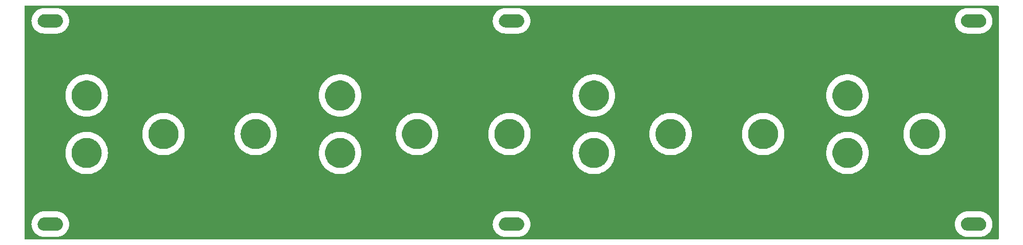
<source format=gbr>
%TF.GenerationSoftware,KiCad,Pcbnew,(6.0.4)*%
%TF.CreationDate,2022-05-24T13:19:14+01:00*%
%TF.ProjectId,1u-mixer,31752d6d-6978-4657-922e-6b696361645f,rev?*%
%TF.SameCoordinates,Original*%
%TF.FileFunction,Copper,L1,Top*%
%TF.FilePolarity,Positive*%
%FSLAX46Y46*%
G04 Gerber Fmt 4.6, Leading zero omitted, Abs format (unit mm)*
G04 Created by KiCad (PCBNEW (6.0.4)) date 2022-05-24 13:19:14*
%MOMM*%
%LPD*%
G01*
G04 APERTURE LIST*
G04 APERTURE END LIST*
%TA.AperFunction,NonConductor*%
G36*
X218548141Y-25869859D02*
G01*
X218720033Y-25882863D01*
X218738806Y-25885720D01*
X218878102Y-25917822D01*
X218895972Y-25923369D01*
X219026572Y-25974824D01*
X219043167Y-25982810D01*
X219163998Y-26052259D01*
X219179054Y-26062423D01*
X219288416Y-26148348D01*
X219301766Y-26160478D01*
X219397724Y-26261123D01*
X219409214Y-26275051D01*
X219489842Y-26388454D01*
X219499303Y-26404039D01*
X219562912Y-26528286D01*
X219570118Y-26545347D01*
X219612972Y-26672102D01*
X219615276Y-26678918D01*
X219619958Y-26697162D01*
X219646709Y-26847249D01*
X219648503Y-26862996D01*
X219652729Y-26946682D01*
X219652530Y-26962543D01*
X219640734Y-27118448D01*
X219637874Y-27137240D01*
X219605776Y-27276508D01*
X219600223Y-27294401D01*
X219548763Y-27425002D01*
X219540775Y-27441602D01*
X219517891Y-27481415D01*
X219473531Y-27558590D01*
X219471325Y-27562427D01*
X219461160Y-27577482D01*
X219455307Y-27584932D01*
X219375230Y-27686842D01*
X219363101Y-27700189D01*
X219283945Y-27775652D01*
X219262461Y-27796134D01*
X219248526Y-27807630D01*
X219135118Y-27888255D01*
X219119536Y-27897714D01*
X219022916Y-27947176D01*
X218995281Y-27961323D01*
X218978216Y-27968529D01*
X218844647Y-28013682D01*
X218826405Y-28018363D01*
X218676346Y-28045108D01*
X218660593Y-28046903D01*
X218561555Y-28051905D01*
X218552939Y-28052340D01*
X218546584Y-28052500D01*
X216586569Y-28052500D01*
X216577063Y-28052141D01*
X216405167Y-28039136D01*
X216386382Y-28036276D01*
X216247113Y-28004180D01*
X216229227Y-27998629D01*
X216098633Y-27947176D01*
X216082043Y-27939194D01*
X215961194Y-27869736D01*
X215946143Y-27859574D01*
X215836783Y-27773651D01*
X215823433Y-27761521D01*
X215727475Y-27660876D01*
X215715985Y-27646948D01*
X215635357Y-27533545D01*
X215625896Y-27517960D01*
X215562286Y-27393711D01*
X215555079Y-27376646D01*
X215509923Y-27243079D01*
X215505241Y-27224834D01*
X215478493Y-27074762D01*
X215476698Y-27059009D01*
X215472471Y-26975314D01*
X215472670Y-26959453D01*
X215484465Y-26803550D01*
X215487325Y-26784757D01*
X215519423Y-26645490D01*
X215524976Y-26627597D01*
X215576434Y-26497001D01*
X215584422Y-26480401D01*
X215653871Y-26359578D01*
X215664037Y-26344521D01*
X215749978Y-26235148D01*
X215762107Y-26221802D01*
X215804021Y-26181843D01*
X215862742Y-26125862D01*
X215876675Y-26114368D01*
X215969224Y-26048571D01*
X215990075Y-26033747D01*
X216005666Y-26024283D01*
X216129919Y-25960676D01*
X216146977Y-25953472D01*
X216280551Y-25908317D01*
X216298796Y-25903636D01*
X216448855Y-25876892D01*
X216464608Y-25875097D01*
X216572269Y-25869660D01*
X216578624Y-25869500D01*
X218538636Y-25869500D01*
X218548141Y-25869859D01*
G37*
%TD.AperFunction*%
%TA.AperFunction,NonConductor*%
G36*
X66021141Y-25869859D02*
G01*
X66193033Y-25882863D01*
X66211806Y-25885720D01*
X66351102Y-25917822D01*
X66368972Y-25923369D01*
X66499572Y-25974824D01*
X66516167Y-25982810D01*
X66636998Y-26052259D01*
X66652054Y-26062423D01*
X66761416Y-26148348D01*
X66774766Y-26160478D01*
X66870724Y-26261123D01*
X66882214Y-26275051D01*
X66962842Y-26388454D01*
X66972303Y-26404039D01*
X67035912Y-26528286D01*
X67043118Y-26545347D01*
X67085972Y-26672102D01*
X67088276Y-26678918D01*
X67092958Y-26697162D01*
X67119709Y-26847249D01*
X67121503Y-26862996D01*
X67125729Y-26946682D01*
X67125530Y-26962543D01*
X67113734Y-27118448D01*
X67110874Y-27137240D01*
X67078776Y-27276508D01*
X67073223Y-27294401D01*
X67021763Y-27425002D01*
X67013775Y-27441602D01*
X66990891Y-27481415D01*
X66946531Y-27558590D01*
X66944325Y-27562427D01*
X66934160Y-27577482D01*
X66928307Y-27584932D01*
X66848230Y-27686842D01*
X66836101Y-27700189D01*
X66756945Y-27775652D01*
X66735461Y-27796134D01*
X66721526Y-27807630D01*
X66608118Y-27888255D01*
X66592536Y-27897714D01*
X66495916Y-27947176D01*
X66468281Y-27961323D01*
X66451216Y-27968529D01*
X66317647Y-28013682D01*
X66299405Y-28018363D01*
X66149346Y-28045108D01*
X66133593Y-28046903D01*
X66034555Y-28051905D01*
X66025939Y-28052340D01*
X66019584Y-28052500D01*
X64059569Y-28052500D01*
X64050063Y-28052141D01*
X63878167Y-28039136D01*
X63859382Y-28036276D01*
X63720113Y-28004180D01*
X63702227Y-27998629D01*
X63571633Y-27947176D01*
X63555043Y-27939194D01*
X63434194Y-27869736D01*
X63419143Y-27859574D01*
X63309783Y-27773651D01*
X63296433Y-27761521D01*
X63200475Y-27660876D01*
X63188985Y-27646948D01*
X63108357Y-27533545D01*
X63098896Y-27517960D01*
X63035286Y-27393711D01*
X63028079Y-27376646D01*
X62982923Y-27243079D01*
X62978241Y-27224834D01*
X62951493Y-27074762D01*
X62949698Y-27059009D01*
X62945471Y-26975314D01*
X62945670Y-26959453D01*
X62957465Y-26803550D01*
X62960325Y-26784757D01*
X62992423Y-26645490D01*
X62997976Y-26627597D01*
X63049434Y-26497001D01*
X63057422Y-26480401D01*
X63126871Y-26359578D01*
X63137037Y-26344521D01*
X63222978Y-26235148D01*
X63235107Y-26221802D01*
X63277021Y-26181843D01*
X63335742Y-26125862D01*
X63349675Y-26114368D01*
X63442224Y-26048571D01*
X63463075Y-26033747D01*
X63478666Y-26024283D01*
X63602919Y-25960676D01*
X63619977Y-25953472D01*
X63753551Y-25908317D01*
X63771796Y-25903636D01*
X63921855Y-25876892D01*
X63937608Y-25875097D01*
X64045269Y-25869660D01*
X64051624Y-25869500D01*
X66011636Y-25869500D01*
X66021141Y-25869859D01*
G37*
%TD.AperFunction*%
%TA.AperFunction,NonConductor*%
G36*
X142217141Y-25869859D02*
G01*
X142389033Y-25882863D01*
X142407806Y-25885720D01*
X142547102Y-25917822D01*
X142564972Y-25923369D01*
X142695572Y-25974824D01*
X142712167Y-25982810D01*
X142832998Y-26052259D01*
X142848054Y-26062423D01*
X142957416Y-26148348D01*
X142970766Y-26160478D01*
X143066724Y-26261123D01*
X143078214Y-26275051D01*
X143158842Y-26388454D01*
X143168303Y-26404039D01*
X143231912Y-26528286D01*
X143239118Y-26545347D01*
X143281972Y-26672102D01*
X143284276Y-26678918D01*
X143288958Y-26697162D01*
X143315709Y-26847249D01*
X143317503Y-26862996D01*
X143321729Y-26946682D01*
X143321530Y-26962543D01*
X143309734Y-27118448D01*
X143306874Y-27137240D01*
X143274776Y-27276508D01*
X143269223Y-27294401D01*
X143217763Y-27425002D01*
X143209775Y-27441602D01*
X143186891Y-27481415D01*
X143142531Y-27558590D01*
X143140325Y-27562427D01*
X143130160Y-27577482D01*
X143124307Y-27584932D01*
X143044230Y-27686842D01*
X143032101Y-27700189D01*
X142952945Y-27775652D01*
X142931461Y-27796134D01*
X142917526Y-27807630D01*
X142804118Y-27888255D01*
X142788536Y-27897714D01*
X142691916Y-27947176D01*
X142664281Y-27961323D01*
X142647216Y-27968529D01*
X142513647Y-28013682D01*
X142495405Y-28018363D01*
X142345346Y-28045108D01*
X142329593Y-28046903D01*
X142230555Y-28051905D01*
X142221939Y-28052340D01*
X142215584Y-28052500D01*
X140255569Y-28052500D01*
X140246063Y-28052141D01*
X140074167Y-28039136D01*
X140055382Y-28036276D01*
X139916113Y-28004180D01*
X139898227Y-27998629D01*
X139767633Y-27947176D01*
X139751043Y-27939194D01*
X139630194Y-27869736D01*
X139615143Y-27859574D01*
X139505783Y-27773651D01*
X139492433Y-27761521D01*
X139396475Y-27660876D01*
X139384985Y-27646948D01*
X139304357Y-27533545D01*
X139294896Y-27517960D01*
X139231286Y-27393711D01*
X139224079Y-27376646D01*
X139178923Y-27243079D01*
X139174241Y-27224834D01*
X139147493Y-27074762D01*
X139145698Y-27059009D01*
X139141471Y-26975314D01*
X139141670Y-26959453D01*
X139153465Y-26803550D01*
X139156325Y-26784757D01*
X139188423Y-26645490D01*
X139193976Y-26627597D01*
X139245434Y-26497001D01*
X139253422Y-26480401D01*
X139322871Y-26359578D01*
X139333037Y-26344521D01*
X139418978Y-26235148D01*
X139431107Y-26221802D01*
X139473021Y-26181843D01*
X139531742Y-26125862D01*
X139545675Y-26114368D01*
X139638224Y-26048571D01*
X139659075Y-26033747D01*
X139674666Y-26024283D01*
X139798919Y-25960676D01*
X139815977Y-25953472D01*
X139949551Y-25908317D01*
X139967796Y-25903636D01*
X140117855Y-25876892D01*
X140133608Y-25875097D01*
X140241269Y-25869660D01*
X140247624Y-25869500D01*
X142207636Y-25869500D01*
X142217141Y-25869859D01*
G37*
%TD.AperFunction*%
%TA.AperFunction,NonConductor*%
G36*
X71292662Y-36845324D02*
G01*
X71305318Y-36846606D01*
X71540046Y-36882430D01*
X71552401Y-36884954D01*
X71778625Y-36943124D01*
X71790515Y-36946820D01*
X71960078Y-37008882D01*
X72007331Y-37026177D01*
X72018707Y-37030985D01*
X72225156Y-37130439D01*
X72235894Y-37136269D01*
X72430843Y-37254707D01*
X72440879Y-37261486D01*
X72623058Y-37397720D01*
X72632346Y-37405384D01*
X72800502Y-37558218D01*
X72808993Y-37566708D01*
X72961843Y-37734888D01*
X72969497Y-37744165D01*
X73104167Y-37924259D01*
X73105741Y-37926364D01*
X73112518Y-37936398D01*
X73121405Y-37951027D01*
X73230945Y-38131338D01*
X73236775Y-38142076D01*
X73306255Y-38286310D01*
X73336220Y-38348516D01*
X73341028Y-38359892D01*
X73420382Y-38576707D01*
X73424089Y-38588636D01*
X73482246Y-38814819D01*
X73484773Y-38827186D01*
X73520593Y-39061891D01*
X73521875Y-39074546D01*
X73532432Y-39283586D01*
X73534131Y-39317239D01*
X73534131Y-39329948D01*
X73521876Y-39572650D01*
X73520594Y-39585305D01*
X73508148Y-39666861D01*
X73484775Y-39820010D01*
X73482249Y-39832371D01*
X73442450Y-39987157D01*
X73424091Y-40058558D01*
X73420384Y-40070488D01*
X73341029Y-40287305D01*
X73336222Y-40298678D01*
X73320744Y-40330808D01*
X73236773Y-40505126D01*
X73230943Y-40515864D01*
X73112518Y-40710799D01*
X73105740Y-40720835D01*
X73099814Y-40728760D01*
X72969501Y-40903029D01*
X72969497Y-40903034D01*
X72961833Y-40912322D01*
X72809006Y-41080478D01*
X72800508Y-41088976D01*
X72632352Y-41241810D01*
X72623066Y-41249474D01*
X72574441Y-41285835D01*
X72440858Y-41385728D01*
X72430830Y-41392500D01*
X72235884Y-41510937D01*
X72225165Y-41516757D01*
X72204056Y-41526926D01*
X72018712Y-41616211D01*
X72007337Y-41621019D01*
X72006236Y-41621422D01*
X71790518Y-41700378D01*
X71778616Y-41704078D01*
X71552409Y-41762243D01*
X71540049Y-41764768D01*
X71305327Y-41800592D01*
X71292672Y-41801874D01*
X71049957Y-41814131D01*
X71037248Y-41814131D01*
X70794539Y-41801875D01*
X70781883Y-41800593D01*
X70547151Y-41764768D01*
X70534792Y-41762243D01*
X70308588Y-41704078D01*
X70296692Y-41700381D01*
X70126307Y-41638019D01*
X70079870Y-41621022D01*
X70068494Y-41616214D01*
X69862043Y-41516760D01*
X69851305Y-41510930D01*
X69656360Y-41392495D01*
X69646324Y-41385716D01*
X69464141Y-41249479D01*
X69454853Y-41241815D01*
X69286693Y-41088978D01*
X69278195Y-41080480D01*
X69189280Y-40982647D01*
X69125359Y-40912314D01*
X69117697Y-40903029D01*
X68987683Y-40729160D01*
X68981456Y-40720833D01*
X68974680Y-40710799D01*
X68856256Y-40515863D01*
X68850426Y-40505126D01*
X68750977Y-40298679D01*
X68746169Y-40287303D01*
X68666817Y-40070493D01*
X68663110Y-40058564D01*
X68604953Y-39832380D01*
X68602426Y-39820013D01*
X68566606Y-39585310D01*
X68565324Y-39572654D01*
X68553069Y-39329948D01*
X68553069Y-39317240D01*
X68565323Y-39074549D01*
X68566605Y-39061893D01*
X68602425Y-38827189D01*
X68604952Y-38814822D01*
X68663112Y-38588630D01*
X68666819Y-38576701D01*
X68746166Y-38359904D01*
X68750974Y-38348528D01*
X68850427Y-38142071D01*
X68856257Y-38131333D01*
X68965040Y-37952267D01*
X68974679Y-37936400D01*
X68981456Y-37926366D01*
X68981458Y-37926364D01*
X69117692Y-37744176D01*
X69125356Y-37734888D01*
X69278198Y-37566717D01*
X69286696Y-37558219D01*
X69454847Y-37405389D01*
X69464135Y-37397724D01*
X69464141Y-37397720D01*
X69646341Y-37261471D01*
X69656377Y-37254694D01*
X69851292Y-37136276D01*
X69862030Y-37130445D01*
X69862043Y-37130439D01*
X69994957Y-37066409D01*
X70068487Y-37030987D01*
X70079863Y-37026179D01*
X70296676Y-36946823D01*
X70308606Y-36943116D01*
X70534782Y-36884959D01*
X70547150Y-36882431D01*
X70781871Y-36846607D01*
X70794527Y-36845325D01*
X71037252Y-36833069D01*
X71049960Y-36833069D01*
X71292662Y-36845324D01*
G37*
%TD.AperFunction*%
%TA.AperFunction,NonConductor*%
G36*
X113164662Y-36845724D02*
G01*
X113177318Y-36847006D01*
X113412046Y-36882830D01*
X113424401Y-36885354D01*
X113650625Y-36943524D01*
X113662515Y-36947220D01*
X113832078Y-37009282D01*
X113879331Y-37026577D01*
X113890707Y-37031385D01*
X114097156Y-37130839D01*
X114107894Y-37136669D01*
X114302843Y-37255107D01*
X114312879Y-37261886D01*
X114495058Y-37398120D01*
X114504346Y-37405784D01*
X114672502Y-37558618D01*
X114680993Y-37567108D01*
X114833843Y-37735288D01*
X114841497Y-37744565D01*
X114977741Y-37926764D01*
X114984518Y-37936798D01*
X114993162Y-37951027D01*
X115102945Y-38131738D01*
X115108775Y-38142476D01*
X115172319Y-38274388D01*
X115184037Y-38298713D01*
X115208220Y-38348916D01*
X115213028Y-38360292D01*
X115292382Y-38577107D01*
X115296089Y-38589036D01*
X115354246Y-38815219D01*
X115356773Y-38827586D01*
X115392593Y-39062291D01*
X115393875Y-39074946D01*
X115405886Y-39312779D01*
X115406131Y-39317639D01*
X115406131Y-39330348D01*
X115393876Y-39573050D01*
X115392594Y-39585705D01*
X115356836Y-39820013D01*
X115356775Y-39820410D01*
X115354248Y-39832778D01*
X115296091Y-40058958D01*
X115292384Y-40070888D01*
X115213029Y-40287705D01*
X115208222Y-40299078D01*
X115178497Y-40360785D01*
X115108773Y-40505526D01*
X115102943Y-40516264D01*
X114984518Y-40711199D01*
X114977740Y-40721235D01*
X114971814Y-40729160D01*
X114841501Y-40903429D01*
X114841497Y-40903434D01*
X114833837Y-40912717D01*
X114787703Y-40963479D01*
X114681006Y-41080878D01*
X114672508Y-41089376D01*
X114504352Y-41242210D01*
X114495066Y-41249874D01*
X114446441Y-41286235D01*
X114312858Y-41386128D01*
X114302830Y-41392900D01*
X114107884Y-41511337D01*
X114097165Y-41517157D01*
X114083300Y-41523836D01*
X113890712Y-41616611D01*
X113879337Y-41621419D01*
X113662518Y-41700778D01*
X113650616Y-41704478D01*
X113424409Y-41762643D01*
X113412049Y-41765168D01*
X113177327Y-41800992D01*
X113164672Y-41802274D01*
X112921957Y-41814531D01*
X112909248Y-41814531D01*
X112666539Y-41802275D01*
X112653883Y-41800993D01*
X112419151Y-41765168D01*
X112406792Y-41762643D01*
X112180588Y-41704478D01*
X112168692Y-41700781D01*
X111951870Y-41621422D01*
X111940494Y-41616614D01*
X111734043Y-41517160D01*
X111723305Y-41511330D01*
X111528360Y-41392895D01*
X111518324Y-41386116D01*
X111336141Y-41249879D01*
X111326853Y-41242215D01*
X111158693Y-41089378D01*
X111150195Y-41080880D01*
X111061885Y-40983713D01*
X110997359Y-40912714D01*
X110989697Y-40903429D01*
X110859384Y-40729160D01*
X110853456Y-40721233D01*
X110846680Y-40711199D01*
X110728256Y-40516263D01*
X110722426Y-40505526D01*
X110622977Y-40299079D01*
X110618169Y-40287703D01*
X110538817Y-40070893D01*
X110535110Y-40058964D01*
X110476953Y-39832780D01*
X110474426Y-39820413D01*
X110438606Y-39585710D01*
X110437324Y-39573054D01*
X110425069Y-39330348D01*
X110425069Y-39317640D01*
X110437323Y-39074949D01*
X110438605Y-39062293D01*
X110474425Y-38827589D01*
X110476952Y-38815222D01*
X110535112Y-38589030D01*
X110538819Y-38577101D01*
X110618166Y-38360304D01*
X110622974Y-38348928D01*
X110722427Y-38142471D01*
X110728257Y-38131733D01*
X110837283Y-37952267D01*
X110846679Y-37936800D01*
X110853456Y-37926766D01*
X110853458Y-37926764D01*
X110989692Y-37744576D01*
X110997356Y-37735288D01*
X111150198Y-37567117D01*
X111158696Y-37558619D01*
X111326847Y-37405789D01*
X111336135Y-37398124D01*
X111336141Y-37398120D01*
X111423813Y-37332559D01*
X111518341Y-37261871D01*
X111528377Y-37255094D01*
X111723292Y-37136676D01*
X111734030Y-37130845D01*
X111734043Y-37130839D01*
X111832515Y-37083401D01*
X111940487Y-37031387D01*
X111951863Y-37026579D01*
X112168676Y-36947223D01*
X112180606Y-36943516D01*
X112406782Y-36885359D01*
X112419150Y-36882831D01*
X112653871Y-36847007D01*
X112666527Y-36845725D01*
X112909252Y-36833469D01*
X112921960Y-36833469D01*
X113164662Y-36845724D01*
G37*
%TD.AperFunction*%
%TA.AperFunction,NonConductor*%
G36*
X196984662Y-36845724D02*
G01*
X196997318Y-36847006D01*
X197232046Y-36882830D01*
X197244401Y-36885354D01*
X197470625Y-36943524D01*
X197482515Y-36947220D01*
X197652078Y-37009282D01*
X197699331Y-37026577D01*
X197710707Y-37031385D01*
X197917156Y-37130839D01*
X197927894Y-37136669D01*
X198122843Y-37255107D01*
X198132879Y-37261886D01*
X198315058Y-37398120D01*
X198324346Y-37405784D01*
X198492502Y-37558618D01*
X198500993Y-37567108D01*
X198653843Y-37735288D01*
X198661497Y-37744565D01*
X198797741Y-37926764D01*
X198804518Y-37936798D01*
X198813162Y-37951027D01*
X198922945Y-38131738D01*
X198928775Y-38142476D01*
X198992319Y-38274388D01*
X199004037Y-38298713D01*
X199028220Y-38348916D01*
X199033028Y-38360292D01*
X199112382Y-38577107D01*
X199116089Y-38589036D01*
X199174246Y-38815219D01*
X199176773Y-38827586D01*
X199212593Y-39062291D01*
X199213875Y-39074946D01*
X199225886Y-39312779D01*
X199226131Y-39317639D01*
X199226131Y-39330348D01*
X199213876Y-39573050D01*
X199212594Y-39585705D01*
X199176836Y-39820013D01*
X199176775Y-39820410D01*
X199174248Y-39832778D01*
X199116091Y-40058958D01*
X199112384Y-40070888D01*
X199033029Y-40287705D01*
X199028222Y-40299078D01*
X198998497Y-40360785D01*
X198928773Y-40505526D01*
X198922943Y-40516264D01*
X198804518Y-40711199D01*
X198797740Y-40721235D01*
X198791814Y-40729160D01*
X198661501Y-40903429D01*
X198661497Y-40903434D01*
X198653837Y-40912717D01*
X198607703Y-40963479D01*
X198501006Y-41080878D01*
X198492508Y-41089376D01*
X198324352Y-41242210D01*
X198315066Y-41249874D01*
X198266441Y-41286235D01*
X198132858Y-41386128D01*
X198122830Y-41392900D01*
X197927884Y-41511337D01*
X197917165Y-41517157D01*
X197903300Y-41523836D01*
X197710712Y-41616611D01*
X197699337Y-41621419D01*
X197482518Y-41700778D01*
X197470616Y-41704478D01*
X197244409Y-41762643D01*
X197232049Y-41765168D01*
X196997327Y-41800992D01*
X196984672Y-41802274D01*
X196741957Y-41814531D01*
X196729248Y-41814531D01*
X196486539Y-41802275D01*
X196473883Y-41800993D01*
X196239151Y-41765168D01*
X196226792Y-41762643D01*
X196000588Y-41704478D01*
X195988692Y-41700781D01*
X195771870Y-41621422D01*
X195760494Y-41616614D01*
X195554043Y-41517160D01*
X195543305Y-41511330D01*
X195348360Y-41392895D01*
X195338324Y-41386116D01*
X195156141Y-41249879D01*
X195146853Y-41242215D01*
X194978693Y-41089378D01*
X194970195Y-41080880D01*
X194881885Y-40983713D01*
X194817359Y-40912714D01*
X194809697Y-40903429D01*
X194679384Y-40729160D01*
X194673456Y-40721233D01*
X194666680Y-40711199D01*
X194548256Y-40516263D01*
X194542426Y-40505526D01*
X194442977Y-40299079D01*
X194438169Y-40287703D01*
X194358817Y-40070893D01*
X194355110Y-40058964D01*
X194296953Y-39832780D01*
X194294426Y-39820413D01*
X194258606Y-39585710D01*
X194257324Y-39573054D01*
X194245069Y-39330348D01*
X194245069Y-39317640D01*
X194257323Y-39074949D01*
X194258605Y-39062293D01*
X194294425Y-38827589D01*
X194296952Y-38815222D01*
X194355112Y-38589030D01*
X194358819Y-38577101D01*
X194438166Y-38360304D01*
X194442974Y-38348928D01*
X194542427Y-38142471D01*
X194548257Y-38131733D01*
X194657283Y-37952267D01*
X194666679Y-37936800D01*
X194673456Y-37926766D01*
X194673458Y-37926764D01*
X194809692Y-37744576D01*
X194817356Y-37735288D01*
X194970198Y-37567117D01*
X194978696Y-37558619D01*
X195146847Y-37405789D01*
X195156135Y-37398124D01*
X195156141Y-37398120D01*
X195243813Y-37332559D01*
X195338341Y-37261871D01*
X195348377Y-37255094D01*
X195543292Y-37136676D01*
X195554030Y-37130845D01*
X195554043Y-37130839D01*
X195652515Y-37083401D01*
X195760487Y-37031387D01*
X195771863Y-37026579D01*
X195988676Y-36947223D01*
X196000606Y-36943516D01*
X196226782Y-36885359D01*
X196239150Y-36882831D01*
X196473871Y-36847007D01*
X196486527Y-36845725D01*
X196729252Y-36833469D01*
X196741960Y-36833469D01*
X196984662Y-36845724D01*
G37*
%TD.AperFunction*%
%TA.AperFunction,NonConductor*%
G36*
X155086362Y-36845724D02*
G01*
X155099018Y-36847006D01*
X155333746Y-36882830D01*
X155346101Y-36885354D01*
X155572325Y-36943524D01*
X155584215Y-36947220D01*
X155753778Y-37009282D01*
X155801031Y-37026577D01*
X155812407Y-37031385D01*
X156018856Y-37130839D01*
X156029594Y-37136669D01*
X156224543Y-37255107D01*
X156234579Y-37261886D01*
X156416758Y-37398120D01*
X156426046Y-37405784D01*
X156594202Y-37558618D01*
X156602693Y-37567108D01*
X156755543Y-37735288D01*
X156763197Y-37744565D01*
X156899441Y-37926764D01*
X156906218Y-37936798D01*
X156914862Y-37951027D01*
X157024645Y-38131738D01*
X157030475Y-38142476D01*
X157094019Y-38274388D01*
X157105737Y-38298713D01*
X157129920Y-38348916D01*
X157134728Y-38360292D01*
X157214082Y-38577107D01*
X157217789Y-38589036D01*
X157275946Y-38815219D01*
X157278473Y-38827586D01*
X157314293Y-39062291D01*
X157315575Y-39074946D01*
X157327586Y-39312779D01*
X157327831Y-39317639D01*
X157327831Y-39330348D01*
X157315576Y-39573050D01*
X157314294Y-39585705D01*
X157278536Y-39820013D01*
X157278475Y-39820410D01*
X157275948Y-39832778D01*
X157217791Y-40058958D01*
X157214084Y-40070888D01*
X157134729Y-40287705D01*
X157129922Y-40299078D01*
X157100197Y-40360785D01*
X157030473Y-40505526D01*
X157024643Y-40516264D01*
X156906218Y-40711199D01*
X156899440Y-40721235D01*
X156893514Y-40729160D01*
X156763201Y-40903429D01*
X156763197Y-40903434D01*
X156755537Y-40912717D01*
X156709403Y-40963479D01*
X156602706Y-41080878D01*
X156594208Y-41089376D01*
X156426052Y-41242210D01*
X156416766Y-41249874D01*
X156368141Y-41286235D01*
X156234558Y-41386128D01*
X156224530Y-41392900D01*
X156029584Y-41511337D01*
X156018865Y-41517157D01*
X156005000Y-41523836D01*
X155812412Y-41616611D01*
X155801037Y-41621419D01*
X155584218Y-41700778D01*
X155572316Y-41704478D01*
X155346109Y-41762643D01*
X155333749Y-41765168D01*
X155099027Y-41800992D01*
X155086372Y-41802274D01*
X154843657Y-41814531D01*
X154830948Y-41814531D01*
X154588239Y-41802275D01*
X154575583Y-41800993D01*
X154340851Y-41765168D01*
X154328492Y-41762643D01*
X154102288Y-41704478D01*
X154090392Y-41700781D01*
X153873570Y-41621422D01*
X153862194Y-41616614D01*
X153655743Y-41517160D01*
X153645005Y-41511330D01*
X153450060Y-41392895D01*
X153440024Y-41386116D01*
X153257841Y-41249879D01*
X153248553Y-41242215D01*
X153080393Y-41089378D01*
X153071895Y-41080880D01*
X152983585Y-40983713D01*
X152919059Y-40912714D01*
X152911397Y-40903429D01*
X152781084Y-40729160D01*
X152775156Y-40721233D01*
X152768380Y-40711199D01*
X152649956Y-40516263D01*
X152644126Y-40505526D01*
X152544677Y-40299079D01*
X152539869Y-40287703D01*
X152460517Y-40070893D01*
X152456810Y-40058964D01*
X152398653Y-39832780D01*
X152396126Y-39820413D01*
X152360306Y-39585710D01*
X152359024Y-39573054D01*
X152346769Y-39330348D01*
X152346769Y-39317640D01*
X152359023Y-39074949D01*
X152360305Y-39062293D01*
X152396125Y-38827589D01*
X152398652Y-38815222D01*
X152456812Y-38589030D01*
X152460519Y-38577101D01*
X152539866Y-38360304D01*
X152544674Y-38348928D01*
X152644127Y-38142471D01*
X152649957Y-38131733D01*
X152758983Y-37952267D01*
X152768379Y-37936800D01*
X152775156Y-37926766D01*
X152775158Y-37926764D01*
X152911392Y-37744576D01*
X152919056Y-37735288D01*
X153071898Y-37567117D01*
X153080396Y-37558619D01*
X153248547Y-37405789D01*
X153257835Y-37398124D01*
X153257841Y-37398120D01*
X153345513Y-37332559D01*
X153440041Y-37261871D01*
X153450077Y-37255094D01*
X153644992Y-37136676D01*
X153655730Y-37130845D01*
X153655743Y-37130839D01*
X153754215Y-37083401D01*
X153862187Y-37031387D01*
X153873563Y-37026579D01*
X154090376Y-36947223D01*
X154102306Y-36943516D01*
X154328482Y-36885359D01*
X154340850Y-36882831D01*
X154575571Y-36847007D01*
X154588227Y-36845725D01*
X154830952Y-36833469D01*
X154843660Y-36833469D01*
X155086362Y-36845724D01*
G37*
%TD.AperFunction*%
%TA.AperFunction,NonConductor*%
G36*
X99208262Y-43221724D02*
G01*
X99220918Y-43223006D01*
X99455646Y-43258830D01*
X99468001Y-43261354D01*
X99694225Y-43319524D01*
X99706115Y-43323220D01*
X99875678Y-43385282D01*
X99922931Y-43402577D01*
X99934307Y-43407385D01*
X100140756Y-43506839D01*
X100151494Y-43512669D01*
X100346443Y-43631107D01*
X100356479Y-43637886D01*
X100538658Y-43774120D01*
X100547946Y-43781784D01*
X100716102Y-43934618D01*
X100724593Y-43943108D01*
X100877443Y-44111288D01*
X100885097Y-44120565D01*
X101019767Y-44300659D01*
X101021341Y-44302764D01*
X101028118Y-44312798D01*
X101037005Y-44327427D01*
X101146545Y-44507738D01*
X101152375Y-44518476D01*
X101221855Y-44662710D01*
X101251820Y-44724916D01*
X101256628Y-44736292D01*
X101335982Y-44953107D01*
X101339689Y-44965036D01*
X101397846Y-45191219D01*
X101400373Y-45203586D01*
X101436193Y-45438291D01*
X101437475Y-45450946D01*
X101439833Y-45497638D01*
X101448032Y-45659986D01*
X101449731Y-45693639D01*
X101449731Y-45706348D01*
X101437476Y-45949050D01*
X101436194Y-45961705D01*
X101406574Y-46155794D01*
X101400375Y-46196410D01*
X101397849Y-46208771D01*
X101366758Y-46329690D01*
X101339691Y-46434958D01*
X101335984Y-46446888D01*
X101281568Y-46595567D01*
X101256629Y-46663705D01*
X101251821Y-46675080D01*
X101152373Y-46881526D01*
X101146543Y-46892264D01*
X101028118Y-47087199D01*
X101021340Y-47097235D01*
X100946648Y-47197121D01*
X100885101Y-47279429D01*
X100885097Y-47279434D01*
X100877433Y-47288722D01*
X100724606Y-47456878D01*
X100716108Y-47465376D01*
X100547952Y-47618210D01*
X100538666Y-47625874D01*
X100490041Y-47662235D01*
X100356458Y-47762128D01*
X100346430Y-47768900D01*
X100151484Y-47887337D01*
X100140765Y-47893157D01*
X100126074Y-47900234D01*
X99934312Y-47992611D01*
X99922937Y-47997419D01*
X99706118Y-48076778D01*
X99694216Y-48080478D01*
X99468009Y-48138643D01*
X99455649Y-48141168D01*
X99220927Y-48176992D01*
X99208272Y-48178274D01*
X98965557Y-48190531D01*
X98952848Y-48190531D01*
X98710139Y-48178275D01*
X98697483Y-48176993D01*
X98462751Y-48141168D01*
X98450392Y-48138643D01*
X98224188Y-48080478D01*
X98212292Y-48076781D01*
X97995470Y-47997422D01*
X97984094Y-47992614D01*
X97777643Y-47893160D01*
X97766905Y-47887330D01*
X97571960Y-47768895D01*
X97561924Y-47762116D01*
X97554357Y-47756457D01*
X97471149Y-47694234D01*
X97379741Y-47625879D01*
X97370453Y-47618215D01*
X97202293Y-47465378D01*
X97193795Y-47456880D01*
X97105849Y-47360113D01*
X97040959Y-47288714D01*
X97033297Y-47279429D01*
X97011100Y-47249744D01*
X96897056Y-47097233D01*
X96890280Y-47087199D01*
X96771856Y-46892263D01*
X96766026Y-46881526D01*
X96666577Y-46675079D01*
X96661769Y-46663703D01*
X96582417Y-46446893D01*
X96578710Y-46434964D01*
X96520553Y-46208780D01*
X96518026Y-46196413D01*
X96482206Y-45961710D01*
X96480924Y-45949054D01*
X96468669Y-45706348D01*
X96468669Y-45693640D01*
X96480923Y-45450949D01*
X96482205Y-45438293D01*
X96518025Y-45203589D01*
X96520552Y-45191222D01*
X96578712Y-44965030D01*
X96582419Y-44953101D01*
X96661766Y-44736304D01*
X96666574Y-44724928D01*
X96766027Y-44518471D01*
X96771857Y-44507733D01*
X96880883Y-44328267D01*
X96890279Y-44312800D01*
X96897056Y-44302766D01*
X96897058Y-44302764D01*
X97033292Y-44120576D01*
X97040956Y-44111288D01*
X97193798Y-43943117D01*
X97202296Y-43934619D01*
X97370447Y-43781789D01*
X97379735Y-43774124D01*
X97379741Y-43774120D01*
X97561941Y-43637871D01*
X97571977Y-43631094D01*
X97766892Y-43512676D01*
X97777630Y-43506845D01*
X97777643Y-43506839D01*
X97891277Y-43452097D01*
X97984087Y-43407387D01*
X97995463Y-43402579D01*
X98212276Y-43323223D01*
X98224206Y-43319516D01*
X98450382Y-43261359D01*
X98462750Y-43258831D01*
X98697471Y-43223007D01*
X98710127Y-43221725D01*
X98952852Y-43209469D01*
X98965560Y-43209469D01*
X99208262Y-43221724D01*
G37*
%TD.AperFunction*%
%TA.AperFunction,NonConductor*%
G36*
X167762062Y-43221724D02*
G01*
X167774718Y-43223006D01*
X168009446Y-43258830D01*
X168021801Y-43261354D01*
X168248025Y-43319524D01*
X168259915Y-43323220D01*
X168429478Y-43385282D01*
X168476731Y-43402577D01*
X168488107Y-43407385D01*
X168694556Y-43506839D01*
X168705294Y-43512669D01*
X168900243Y-43631107D01*
X168910279Y-43637886D01*
X169092458Y-43774120D01*
X169101746Y-43781784D01*
X169269902Y-43934618D01*
X169278393Y-43943108D01*
X169431243Y-44111288D01*
X169438897Y-44120565D01*
X169573567Y-44300659D01*
X169575141Y-44302764D01*
X169581918Y-44312798D01*
X169590805Y-44327427D01*
X169700345Y-44507738D01*
X169706175Y-44518476D01*
X169775655Y-44662710D01*
X169805620Y-44724916D01*
X169810428Y-44736292D01*
X169889782Y-44953107D01*
X169893489Y-44965036D01*
X169951646Y-45191219D01*
X169954173Y-45203586D01*
X169989993Y-45438291D01*
X169991275Y-45450946D01*
X169993633Y-45497638D01*
X170001832Y-45659986D01*
X170003531Y-45693639D01*
X170003531Y-45706348D01*
X169991276Y-45949050D01*
X169989994Y-45961705D01*
X169960374Y-46155794D01*
X169954175Y-46196410D01*
X169951649Y-46208771D01*
X169920558Y-46329690D01*
X169893491Y-46434958D01*
X169889784Y-46446888D01*
X169835368Y-46595567D01*
X169810429Y-46663705D01*
X169805621Y-46675080D01*
X169706173Y-46881526D01*
X169700343Y-46892264D01*
X169581918Y-47087199D01*
X169575140Y-47097235D01*
X169500448Y-47197121D01*
X169438901Y-47279429D01*
X169438897Y-47279434D01*
X169431233Y-47288722D01*
X169278406Y-47456878D01*
X169269908Y-47465376D01*
X169101752Y-47618210D01*
X169092466Y-47625874D01*
X169043841Y-47662235D01*
X168910258Y-47762128D01*
X168900230Y-47768900D01*
X168705284Y-47887337D01*
X168694565Y-47893157D01*
X168679874Y-47900234D01*
X168488112Y-47992611D01*
X168476737Y-47997419D01*
X168259918Y-48076778D01*
X168248016Y-48080478D01*
X168021809Y-48138643D01*
X168009449Y-48141168D01*
X167774727Y-48176992D01*
X167762072Y-48178274D01*
X167519357Y-48190531D01*
X167506648Y-48190531D01*
X167263939Y-48178275D01*
X167251283Y-48176993D01*
X167016551Y-48141168D01*
X167004192Y-48138643D01*
X166777988Y-48080478D01*
X166766092Y-48076781D01*
X166549270Y-47997422D01*
X166537894Y-47992614D01*
X166331443Y-47893160D01*
X166320705Y-47887330D01*
X166125760Y-47768895D01*
X166115724Y-47762116D01*
X166108157Y-47756457D01*
X166024949Y-47694234D01*
X165933541Y-47625879D01*
X165924253Y-47618215D01*
X165756093Y-47465378D01*
X165747595Y-47456880D01*
X165659649Y-47360113D01*
X165594759Y-47288714D01*
X165587097Y-47279429D01*
X165564900Y-47249744D01*
X165450856Y-47097233D01*
X165444080Y-47087199D01*
X165325656Y-46892263D01*
X165319826Y-46881526D01*
X165220377Y-46675079D01*
X165215569Y-46663703D01*
X165136217Y-46446893D01*
X165132510Y-46434964D01*
X165074353Y-46208780D01*
X165071826Y-46196413D01*
X165036006Y-45961710D01*
X165034724Y-45949054D01*
X165022469Y-45706348D01*
X165022469Y-45693640D01*
X165034723Y-45450949D01*
X165036005Y-45438293D01*
X165071825Y-45203589D01*
X165074352Y-45191222D01*
X165132512Y-44965030D01*
X165136219Y-44953101D01*
X165215566Y-44736304D01*
X165220374Y-44724928D01*
X165319827Y-44518471D01*
X165325657Y-44507733D01*
X165434683Y-44328267D01*
X165444079Y-44312800D01*
X165450856Y-44302766D01*
X165450858Y-44302764D01*
X165587092Y-44120576D01*
X165594756Y-44111288D01*
X165747598Y-43943117D01*
X165756096Y-43934619D01*
X165924247Y-43781789D01*
X165933535Y-43774124D01*
X165933541Y-43774120D01*
X166115741Y-43637871D01*
X166125777Y-43631094D01*
X166320692Y-43512676D01*
X166331430Y-43506845D01*
X166331443Y-43506839D01*
X166445077Y-43452097D01*
X166537887Y-43407387D01*
X166549263Y-43402579D01*
X166766076Y-43323223D01*
X166778006Y-43319516D01*
X167004182Y-43261359D01*
X167016550Y-43258831D01*
X167251271Y-43223007D01*
X167263927Y-43221725D01*
X167506652Y-43209469D01*
X167519360Y-43209469D01*
X167762062Y-43221724D01*
G37*
%TD.AperFunction*%
%TA.AperFunction,NonConductor*%
G36*
X83991662Y-43221724D02*
G01*
X84004318Y-43223006D01*
X84239046Y-43258830D01*
X84251401Y-43261354D01*
X84477625Y-43319524D01*
X84489515Y-43323220D01*
X84659078Y-43385282D01*
X84706331Y-43402577D01*
X84717707Y-43407385D01*
X84924156Y-43506839D01*
X84934894Y-43512669D01*
X85129843Y-43631107D01*
X85139879Y-43637886D01*
X85322058Y-43774120D01*
X85331346Y-43781784D01*
X85499502Y-43934618D01*
X85507993Y-43943108D01*
X85660843Y-44111288D01*
X85668497Y-44120565D01*
X85803167Y-44300659D01*
X85804741Y-44302764D01*
X85811518Y-44312798D01*
X85820405Y-44327427D01*
X85929945Y-44507738D01*
X85935775Y-44518476D01*
X86005255Y-44662710D01*
X86035220Y-44724916D01*
X86040028Y-44736292D01*
X86119382Y-44953107D01*
X86123089Y-44965036D01*
X86181246Y-45191219D01*
X86183773Y-45203586D01*
X86219593Y-45438291D01*
X86220875Y-45450946D01*
X86223233Y-45497638D01*
X86231432Y-45659986D01*
X86233131Y-45693639D01*
X86233131Y-45706348D01*
X86220876Y-45949050D01*
X86219594Y-45961705D01*
X86189974Y-46155794D01*
X86183775Y-46196410D01*
X86181249Y-46208771D01*
X86150158Y-46329690D01*
X86123091Y-46434958D01*
X86119384Y-46446888D01*
X86064968Y-46595567D01*
X86040029Y-46663705D01*
X86035221Y-46675080D01*
X85935773Y-46881526D01*
X85929943Y-46892264D01*
X85811518Y-47087199D01*
X85804740Y-47097235D01*
X85730048Y-47197121D01*
X85668501Y-47279429D01*
X85668497Y-47279434D01*
X85660833Y-47288722D01*
X85508006Y-47456878D01*
X85499508Y-47465376D01*
X85331352Y-47618210D01*
X85322066Y-47625874D01*
X85273441Y-47662235D01*
X85139858Y-47762128D01*
X85129830Y-47768900D01*
X84934884Y-47887337D01*
X84924165Y-47893157D01*
X84909474Y-47900234D01*
X84717712Y-47992611D01*
X84706337Y-47997419D01*
X84489518Y-48076778D01*
X84477616Y-48080478D01*
X84251409Y-48138643D01*
X84239049Y-48141168D01*
X84004327Y-48176992D01*
X83991672Y-48178274D01*
X83748957Y-48190531D01*
X83736248Y-48190531D01*
X83493539Y-48178275D01*
X83480883Y-48176993D01*
X83246151Y-48141168D01*
X83233792Y-48138643D01*
X83007588Y-48080478D01*
X82995692Y-48076781D01*
X82778870Y-47997422D01*
X82767494Y-47992614D01*
X82561043Y-47893160D01*
X82550305Y-47887330D01*
X82355360Y-47768895D01*
X82345324Y-47762116D01*
X82337757Y-47756457D01*
X82254549Y-47694234D01*
X82163141Y-47625879D01*
X82153853Y-47618215D01*
X81985693Y-47465378D01*
X81977195Y-47456880D01*
X81889249Y-47360113D01*
X81824359Y-47288714D01*
X81816697Y-47279429D01*
X81794500Y-47249744D01*
X81680456Y-47097233D01*
X81673680Y-47087199D01*
X81555256Y-46892263D01*
X81549426Y-46881526D01*
X81449977Y-46675079D01*
X81445169Y-46663703D01*
X81365817Y-46446893D01*
X81362110Y-46434964D01*
X81303953Y-46208780D01*
X81301426Y-46196413D01*
X81265606Y-45961710D01*
X81264324Y-45949054D01*
X81252069Y-45706348D01*
X81252069Y-45693640D01*
X81264323Y-45450949D01*
X81265605Y-45438293D01*
X81301425Y-45203589D01*
X81303952Y-45191222D01*
X81362112Y-44965030D01*
X81365819Y-44953101D01*
X81445166Y-44736304D01*
X81449974Y-44724928D01*
X81549427Y-44518471D01*
X81555257Y-44507733D01*
X81664283Y-44328267D01*
X81673679Y-44312800D01*
X81680456Y-44302766D01*
X81680458Y-44302764D01*
X81816692Y-44120576D01*
X81824356Y-44111288D01*
X81977198Y-43943117D01*
X81985696Y-43934619D01*
X82153847Y-43781789D01*
X82163135Y-43774124D01*
X82163141Y-43774120D01*
X82345341Y-43637871D01*
X82355377Y-43631094D01*
X82550292Y-43512676D01*
X82561030Y-43506845D01*
X82561043Y-43506839D01*
X82674677Y-43452097D01*
X82767487Y-43407387D01*
X82778863Y-43402579D01*
X82995676Y-43323223D01*
X83007606Y-43319516D01*
X83233782Y-43261359D01*
X83246150Y-43258831D01*
X83480871Y-43223007D01*
X83493527Y-43221725D01*
X83736252Y-43209469D01*
X83748960Y-43209469D01*
X83991662Y-43221724D01*
G37*
%TD.AperFunction*%
%TA.AperFunction,NonConductor*%
G36*
X209716262Y-43221724D02*
G01*
X209728918Y-43223006D01*
X209963646Y-43258830D01*
X209976001Y-43261354D01*
X210202225Y-43319524D01*
X210214115Y-43323220D01*
X210383678Y-43385282D01*
X210430931Y-43402577D01*
X210442307Y-43407385D01*
X210648756Y-43506839D01*
X210659494Y-43512669D01*
X210854443Y-43631107D01*
X210864479Y-43637886D01*
X211046658Y-43774120D01*
X211055946Y-43781784D01*
X211224102Y-43934618D01*
X211232593Y-43943108D01*
X211385443Y-44111288D01*
X211393097Y-44120565D01*
X211527767Y-44300659D01*
X211529341Y-44302764D01*
X211536118Y-44312798D01*
X211545005Y-44327427D01*
X211654545Y-44507738D01*
X211660375Y-44518476D01*
X211729855Y-44662710D01*
X211759820Y-44724916D01*
X211764628Y-44736292D01*
X211843982Y-44953107D01*
X211847689Y-44965036D01*
X211905846Y-45191219D01*
X211908373Y-45203586D01*
X211944193Y-45438291D01*
X211945475Y-45450946D01*
X211947833Y-45497638D01*
X211956032Y-45659986D01*
X211957731Y-45693639D01*
X211957731Y-45706348D01*
X211945476Y-45949050D01*
X211944194Y-45961705D01*
X211914574Y-46155794D01*
X211908375Y-46196410D01*
X211905849Y-46208771D01*
X211874758Y-46329690D01*
X211847691Y-46434958D01*
X211843984Y-46446888D01*
X211789568Y-46595567D01*
X211764629Y-46663705D01*
X211759821Y-46675080D01*
X211660373Y-46881526D01*
X211654543Y-46892264D01*
X211536118Y-47087199D01*
X211529340Y-47097235D01*
X211454648Y-47197121D01*
X211393101Y-47279429D01*
X211393097Y-47279434D01*
X211385433Y-47288722D01*
X211232606Y-47456878D01*
X211224108Y-47465376D01*
X211055952Y-47618210D01*
X211046666Y-47625874D01*
X210998041Y-47662235D01*
X210864458Y-47762128D01*
X210854430Y-47768900D01*
X210659484Y-47887337D01*
X210648765Y-47893157D01*
X210634074Y-47900234D01*
X210442312Y-47992611D01*
X210430937Y-47997419D01*
X210214118Y-48076778D01*
X210202216Y-48080478D01*
X209976009Y-48138643D01*
X209963649Y-48141168D01*
X209728927Y-48176992D01*
X209716272Y-48178274D01*
X209473557Y-48190531D01*
X209460848Y-48190531D01*
X209218139Y-48178275D01*
X209205483Y-48176993D01*
X208970751Y-48141168D01*
X208958392Y-48138643D01*
X208732188Y-48080478D01*
X208720292Y-48076781D01*
X208503470Y-47997422D01*
X208492094Y-47992614D01*
X208285643Y-47893160D01*
X208274905Y-47887330D01*
X208079960Y-47768895D01*
X208069924Y-47762116D01*
X208062357Y-47756457D01*
X207979149Y-47694234D01*
X207887741Y-47625879D01*
X207878453Y-47618215D01*
X207710293Y-47465378D01*
X207701795Y-47456880D01*
X207613849Y-47360113D01*
X207548959Y-47288714D01*
X207541297Y-47279429D01*
X207519100Y-47249744D01*
X207405056Y-47097233D01*
X207398280Y-47087199D01*
X207279856Y-46892263D01*
X207274026Y-46881526D01*
X207174577Y-46675079D01*
X207169769Y-46663703D01*
X207090417Y-46446893D01*
X207086710Y-46434964D01*
X207028553Y-46208780D01*
X207026026Y-46196413D01*
X206990206Y-45961710D01*
X206988924Y-45949054D01*
X206976669Y-45706348D01*
X206976669Y-45693640D01*
X206988923Y-45450949D01*
X206990205Y-45438293D01*
X207026025Y-45203589D01*
X207028552Y-45191222D01*
X207086712Y-44965030D01*
X207090419Y-44953101D01*
X207169766Y-44736304D01*
X207174574Y-44724928D01*
X207274027Y-44518471D01*
X207279857Y-44507733D01*
X207388883Y-44328267D01*
X207398279Y-44312800D01*
X207405056Y-44302766D01*
X207405058Y-44302764D01*
X207541292Y-44120576D01*
X207548956Y-44111288D01*
X207701798Y-43943117D01*
X207710296Y-43934619D01*
X207878447Y-43781789D01*
X207887735Y-43774124D01*
X207887741Y-43774120D01*
X208069941Y-43637871D01*
X208079977Y-43631094D01*
X208274892Y-43512676D01*
X208285630Y-43506845D01*
X208285643Y-43506839D01*
X208399277Y-43452097D01*
X208492087Y-43407387D01*
X208503463Y-43402579D01*
X208720276Y-43323223D01*
X208732206Y-43319516D01*
X208958382Y-43261359D01*
X208970750Y-43258831D01*
X209205471Y-43223007D01*
X209218127Y-43221725D01*
X209460852Y-43209469D01*
X209473560Y-43209469D01*
X209716262Y-43221724D01*
G37*
%TD.AperFunction*%
%TA.AperFunction,NonConductor*%
G36*
X183046262Y-43221724D02*
G01*
X183058918Y-43223006D01*
X183293646Y-43258830D01*
X183306001Y-43261354D01*
X183532225Y-43319524D01*
X183544115Y-43323220D01*
X183713678Y-43385282D01*
X183760931Y-43402577D01*
X183772307Y-43407385D01*
X183978756Y-43506839D01*
X183989494Y-43512669D01*
X184184443Y-43631107D01*
X184194479Y-43637886D01*
X184376658Y-43774120D01*
X184385946Y-43781784D01*
X184554102Y-43934618D01*
X184562593Y-43943108D01*
X184715443Y-44111288D01*
X184723097Y-44120565D01*
X184857767Y-44300659D01*
X184859341Y-44302764D01*
X184866118Y-44312798D01*
X184875005Y-44327427D01*
X184984545Y-44507738D01*
X184990375Y-44518476D01*
X185059855Y-44662710D01*
X185089820Y-44724916D01*
X185094628Y-44736292D01*
X185173982Y-44953107D01*
X185177689Y-44965036D01*
X185235846Y-45191219D01*
X185238373Y-45203586D01*
X185274193Y-45438291D01*
X185275475Y-45450946D01*
X185277833Y-45497638D01*
X185286032Y-45659986D01*
X185287731Y-45693639D01*
X185287731Y-45706348D01*
X185275476Y-45949050D01*
X185274194Y-45961705D01*
X185244574Y-46155794D01*
X185238375Y-46196410D01*
X185235849Y-46208771D01*
X185204758Y-46329690D01*
X185177691Y-46434958D01*
X185173984Y-46446888D01*
X185119568Y-46595567D01*
X185094629Y-46663705D01*
X185089821Y-46675080D01*
X184990373Y-46881526D01*
X184984543Y-46892264D01*
X184866118Y-47087199D01*
X184859340Y-47097235D01*
X184784648Y-47197121D01*
X184723101Y-47279429D01*
X184723097Y-47279434D01*
X184715433Y-47288722D01*
X184562606Y-47456878D01*
X184554108Y-47465376D01*
X184385952Y-47618210D01*
X184376666Y-47625874D01*
X184328041Y-47662235D01*
X184194458Y-47762128D01*
X184184430Y-47768900D01*
X183989484Y-47887337D01*
X183978765Y-47893157D01*
X183964074Y-47900234D01*
X183772312Y-47992611D01*
X183760937Y-47997419D01*
X183544118Y-48076778D01*
X183532216Y-48080478D01*
X183306009Y-48138643D01*
X183293649Y-48141168D01*
X183058927Y-48176992D01*
X183046272Y-48178274D01*
X182803557Y-48190531D01*
X182790848Y-48190531D01*
X182548139Y-48178275D01*
X182535483Y-48176993D01*
X182300751Y-48141168D01*
X182288392Y-48138643D01*
X182062188Y-48080478D01*
X182050292Y-48076781D01*
X181833470Y-47997422D01*
X181822094Y-47992614D01*
X181615643Y-47893160D01*
X181604905Y-47887330D01*
X181409960Y-47768895D01*
X181399924Y-47762116D01*
X181392357Y-47756457D01*
X181309149Y-47694234D01*
X181217741Y-47625879D01*
X181208453Y-47618215D01*
X181040293Y-47465378D01*
X181031795Y-47456880D01*
X180943849Y-47360113D01*
X180878959Y-47288714D01*
X180871297Y-47279429D01*
X180849100Y-47249744D01*
X180735056Y-47097233D01*
X180728280Y-47087199D01*
X180609856Y-46892263D01*
X180604026Y-46881526D01*
X180504577Y-46675079D01*
X180499769Y-46663703D01*
X180420417Y-46446893D01*
X180416710Y-46434964D01*
X180358553Y-46208780D01*
X180356026Y-46196413D01*
X180320206Y-45961710D01*
X180318924Y-45949054D01*
X180306669Y-45706348D01*
X180306669Y-45693640D01*
X180318923Y-45450949D01*
X180320205Y-45438293D01*
X180356025Y-45203589D01*
X180358552Y-45191222D01*
X180416712Y-44965030D01*
X180420419Y-44953101D01*
X180499766Y-44736304D01*
X180504574Y-44724928D01*
X180604027Y-44518471D01*
X180609857Y-44507733D01*
X180718883Y-44328267D01*
X180728279Y-44312800D01*
X180735056Y-44302766D01*
X180735058Y-44302764D01*
X180871292Y-44120576D01*
X180878956Y-44111288D01*
X181031798Y-43943117D01*
X181040296Y-43934619D01*
X181208447Y-43781789D01*
X181217735Y-43774124D01*
X181217741Y-43774120D01*
X181399941Y-43637871D01*
X181409977Y-43631094D01*
X181604892Y-43512676D01*
X181615630Y-43506845D01*
X181615643Y-43506839D01*
X181729277Y-43452097D01*
X181822087Y-43407387D01*
X181833463Y-43402579D01*
X182050276Y-43323223D01*
X182062206Y-43319516D01*
X182288382Y-43261359D01*
X182300750Y-43258831D01*
X182535471Y-43223007D01*
X182548127Y-43221725D01*
X182790852Y-43209469D01*
X182803560Y-43209469D01*
X183046262Y-43221724D01*
G37*
%TD.AperFunction*%
%TA.AperFunction,NonConductor*%
G36*
X141139062Y-43221724D02*
G01*
X141151718Y-43223006D01*
X141386446Y-43258830D01*
X141398801Y-43261354D01*
X141625025Y-43319524D01*
X141636915Y-43323220D01*
X141806478Y-43385282D01*
X141853731Y-43402577D01*
X141865107Y-43407385D01*
X142071556Y-43506839D01*
X142082294Y-43512669D01*
X142277243Y-43631107D01*
X142287279Y-43637886D01*
X142469458Y-43774120D01*
X142478746Y-43781784D01*
X142646902Y-43934618D01*
X142655393Y-43943108D01*
X142808243Y-44111288D01*
X142815897Y-44120565D01*
X142950567Y-44300659D01*
X142952141Y-44302764D01*
X142958918Y-44312798D01*
X142967805Y-44327427D01*
X143077345Y-44507738D01*
X143083175Y-44518476D01*
X143152655Y-44662710D01*
X143182620Y-44724916D01*
X143187428Y-44736292D01*
X143266782Y-44953107D01*
X143270489Y-44965036D01*
X143328646Y-45191219D01*
X143331173Y-45203586D01*
X143366993Y-45438291D01*
X143368275Y-45450946D01*
X143370633Y-45497638D01*
X143378832Y-45659986D01*
X143380531Y-45693639D01*
X143380531Y-45706348D01*
X143368276Y-45949050D01*
X143366994Y-45961705D01*
X143337374Y-46155794D01*
X143331175Y-46196410D01*
X143328649Y-46208771D01*
X143297558Y-46329690D01*
X143270491Y-46434958D01*
X143266784Y-46446888D01*
X143212368Y-46595567D01*
X143187429Y-46663705D01*
X143182621Y-46675080D01*
X143083173Y-46881526D01*
X143077343Y-46892264D01*
X142958918Y-47087199D01*
X142952140Y-47097235D01*
X142877448Y-47197121D01*
X142815901Y-47279429D01*
X142815897Y-47279434D01*
X142808233Y-47288722D01*
X142655406Y-47456878D01*
X142646908Y-47465376D01*
X142478752Y-47618210D01*
X142469466Y-47625874D01*
X142420841Y-47662235D01*
X142287258Y-47762128D01*
X142277230Y-47768900D01*
X142082284Y-47887337D01*
X142071565Y-47893157D01*
X142056874Y-47900234D01*
X141865112Y-47992611D01*
X141853737Y-47997419D01*
X141636918Y-48076778D01*
X141625016Y-48080478D01*
X141398809Y-48138643D01*
X141386449Y-48141168D01*
X141151727Y-48176992D01*
X141139072Y-48178274D01*
X140896357Y-48190531D01*
X140883648Y-48190531D01*
X140640939Y-48178275D01*
X140628283Y-48176993D01*
X140393551Y-48141168D01*
X140381192Y-48138643D01*
X140154988Y-48080478D01*
X140143092Y-48076781D01*
X139926270Y-47997422D01*
X139914894Y-47992614D01*
X139708443Y-47893160D01*
X139697705Y-47887330D01*
X139502760Y-47768895D01*
X139492724Y-47762116D01*
X139485157Y-47756457D01*
X139401949Y-47694234D01*
X139310541Y-47625879D01*
X139301253Y-47618215D01*
X139133093Y-47465378D01*
X139124595Y-47456880D01*
X139036649Y-47360113D01*
X138971759Y-47288714D01*
X138964097Y-47279429D01*
X138941900Y-47249744D01*
X138827856Y-47097233D01*
X138821080Y-47087199D01*
X138702656Y-46892263D01*
X138696826Y-46881526D01*
X138597377Y-46675079D01*
X138592569Y-46663703D01*
X138513217Y-46446893D01*
X138509510Y-46434964D01*
X138451353Y-46208780D01*
X138448826Y-46196413D01*
X138413006Y-45961710D01*
X138411724Y-45949054D01*
X138399469Y-45706348D01*
X138399469Y-45693640D01*
X138411723Y-45450949D01*
X138413005Y-45438293D01*
X138448825Y-45203589D01*
X138451352Y-45191222D01*
X138509512Y-44965030D01*
X138513219Y-44953101D01*
X138592566Y-44736304D01*
X138597374Y-44724928D01*
X138696827Y-44518471D01*
X138702657Y-44507733D01*
X138811683Y-44328267D01*
X138821079Y-44312800D01*
X138827856Y-44302766D01*
X138827858Y-44302764D01*
X138964092Y-44120576D01*
X138971756Y-44111288D01*
X139124598Y-43943117D01*
X139133096Y-43934619D01*
X139301247Y-43781789D01*
X139310535Y-43774124D01*
X139310541Y-43774120D01*
X139492741Y-43637871D01*
X139502777Y-43631094D01*
X139697692Y-43512676D01*
X139708430Y-43506845D01*
X139708443Y-43506839D01*
X139822077Y-43452097D01*
X139914887Y-43407387D01*
X139926263Y-43402579D01*
X140143076Y-43323223D01*
X140155006Y-43319516D01*
X140381182Y-43261359D01*
X140393550Y-43258831D01*
X140628271Y-43223007D01*
X140640927Y-43221725D01*
X140883652Y-43209469D01*
X140896360Y-43209469D01*
X141139062Y-43221724D01*
G37*
%TD.AperFunction*%
%TA.AperFunction,NonConductor*%
G36*
X125872562Y-43221724D02*
G01*
X125885218Y-43223006D01*
X126119946Y-43258830D01*
X126132301Y-43261354D01*
X126358525Y-43319524D01*
X126370415Y-43323220D01*
X126539978Y-43385282D01*
X126587231Y-43402577D01*
X126598607Y-43407385D01*
X126805056Y-43506839D01*
X126815794Y-43512669D01*
X127010743Y-43631107D01*
X127020779Y-43637886D01*
X127202958Y-43774120D01*
X127212246Y-43781784D01*
X127380402Y-43934618D01*
X127388893Y-43943108D01*
X127541743Y-44111288D01*
X127549397Y-44120565D01*
X127684067Y-44300659D01*
X127685641Y-44302764D01*
X127692418Y-44312798D01*
X127701305Y-44327427D01*
X127810845Y-44507738D01*
X127816675Y-44518476D01*
X127886155Y-44662710D01*
X127916120Y-44724916D01*
X127920928Y-44736292D01*
X128000282Y-44953107D01*
X128003989Y-44965036D01*
X128062146Y-45191219D01*
X128064673Y-45203586D01*
X128100493Y-45438291D01*
X128101775Y-45450946D01*
X128104133Y-45497638D01*
X128112332Y-45659986D01*
X128114031Y-45693639D01*
X128114031Y-45706348D01*
X128101776Y-45949050D01*
X128100494Y-45961705D01*
X128070874Y-46155794D01*
X128064675Y-46196410D01*
X128062149Y-46208771D01*
X128031058Y-46329690D01*
X128003991Y-46434958D01*
X128000284Y-46446888D01*
X127945868Y-46595567D01*
X127920929Y-46663705D01*
X127916121Y-46675080D01*
X127816673Y-46881526D01*
X127810843Y-46892264D01*
X127692418Y-47087199D01*
X127685640Y-47097235D01*
X127610948Y-47197121D01*
X127549401Y-47279429D01*
X127549397Y-47279434D01*
X127541733Y-47288722D01*
X127388906Y-47456878D01*
X127380408Y-47465376D01*
X127212252Y-47618210D01*
X127202966Y-47625874D01*
X127154341Y-47662235D01*
X127020758Y-47762128D01*
X127010730Y-47768900D01*
X126815784Y-47887337D01*
X126805065Y-47893157D01*
X126790374Y-47900234D01*
X126598612Y-47992611D01*
X126587237Y-47997419D01*
X126370418Y-48076778D01*
X126358516Y-48080478D01*
X126132309Y-48138643D01*
X126119949Y-48141168D01*
X125885227Y-48176992D01*
X125872572Y-48178274D01*
X125629857Y-48190531D01*
X125617148Y-48190531D01*
X125374439Y-48178275D01*
X125361783Y-48176993D01*
X125127051Y-48141168D01*
X125114692Y-48138643D01*
X124888488Y-48080478D01*
X124876592Y-48076781D01*
X124659770Y-47997422D01*
X124648394Y-47992614D01*
X124441943Y-47893160D01*
X124431205Y-47887330D01*
X124236260Y-47768895D01*
X124226224Y-47762116D01*
X124218657Y-47756457D01*
X124135449Y-47694234D01*
X124044041Y-47625879D01*
X124034753Y-47618215D01*
X123866593Y-47465378D01*
X123858095Y-47456880D01*
X123770149Y-47360113D01*
X123705259Y-47288714D01*
X123697597Y-47279429D01*
X123675400Y-47249744D01*
X123561356Y-47097233D01*
X123554580Y-47087199D01*
X123436156Y-46892263D01*
X123430326Y-46881526D01*
X123330877Y-46675079D01*
X123326069Y-46663703D01*
X123246717Y-46446893D01*
X123243010Y-46434964D01*
X123184853Y-46208780D01*
X123182326Y-46196413D01*
X123146506Y-45961710D01*
X123145224Y-45949054D01*
X123132969Y-45706348D01*
X123132969Y-45693640D01*
X123145223Y-45450949D01*
X123146505Y-45438293D01*
X123182325Y-45203589D01*
X123184852Y-45191222D01*
X123243012Y-44965030D01*
X123246719Y-44953101D01*
X123326066Y-44736304D01*
X123330874Y-44724928D01*
X123430327Y-44518471D01*
X123436157Y-44507733D01*
X123545183Y-44328267D01*
X123554579Y-44312800D01*
X123561356Y-44302766D01*
X123561358Y-44302764D01*
X123697592Y-44120576D01*
X123705256Y-44111288D01*
X123858098Y-43943117D01*
X123866596Y-43934619D01*
X124034747Y-43781789D01*
X124044035Y-43774124D01*
X124044041Y-43774120D01*
X124226241Y-43637871D01*
X124236277Y-43631094D01*
X124431192Y-43512676D01*
X124441930Y-43506845D01*
X124441943Y-43506839D01*
X124555577Y-43452097D01*
X124648387Y-43407387D01*
X124659763Y-43402579D01*
X124876576Y-43323223D01*
X124888506Y-43319516D01*
X125114682Y-43261359D01*
X125127050Y-43258831D01*
X125361771Y-43223007D01*
X125374427Y-43221725D01*
X125617152Y-43209469D01*
X125629860Y-43209469D01*
X125872562Y-43221724D01*
G37*
%TD.AperFunction*%
%TA.AperFunction,NonConductor*%
G36*
X155086662Y-46355724D02*
G01*
X155099318Y-46357006D01*
X155334046Y-46392830D01*
X155346401Y-46395354D01*
X155572625Y-46453524D01*
X155584515Y-46457220D01*
X155754078Y-46519282D01*
X155801331Y-46536577D01*
X155812707Y-46541385D01*
X156019156Y-46640839D01*
X156029894Y-46646669D01*
X156224843Y-46765107D01*
X156234879Y-46771886D01*
X156417058Y-46908120D01*
X156426346Y-46915784D01*
X156594502Y-47068618D01*
X156602993Y-47077108D01*
X156755843Y-47245288D01*
X156763497Y-47254565D01*
X156898167Y-47434659D01*
X156899741Y-47436764D01*
X156906518Y-47446798D01*
X156915345Y-47461329D01*
X157024945Y-47641738D01*
X157030775Y-47652476D01*
X157050901Y-47694255D01*
X157100255Y-47796710D01*
X157130220Y-47858916D01*
X157135028Y-47870292D01*
X157214382Y-48087107D01*
X157218089Y-48099036D01*
X157276246Y-48325219D01*
X157278773Y-48337586D01*
X157314593Y-48572291D01*
X157315875Y-48584946D01*
X157317480Y-48616728D01*
X157326432Y-48793986D01*
X157328131Y-48827639D01*
X157328131Y-48840348D01*
X157315876Y-49083050D01*
X157314594Y-49095705D01*
X157307621Y-49141393D01*
X157297590Y-49207127D01*
X157278775Y-49330410D01*
X157276248Y-49342778D01*
X157218091Y-49568958D01*
X157214384Y-49580888D01*
X157135029Y-49797705D01*
X157130221Y-49809080D01*
X157030773Y-50015526D01*
X157024943Y-50026264D01*
X156906518Y-50221199D01*
X156899740Y-50231235D01*
X156893814Y-50239160D01*
X156763501Y-50413429D01*
X156763497Y-50413434D01*
X156755833Y-50422722D01*
X156603006Y-50590878D01*
X156594508Y-50599376D01*
X156426352Y-50752210D01*
X156417066Y-50759874D01*
X156368441Y-50796235D01*
X156234858Y-50896128D01*
X156224830Y-50902900D01*
X156029884Y-51021337D01*
X156019165Y-51027157D01*
X156004474Y-51034234D01*
X155812712Y-51126611D01*
X155801337Y-51131419D01*
X155584518Y-51210778D01*
X155572616Y-51214478D01*
X155346409Y-51272643D01*
X155334049Y-51275168D01*
X155099327Y-51310992D01*
X155086672Y-51312274D01*
X154843957Y-51324531D01*
X154831248Y-51324531D01*
X154588539Y-51312275D01*
X154575883Y-51310993D01*
X154341151Y-51275168D01*
X154328792Y-51272643D01*
X154102588Y-51214478D01*
X154090692Y-51210781D01*
X153873870Y-51131422D01*
X153862494Y-51126614D01*
X153656043Y-51027160D01*
X153645305Y-51021330D01*
X153450360Y-50902895D01*
X153440324Y-50896116D01*
X153258141Y-50759879D01*
X153248853Y-50752215D01*
X153080693Y-50599378D01*
X153072195Y-50590880D01*
X152984249Y-50494113D01*
X152919359Y-50422714D01*
X152911697Y-50413429D01*
X152781384Y-50239160D01*
X152775456Y-50231233D01*
X152768680Y-50221199D01*
X152650256Y-50026263D01*
X152644426Y-50015526D01*
X152544977Y-49809079D01*
X152540169Y-49797703D01*
X152460817Y-49580893D01*
X152457110Y-49568964D01*
X152398953Y-49342780D01*
X152396426Y-49330413D01*
X152360606Y-49095710D01*
X152359324Y-49083054D01*
X152347069Y-48840348D01*
X152347069Y-48827640D01*
X152359323Y-48584949D01*
X152360605Y-48572293D01*
X152396425Y-48337589D01*
X152398952Y-48325222D01*
X152457112Y-48099030D01*
X152460819Y-48087101D01*
X152540166Y-47870304D01*
X152544974Y-47858928D01*
X152644427Y-47652471D01*
X152650257Y-47641733D01*
X152759283Y-47462267D01*
X152768679Y-47446800D01*
X152775456Y-47436766D01*
X152775458Y-47436764D01*
X152911692Y-47254576D01*
X152919356Y-47245288D01*
X153072198Y-47077117D01*
X153080696Y-47068619D01*
X153083665Y-47065921D01*
X153248853Y-46915784D01*
X153258135Y-46908124D01*
X153258141Y-46908120D01*
X153432113Y-46778024D01*
X153440341Y-46771871D01*
X153450377Y-46765094D01*
X153645292Y-46646676D01*
X153656030Y-46640845D01*
X153656043Y-46640839D01*
X153769677Y-46586097D01*
X153862487Y-46541387D01*
X153873863Y-46536579D01*
X154090676Y-46457223D01*
X154102606Y-46453516D01*
X154328782Y-46395359D01*
X154341150Y-46392831D01*
X154575871Y-46357007D01*
X154588527Y-46355725D01*
X154831252Y-46343469D01*
X154843960Y-46343469D01*
X155086662Y-46355724D01*
G37*
%TD.AperFunction*%
%TA.AperFunction,NonConductor*%
G36*
X71292962Y-46355724D02*
G01*
X71305618Y-46357006D01*
X71540346Y-46392830D01*
X71552701Y-46395354D01*
X71778925Y-46453524D01*
X71790815Y-46457220D01*
X71960378Y-46519282D01*
X72007631Y-46536577D01*
X72019007Y-46541385D01*
X72225456Y-46640839D01*
X72236194Y-46646669D01*
X72431143Y-46765107D01*
X72441179Y-46771886D01*
X72623358Y-46908120D01*
X72632646Y-46915784D01*
X72800802Y-47068618D01*
X72809293Y-47077108D01*
X72962143Y-47245288D01*
X72969797Y-47254565D01*
X73104467Y-47434659D01*
X73106041Y-47436764D01*
X73112818Y-47446798D01*
X73121645Y-47461329D01*
X73231245Y-47641738D01*
X73237075Y-47652476D01*
X73257201Y-47694255D01*
X73306555Y-47796710D01*
X73336520Y-47858916D01*
X73341328Y-47870292D01*
X73420682Y-48087107D01*
X73424389Y-48099036D01*
X73482546Y-48325219D01*
X73485073Y-48337586D01*
X73520893Y-48572291D01*
X73522175Y-48584946D01*
X73523780Y-48616728D01*
X73532732Y-48793986D01*
X73534431Y-48827639D01*
X73534431Y-48840348D01*
X73522176Y-49083050D01*
X73520894Y-49095705D01*
X73513921Y-49141393D01*
X73503890Y-49207127D01*
X73485075Y-49330410D01*
X73482548Y-49342778D01*
X73424391Y-49568958D01*
X73420684Y-49580888D01*
X73341329Y-49797705D01*
X73336521Y-49809080D01*
X73237073Y-50015526D01*
X73231243Y-50026264D01*
X73112818Y-50221199D01*
X73106040Y-50231235D01*
X73100114Y-50239160D01*
X72969801Y-50413429D01*
X72969797Y-50413434D01*
X72962133Y-50422722D01*
X72809306Y-50590878D01*
X72800808Y-50599376D01*
X72632652Y-50752210D01*
X72623366Y-50759874D01*
X72574741Y-50796235D01*
X72441158Y-50896128D01*
X72431130Y-50902900D01*
X72236184Y-51021337D01*
X72225465Y-51027157D01*
X72210774Y-51034234D01*
X72019012Y-51126611D01*
X72007637Y-51131419D01*
X71790818Y-51210778D01*
X71778916Y-51214478D01*
X71552709Y-51272643D01*
X71540349Y-51275168D01*
X71305627Y-51310992D01*
X71292972Y-51312274D01*
X71050257Y-51324531D01*
X71037548Y-51324531D01*
X70794839Y-51312275D01*
X70782183Y-51310993D01*
X70547451Y-51275168D01*
X70535092Y-51272643D01*
X70308888Y-51214478D01*
X70296992Y-51210781D01*
X70080170Y-51131422D01*
X70068794Y-51126614D01*
X69862343Y-51027160D01*
X69851605Y-51021330D01*
X69656660Y-50902895D01*
X69646624Y-50896116D01*
X69464441Y-50759879D01*
X69455153Y-50752215D01*
X69286993Y-50599378D01*
X69278495Y-50590880D01*
X69190549Y-50494113D01*
X69125659Y-50422714D01*
X69117997Y-50413429D01*
X68987684Y-50239160D01*
X68981756Y-50231233D01*
X68974980Y-50221199D01*
X68856556Y-50026263D01*
X68850726Y-50015526D01*
X68751277Y-49809079D01*
X68746469Y-49797703D01*
X68667117Y-49580893D01*
X68663410Y-49568964D01*
X68605253Y-49342780D01*
X68602726Y-49330413D01*
X68566906Y-49095710D01*
X68565624Y-49083054D01*
X68553369Y-48840348D01*
X68553369Y-48827640D01*
X68565623Y-48584949D01*
X68566905Y-48572293D01*
X68602725Y-48337589D01*
X68605252Y-48325222D01*
X68663412Y-48099030D01*
X68667119Y-48087101D01*
X68746466Y-47870304D01*
X68751274Y-47858928D01*
X68850727Y-47652471D01*
X68856557Y-47641733D01*
X68965583Y-47462267D01*
X68974979Y-47446800D01*
X68981756Y-47436766D01*
X68981758Y-47436764D01*
X69117992Y-47254576D01*
X69125656Y-47245288D01*
X69278498Y-47077117D01*
X69286996Y-47068619D01*
X69289965Y-47065921D01*
X69455153Y-46915784D01*
X69464435Y-46908124D01*
X69464441Y-46908120D01*
X69638413Y-46778024D01*
X69646641Y-46771871D01*
X69656677Y-46765094D01*
X69851592Y-46646676D01*
X69862330Y-46640845D01*
X69862343Y-46640839D01*
X69975977Y-46586097D01*
X70068787Y-46541387D01*
X70080163Y-46536579D01*
X70296976Y-46457223D01*
X70308906Y-46453516D01*
X70535082Y-46395359D01*
X70547450Y-46392831D01*
X70782171Y-46357007D01*
X70794827Y-46355725D01*
X71037552Y-46343469D01*
X71050260Y-46343469D01*
X71292962Y-46355724D01*
G37*
%TD.AperFunction*%
%TA.AperFunction,NonConductor*%
G36*
X113164662Y-46355724D02*
G01*
X113177318Y-46357006D01*
X113412046Y-46392830D01*
X113424401Y-46395354D01*
X113650625Y-46453524D01*
X113662515Y-46457220D01*
X113832078Y-46519282D01*
X113879331Y-46536577D01*
X113890707Y-46541385D01*
X114097156Y-46640839D01*
X114107894Y-46646669D01*
X114302843Y-46765107D01*
X114312879Y-46771886D01*
X114495058Y-46908120D01*
X114504346Y-46915784D01*
X114672502Y-47068618D01*
X114680993Y-47077108D01*
X114833843Y-47245288D01*
X114841497Y-47254565D01*
X114976167Y-47434659D01*
X114977741Y-47436764D01*
X114984518Y-47446798D01*
X114993345Y-47461329D01*
X115102945Y-47641738D01*
X115108775Y-47652476D01*
X115128901Y-47694255D01*
X115178255Y-47796710D01*
X115208220Y-47858916D01*
X115213028Y-47870292D01*
X115292382Y-48087107D01*
X115296089Y-48099036D01*
X115354246Y-48325219D01*
X115356773Y-48337586D01*
X115392593Y-48572291D01*
X115393875Y-48584946D01*
X115395480Y-48616728D01*
X115404432Y-48793986D01*
X115406131Y-48827639D01*
X115406131Y-48840348D01*
X115393876Y-49083050D01*
X115392594Y-49095705D01*
X115385621Y-49141393D01*
X115375590Y-49207127D01*
X115356775Y-49330410D01*
X115354248Y-49342778D01*
X115296091Y-49568958D01*
X115292384Y-49580888D01*
X115213029Y-49797705D01*
X115208221Y-49809080D01*
X115108773Y-50015526D01*
X115102943Y-50026264D01*
X114984518Y-50221199D01*
X114977740Y-50231235D01*
X114971814Y-50239160D01*
X114841501Y-50413429D01*
X114841497Y-50413434D01*
X114833833Y-50422722D01*
X114681006Y-50590878D01*
X114672508Y-50599376D01*
X114504352Y-50752210D01*
X114495066Y-50759874D01*
X114446441Y-50796235D01*
X114312858Y-50896128D01*
X114302830Y-50902900D01*
X114107884Y-51021337D01*
X114097165Y-51027157D01*
X114082474Y-51034234D01*
X113890712Y-51126611D01*
X113879337Y-51131419D01*
X113662518Y-51210778D01*
X113650616Y-51214478D01*
X113424409Y-51272643D01*
X113412049Y-51275168D01*
X113177327Y-51310992D01*
X113164672Y-51312274D01*
X112921957Y-51324531D01*
X112909248Y-51324531D01*
X112666539Y-51312275D01*
X112653883Y-51310993D01*
X112419151Y-51275168D01*
X112406792Y-51272643D01*
X112180588Y-51214478D01*
X112168692Y-51210781D01*
X111951870Y-51131422D01*
X111940494Y-51126614D01*
X111734043Y-51027160D01*
X111723305Y-51021330D01*
X111528360Y-50902895D01*
X111518324Y-50896116D01*
X111336141Y-50759879D01*
X111326853Y-50752215D01*
X111158693Y-50599378D01*
X111150195Y-50590880D01*
X111062249Y-50494113D01*
X110997359Y-50422714D01*
X110989697Y-50413429D01*
X110859384Y-50239160D01*
X110853456Y-50231233D01*
X110846680Y-50221199D01*
X110728256Y-50026263D01*
X110722426Y-50015526D01*
X110622977Y-49809079D01*
X110618169Y-49797703D01*
X110538817Y-49580893D01*
X110535110Y-49568964D01*
X110476953Y-49342780D01*
X110474426Y-49330413D01*
X110438606Y-49095710D01*
X110437324Y-49083054D01*
X110425069Y-48840348D01*
X110425069Y-48827640D01*
X110437323Y-48584949D01*
X110438605Y-48572293D01*
X110474425Y-48337589D01*
X110476952Y-48325222D01*
X110535112Y-48099030D01*
X110538819Y-48087101D01*
X110618166Y-47870304D01*
X110622974Y-47858928D01*
X110722427Y-47652471D01*
X110728257Y-47641733D01*
X110837283Y-47462267D01*
X110846679Y-47446800D01*
X110853456Y-47436766D01*
X110853458Y-47436764D01*
X110989692Y-47254576D01*
X110997356Y-47245288D01*
X111150198Y-47077117D01*
X111158696Y-47068619D01*
X111161665Y-47065921D01*
X111326853Y-46915784D01*
X111336135Y-46908124D01*
X111336141Y-46908120D01*
X111510113Y-46778024D01*
X111518341Y-46771871D01*
X111528377Y-46765094D01*
X111723292Y-46646676D01*
X111734030Y-46640845D01*
X111734043Y-46640839D01*
X111847677Y-46586097D01*
X111940487Y-46541387D01*
X111951863Y-46536579D01*
X112168676Y-46457223D01*
X112180606Y-46453516D01*
X112406782Y-46395359D01*
X112419150Y-46392831D01*
X112653871Y-46357007D01*
X112666527Y-46355725D01*
X112909252Y-46343469D01*
X112921960Y-46343469D01*
X113164662Y-46355724D01*
G37*
%TD.AperFunction*%
%TA.AperFunction,NonConductor*%
G36*
X196984762Y-46355724D02*
G01*
X196997418Y-46357006D01*
X197232146Y-46392830D01*
X197244501Y-46395354D01*
X197470725Y-46453524D01*
X197482615Y-46457220D01*
X197652178Y-46519282D01*
X197699431Y-46536577D01*
X197710807Y-46541385D01*
X197917256Y-46640839D01*
X197927994Y-46646669D01*
X198122943Y-46765107D01*
X198132979Y-46771886D01*
X198315158Y-46908120D01*
X198324446Y-46915784D01*
X198492602Y-47068618D01*
X198501093Y-47077108D01*
X198653943Y-47245288D01*
X198661597Y-47254565D01*
X198796267Y-47434659D01*
X198797841Y-47436764D01*
X198804618Y-47446798D01*
X198813445Y-47461329D01*
X198923045Y-47641738D01*
X198928875Y-47652476D01*
X198949001Y-47694255D01*
X198998355Y-47796710D01*
X199028320Y-47858916D01*
X199033128Y-47870292D01*
X199112482Y-48087107D01*
X199116189Y-48099036D01*
X199174346Y-48325219D01*
X199176873Y-48337586D01*
X199212693Y-48572291D01*
X199213975Y-48584946D01*
X199215580Y-48616728D01*
X199224532Y-48793986D01*
X199226231Y-48827639D01*
X199226231Y-48840348D01*
X199213976Y-49083050D01*
X199212694Y-49095705D01*
X199205721Y-49141393D01*
X199195690Y-49207127D01*
X199176875Y-49330410D01*
X199174348Y-49342778D01*
X199116191Y-49568958D01*
X199112484Y-49580888D01*
X199033129Y-49797705D01*
X199028321Y-49809080D01*
X198928873Y-50015526D01*
X198923043Y-50026264D01*
X198804618Y-50221199D01*
X198797840Y-50231235D01*
X198791914Y-50239160D01*
X198661601Y-50413429D01*
X198661597Y-50413434D01*
X198653933Y-50422722D01*
X198501106Y-50590878D01*
X198492608Y-50599376D01*
X198324452Y-50752210D01*
X198315166Y-50759874D01*
X198266541Y-50796235D01*
X198132958Y-50896128D01*
X198122930Y-50902900D01*
X197927984Y-51021337D01*
X197917265Y-51027157D01*
X197902574Y-51034234D01*
X197710812Y-51126611D01*
X197699437Y-51131419D01*
X197482618Y-51210778D01*
X197470716Y-51214478D01*
X197244509Y-51272643D01*
X197232149Y-51275168D01*
X196997427Y-51310992D01*
X196984772Y-51312274D01*
X196742057Y-51324531D01*
X196729348Y-51324531D01*
X196486639Y-51312275D01*
X196473983Y-51310993D01*
X196239251Y-51275168D01*
X196226892Y-51272643D01*
X196000688Y-51214478D01*
X195988792Y-51210781D01*
X195771970Y-51131422D01*
X195760594Y-51126614D01*
X195554143Y-51027160D01*
X195543405Y-51021330D01*
X195348460Y-50902895D01*
X195338424Y-50896116D01*
X195156241Y-50759879D01*
X195146953Y-50752215D01*
X194978793Y-50599378D01*
X194970295Y-50590880D01*
X194882349Y-50494113D01*
X194817459Y-50422714D01*
X194809797Y-50413429D01*
X194679484Y-50239160D01*
X194673556Y-50231233D01*
X194666780Y-50221199D01*
X194548356Y-50026263D01*
X194542526Y-50015526D01*
X194443077Y-49809079D01*
X194438269Y-49797703D01*
X194358917Y-49580893D01*
X194355210Y-49568964D01*
X194297053Y-49342780D01*
X194294526Y-49330413D01*
X194258706Y-49095710D01*
X194257424Y-49083054D01*
X194245169Y-48840348D01*
X194245169Y-48827640D01*
X194257423Y-48584949D01*
X194258705Y-48572293D01*
X194294525Y-48337589D01*
X194297052Y-48325222D01*
X194355212Y-48099030D01*
X194358919Y-48087101D01*
X194438266Y-47870304D01*
X194443074Y-47858928D01*
X194542527Y-47652471D01*
X194548357Y-47641733D01*
X194657383Y-47462267D01*
X194666779Y-47446800D01*
X194673556Y-47436766D01*
X194673558Y-47436764D01*
X194809792Y-47254576D01*
X194817456Y-47245288D01*
X194970298Y-47077117D01*
X194978796Y-47068619D01*
X194981765Y-47065921D01*
X195146953Y-46915784D01*
X195156235Y-46908124D01*
X195156241Y-46908120D01*
X195330213Y-46778024D01*
X195338441Y-46771871D01*
X195348477Y-46765094D01*
X195543392Y-46646676D01*
X195554130Y-46640845D01*
X195554143Y-46640839D01*
X195667777Y-46586097D01*
X195760587Y-46541387D01*
X195771963Y-46536579D01*
X195988776Y-46457223D01*
X196000706Y-46453516D01*
X196226882Y-46395359D01*
X196239250Y-46392831D01*
X196473971Y-46357007D01*
X196486627Y-46355725D01*
X196729352Y-46343469D01*
X196742060Y-46343469D01*
X196984762Y-46355724D01*
G37*
%TD.AperFunction*%
%TA.AperFunction,NonConductor*%
G36*
X66021141Y-59519859D02*
G01*
X66193033Y-59532863D01*
X66211806Y-59535720D01*
X66351102Y-59567822D01*
X66368972Y-59573369D01*
X66499572Y-59624824D01*
X66516167Y-59632810D01*
X66636998Y-59702259D01*
X66652054Y-59712423D01*
X66761416Y-59798348D01*
X66774766Y-59810478D01*
X66870724Y-59911123D01*
X66882214Y-59925051D01*
X66962842Y-60038454D01*
X66972303Y-60054039D01*
X67035912Y-60178286D01*
X67043118Y-60195347D01*
X67085972Y-60322102D01*
X67088276Y-60328918D01*
X67092958Y-60347162D01*
X67119709Y-60497249D01*
X67121503Y-60512996D01*
X67125729Y-60596682D01*
X67125530Y-60612543D01*
X67113734Y-60768448D01*
X67110874Y-60787240D01*
X67078776Y-60926508D01*
X67073223Y-60944401D01*
X67021763Y-61075002D01*
X67013775Y-61091602D01*
X66990891Y-61131415D01*
X66946531Y-61208590D01*
X66944325Y-61212427D01*
X66934160Y-61227482D01*
X66928307Y-61234932D01*
X66848230Y-61336842D01*
X66836101Y-61350189D01*
X66756945Y-61425652D01*
X66735461Y-61446134D01*
X66721526Y-61457630D01*
X66608118Y-61538255D01*
X66592536Y-61547714D01*
X66495916Y-61597176D01*
X66468281Y-61611323D01*
X66451216Y-61618529D01*
X66317647Y-61663682D01*
X66299405Y-61668363D01*
X66149346Y-61695108D01*
X66133593Y-61696903D01*
X66034555Y-61701905D01*
X66025939Y-61702340D01*
X66019584Y-61702500D01*
X64059569Y-61702500D01*
X64050063Y-61702141D01*
X63878167Y-61689136D01*
X63859382Y-61686276D01*
X63720113Y-61654180D01*
X63702227Y-61648629D01*
X63571633Y-61597176D01*
X63555043Y-61589194D01*
X63434194Y-61519736D01*
X63419143Y-61509574D01*
X63309783Y-61423651D01*
X63296433Y-61411521D01*
X63200475Y-61310876D01*
X63188985Y-61296948D01*
X63108357Y-61183545D01*
X63098896Y-61167960D01*
X63035286Y-61043711D01*
X63028079Y-61026646D01*
X62982923Y-60893079D01*
X62978241Y-60874834D01*
X62951493Y-60724762D01*
X62949698Y-60709009D01*
X62945471Y-60625314D01*
X62945670Y-60609453D01*
X62957465Y-60453550D01*
X62960325Y-60434757D01*
X62992423Y-60295490D01*
X62997976Y-60277597D01*
X63049434Y-60147001D01*
X63057422Y-60130401D01*
X63126871Y-60009578D01*
X63137037Y-59994521D01*
X63222978Y-59885148D01*
X63235107Y-59871802D01*
X63277021Y-59831843D01*
X63335742Y-59775862D01*
X63349675Y-59764368D01*
X63442224Y-59698571D01*
X63463075Y-59683747D01*
X63478666Y-59674283D01*
X63602919Y-59610676D01*
X63619977Y-59603472D01*
X63753551Y-59558317D01*
X63771796Y-59553636D01*
X63921855Y-59526892D01*
X63937608Y-59525097D01*
X64045269Y-59519660D01*
X64051624Y-59519500D01*
X66011636Y-59519500D01*
X66021141Y-59519859D01*
G37*
%TD.AperFunction*%
%TA.AperFunction,NonConductor*%
G36*
X142217141Y-59519859D02*
G01*
X142389033Y-59532863D01*
X142407806Y-59535720D01*
X142547102Y-59567822D01*
X142564972Y-59573369D01*
X142695572Y-59624824D01*
X142712167Y-59632810D01*
X142832998Y-59702259D01*
X142848054Y-59712423D01*
X142957416Y-59798348D01*
X142970766Y-59810478D01*
X143066724Y-59911123D01*
X143078214Y-59925051D01*
X143158842Y-60038454D01*
X143168303Y-60054039D01*
X143231912Y-60178286D01*
X143239118Y-60195347D01*
X143281972Y-60322102D01*
X143284276Y-60328918D01*
X143288958Y-60347162D01*
X143315709Y-60497249D01*
X143317503Y-60512996D01*
X143321729Y-60596682D01*
X143321530Y-60612543D01*
X143309734Y-60768448D01*
X143306874Y-60787240D01*
X143274776Y-60926508D01*
X143269223Y-60944401D01*
X143217763Y-61075002D01*
X143209775Y-61091602D01*
X143186891Y-61131415D01*
X143142531Y-61208590D01*
X143140325Y-61212427D01*
X143130160Y-61227482D01*
X143124307Y-61234932D01*
X143044230Y-61336842D01*
X143032101Y-61350189D01*
X142952945Y-61425652D01*
X142931461Y-61446134D01*
X142917526Y-61457630D01*
X142804118Y-61538255D01*
X142788536Y-61547714D01*
X142691916Y-61597176D01*
X142664281Y-61611323D01*
X142647216Y-61618529D01*
X142513647Y-61663682D01*
X142495405Y-61668363D01*
X142345346Y-61695108D01*
X142329593Y-61696903D01*
X142230555Y-61701905D01*
X142221939Y-61702340D01*
X142215584Y-61702500D01*
X140255569Y-61702500D01*
X140246063Y-61702141D01*
X140074167Y-61689136D01*
X140055382Y-61686276D01*
X139916113Y-61654180D01*
X139898227Y-61648629D01*
X139767633Y-61597176D01*
X139751043Y-61589194D01*
X139630194Y-61519736D01*
X139615143Y-61509574D01*
X139505783Y-61423651D01*
X139492433Y-61411521D01*
X139396475Y-61310876D01*
X139384985Y-61296948D01*
X139304357Y-61183545D01*
X139294896Y-61167960D01*
X139231286Y-61043711D01*
X139224079Y-61026646D01*
X139178923Y-60893079D01*
X139174241Y-60874834D01*
X139147493Y-60724762D01*
X139145698Y-60709009D01*
X139141471Y-60625314D01*
X139141670Y-60609453D01*
X139153465Y-60453550D01*
X139156325Y-60434757D01*
X139188423Y-60295490D01*
X139193976Y-60277597D01*
X139245434Y-60147001D01*
X139253422Y-60130401D01*
X139322871Y-60009578D01*
X139333037Y-59994521D01*
X139418978Y-59885148D01*
X139431107Y-59871802D01*
X139473021Y-59831843D01*
X139531742Y-59775862D01*
X139545675Y-59764368D01*
X139638224Y-59698571D01*
X139659075Y-59683747D01*
X139674666Y-59674283D01*
X139798919Y-59610676D01*
X139815977Y-59603472D01*
X139949551Y-59558317D01*
X139967796Y-59553636D01*
X140117855Y-59526892D01*
X140133608Y-59525097D01*
X140241269Y-59519660D01*
X140247624Y-59519500D01*
X142207636Y-59519500D01*
X142217141Y-59519859D01*
G37*
%TD.AperFunction*%
%TA.AperFunction,NonConductor*%
G36*
X218548141Y-59519859D02*
G01*
X218720033Y-59532863D01*
X218738806Y-59535720D01*
X218878102Y-59567822D01*
X218895972Y-59573369D01*
X219026572Y-59624824D01*
X219043167Y-59632810D01*
X219163998Y-59702259D01*
X219179054Y-59712423D01*
X219288416Y-59798348D01*
X219301766Y-59810478D01*
X219397724Y-59911123D01*
X219409214Y-59925051D01*
X219489842Y-60038454D01*
X219499303Y-60054039D01*
X219562912Y-60178286D01*
X219570118Y-60195347D01*
X219612972Y-60322102D01*
X219615276Y-60328918D01*
X219619958Y-60347162D01*
X219646709Y-60497249D01*
X219648503Y-60512996D01*
X219652729Y-60596682D01*
X219652530Y-60612543D01*
X219640734Y-60768448D01*
X219637874Y-60787240D01*
X219605776Y-60926508D01*
X219600223Y-60944401D01*
X219548763Y-61075002D01*
X219540775Y-61091602D01*
X219517891Y-61131415D01*
X219473531Y-61208590D01*
X219471325Y-61212427D01*
X219461160Y-61227482D01*
X219455307Y-61234932D01*
X219375230Y-61336842D01*
X219363101Y-61350189D01*
X219283945Y-61425652D01*
X219262461Y-61446134D01*
X219248526Y-61457630D01*
X219135118Y-61538255D01*
X219119536Y-61547714D01*
X219022916Y-61597176D01*
X218995281Y-61611323D01*
X218978216Y-61618529D01*
X218844647Y-61663682D01*
X218826405Y-61668363D01*
X218676346Y-61695108D01*
X218660593Y-61696903D01*
X218561555Y-61701905D01*
X218552939Y-61702340D01*
X218546584Y-61702500D01*
X216586569Y-61702500D01*
X216577063Y-61702141D01*
X216405167Y-61689136D01*
X216386382Y-61686276D01*
X216247113Y-61654180D01*
X216229227Y-61648629D01*
X216098633Y-61597176D01*
X216082043Y-61589194D01*
X215961194Y-61519736D01*
X215946143Y-61509574D01*
X215836783Y-61423651D01*
X215823433Y-61411521D01*
X215727475Y-61310876D01*
X215715985Y-61296948D01*
X215635357Y-61183545D01*
X215625896Y-61167960D01*
X215562286Y-61043711D01*
X215555079Y-61026646D01*
X215509923Y-60893079D01*
X215505241Y-60874834D01*
X215478493Y-60724762D01*
X215476698Y-60709009D01*
X215472471Y-60625314D01*
X215472670Y-60609453D01*
X215484465Y-60453550D01*
X215487325Y-60434757D01*
X215519423Y-60295490D01*
X215524976Y-60277597D01*
X215576434Y-60147001D01*
X215584422Y-60130401D01*
X215653871Y-60009578D01*
X215664037Y-59994521D01*
X215749978Y-59885148D01*
X215762107Y-59871802D01*
X215804021Y-59831843D01*
X215862742Y-59775862D01*
X215876675Y-59764368D01*
X215969224Y-59698571D01*
X215990075Y-59683747D01*
X216005666Y-59674283D01*
X216129919Y-59610676D01*
X216146977Y-59603472D01*
X216280551Y-59558317D01*
X216298796Y-59553636D01*
X216448855Y-59526892D01*
X216464608Y-59525097D01*
X216572269Y-59519660D01*
X216578624Y-59519500D01*
X218538636Y-59519500D01*
X218548141Y-59519859D01*
G37*
%TD.AperFunction*%
%TA.AperFunction,NonConductor*%
G36*
X221678221Y-24489502D02*
G01*
X221724714Y-24543158D01*
X221736100Y-24595500D01*
X221736100Y-62976500D01*
X221716098Y-63044621D01*
X221662442Y-63091114D01*
X221610100Y-63102500D01*
X60879100Y-63102500D01*
X60810979Y-63082498D01*
X60764486Y-63028842D01*
X60753100Y-62976500D01*
X60753100Y-60597081D01*
X61925749Y-60597081D01*
X61925995Y-60601954D01*
X61925985Y-60602337D01*
X61926059Y-60605560D01*
X61925795Y-60609046D01*
X61926094Y-60613520D01*
X61926094Y-60613522D01*
X61928012Y-60642224D01*
X61928132Y-60644271D01*
X61935480Y-60789795D01*
X61935610Y-60793388D01*
X61936299Y-60824826D01*
X61937153Y-60829617D01*
X61937191Y-60830002D01*
X61937672Y-60833204D01*
X61937849Y-60836709D01*
X61938708Y-60841110D01*
X61944216Y-60869340D01*
X61944592Y-60871355D01*
X61949766Y-60900381D01*
X61983606Y-61090238D01*
X61983705Y-61090798D01*
X61991572Y-61136209D01*
X61993132Y-61140824D01*
X61993133Y-61140827D01*
X62001788Y-61166427D01*
X62002049Y-61167208D01*
X62007440Y-61183552D01*
X62021932Y-61227484D01*
X62025846Y-61239351D01*
X62026793Y-61240727D01*
X62027407Y-61242206D01*
X62077145Y-61389325D01*
X62077383Y-61390037D01*
X62088654Y-61424195D01*
X62090660Y-61430276D01*
X62101978Y-61452384D01*
X62104194Y-61456713D01*
X62104472Y-61457260D01*
X62138936Y-61525400D01*
X62138940Y-61525406D01*
X62140414Y-61528321D01*
X62141200Y-61529160D01*
X62141763Y-61530094D01*
X62211391Y-61666098D01*
X62211850Y-61667007D01*
X62229867Y-61703046D01*
X62243430Y-61722122D01*
X62294052Y-61793723D01*
X62294571Y-61794135D01*
X62295004Y-61794662D01*
X62382393Y-61917573D01*
X62383188Y-61918704D01*
X62402838Y-61946994D01*
X62402841Y-61946998D01*
X62405612Y-61950987D01*
X62410153Y-61955750D01*
X62482669Y-62031999D01*
X62482986Y-62032183D01*
X62483291Y-62032461D01*
X62586846Y-62141075D01*
X62587813Y-62142100D01*
X62614511Y-62170737D01*
X62616968Y-62172668D01*
X62616982Y-62172682D01*
X62618378Y-62173781D01*
X62701702Y-62239389D01*
X62701706Y-62239392D01*
X62702443Y-62239972D01*
X62702738Y-62240091D01*
X62703053Y-62240304D01*
X62821175Y-62333111D01*
X62822178Y-62333907D01*
X62844641Y-62351928D01*
X62853311Y-62358884D01*
X62870300Y-62368649D01*
X62870522Y-62368777D01*
X62948437Y-62413773D01*
X62948441Y-62413775D01*
X62949797Y-62414558D01*
X62950320Y-62414686D01*
X62950818Y-62414927D01*
X63082017Y-62490334D01*
X63082887Y-62490839D01*
X63118701Y-62511812D01*
X63123230Y-62513596D01*
X63123231Y-62513597D01*
X63144928Y-62522146D01*
X63145404Y-62522334D01*
X63221260Y-62552579D01*
X63222227Y-62552671D01*
X63223129Y-62552956D01*
X63360317Y-62607008D01*
X63365077Y-62608883D01*
X63365739Y-62609146D01*
X63407030Y-62625685D01*
X63411771Y-62626778D01*
X63411772Y-62626778D01*
X63437641Y-62632740D01*
X63438443Y-62632928D01*
X63509152Y-62649713D01*
X63509156Y-62649714D01*
X63513231Y-62650681D01*
X63514721Y-62650604D01*
X63516137Y-62650831D01*
X63665352Y-62685220D01*
X63665777Y-62685318D01*
X63709349Y-62695519D01*
X63709353Y-62695520D01*
X63714083Y-62696627D01*
X63718924Y-62696993D01*
X63718929Y-62696994D01*
X63746184Y-62699056D01*
X63747280Y-62699144D01*
X63816352Y-62704978D01*
X63816355Y-62704978D01*
X63821718Y-62705431D01*
X63823637Y-62705042D01*
X63825515Y-62705058D01*
X63971733Y-62716121D01*
X63981611Y-62717262D01*
X63991166Y-62718750D01*
X63991173Y-62718751D01*
X63995986Y-62719500D01*
X64011635Y-62719500D01*
X64021141Y-62719859D01*
X64029174Y-62720467D01*
X64029177Y-62720467D01*
X64033644Y-62720805D01*
X64044169Y-62720102D01*
X64048985Y-62719780D01*
X64057385Y-62719500D01*
X66002183Y-62719500D01*
X66015263Y-62720181D01*
X66021683Y-62720851D01*
X66045266Y-62719660D01*
X66051621Y-62719500D01*
X66072113Y-62719500D01*
X66079279Y-62718474D01*
X66090784Y-62717362D01*
X66129494Y-62715407D01*
X66214365Y-62711121D01*
X66217955Y-62710991D01*
X66244542Y-62710408D01*
X66244547Y-62710407D01*
X66249404Y-62710301D01*
X66254192Y-62709448D01*
X66254583Y-62709409D01*
X66257796Y-62708927D01*
X66261294Y-62708750D01*
X66293935Y-62702381D01*
X66295957Y-62702004D01*
X66514947Y-62662975D01*
X66515546Y-62662869D01*
X66528733Y-62660584D01*
X66560766Y-62655035D01*
X66590976Y-62644823D01*
X66591644Y-62644600D01*
X66659501Y-62622217D01*
X66659508Y-62622214D01*
X66663913Y-62620761D01*
X66665285Y-62619816D01*
X66666763Y-62619202D01*
X66739875Y-62594487D01*
X66813807Y-62569494D01*
X66814680Y-62569202D01*
X66854820Y-62555959D01*
X66859153Y-62553741D01*
X66859160Y-62553738D01*
X66881183Y-62542464D01*
X66881729Y-62542186D01*
X66949962Y-62507676D01*
X66949965Y-62507674D01*
X66952870Y-62506205D01*
X66953704Y-62505424D01*
X66954653Y-62504853D01*
X67090526Y-62435297D01*
X67091603Y-62434752D01*
X67127584Y-62416766D01*
X67146759Y-62403134D01*
X67205924Y-62361307D01*
X67216693Y-62353694D01*
X67216695Y-62353692D01*
X67218267Y-62352581D01*
X67218679Y-62352062D01*
X67219203Y-62351631D01*
X67342100Y-62264260D01*
X67343231Y-62263465D01*
X67371533Y-62243808D01*
X67371536Y-62243806D01*
X67375528Y-62241033D01*
X67380351Y-62236435D01*
X67455765Y-62164721D01*
X67455766Y-62164719D01*
X67456544Y-62163980D01*
X67456727Y-62163665D01*
X67457011Y-62163353D01*
X67565658Y-62059775D01*
X67566621Y-62058867D01*
X67595288Y-62032143D01*
X67597219Y-62029685D01*
X67597232Y-62029673D01*
X67664526Y-61944215D01*
X67664645Y-61943919D01*
X67664860Y-61943602D01*
X67757703Y-61825445D01*
X67758499Y-61824442D01*
X67780407Y-61797137D01*
X67780410Y-61797132D01*
X67783448Y-61793346D01*
X67793036Y-61776666D01*
X67824697Y-61721848D01*
X67838335Y-61698234D01*
X67838336Y-61698233D01*
X67839125Y-61696866D01*
X67839253Y-61696340D01*
X67839502Y-61695826D01*
X67914869Y-61564709D01*
X67915382Y-61563825D01*
X67933928Y-61532158D01*
X67933931Y-61532152D01*
X67936390Y-61527953D01*
X67938178Y-61523415D01*
X67946868Y-61501362D01*
X67947058Y-61500881D01*
X67977158Y-61425401D01*
X67977251Y-61424431D01*
X67977537Y-61423525D01*
X68033449Y-61281625D01*
X68033711Y-61280966D01*
X68037826Y-61270692D01*
X68050275Y-61239612D01*
X68057347Y-61208929D01*
X68057536Y-61208124D01*
X68074301Y-61137508D01*
X68075272Y-61133418D01*
X68075195Y-61131922D01*
X68075423Y-61130500D01*
X68109725Y-60981666D01*
X68109823Y-60981242D01*
X68120116Y-60937276D01*
X68121225Y-60932540D01*
X68123664Y-60900307D01*
X68123737Y-60899397D01*
X68130029Y-60824910D01*
X68129640Y-60822994D01*
X68129657Y-60821105D01*
X68141861Y-60659797D01*
X68142183Y-60656221D01*
X68145451Y-60624916D01*
X68145205Y-60620051D01*
X68145216Y-60619644D01*
X68145142Y-60616433D01*
X68145405Y-60612956D01*
X68144345Y-60597081D01*
X138121749Y-60597081D01*
X138121995Y-60601954D01*
X138121985Y-60602337D01*
X138122059Y-60605560D01*
X138121795Y-60609046D01*
X138122094Y-60613520D01*
X138122094Y-60613522D01*
X138124012Y-60642224D01*
X138124132Y-60644271D01*
X138131480Y-60789795D01*
X138131610Y-60793388D01*
X138132299Y-60824826D01*
X138133153Y-60829617D01*
X138133191Y-60830002D01*
X138133672Y-60833204D01*
X138133849Y-60836709D01*
X138134708Y-60841110D01*
X138140216Y-60869340D01*
X138140592Y-60871355D01*
X138145766Y-60900381D01*
X138179606Y-61090238D01*
X138179705Y-61090798D01*
X138187572Y-61136209D01*
X138189132Y-61140824D01*
X138189133Y-61140827D01*
X138197788Y-61166427D01*
X138198049Y-61167208D01*
X138203440Y-61183552D01*
X138217932Y-61227484D01*
X138221846Y-61239351D01*
X138222793Y-61240727D01*
X138223407Y-61242206D01*
X138273145Y-61389325D01*
X138273383Y-61390037D01*
X138284654Y-61424195D01*
X138286660Y-61430276D01*
X138297978Y-61452384D01*
X138300194Y-61456713D01*
X138300472Y-61457260D01*
X138334936Y-61525400D01*
X138334940Y-61525406D01*
X138336414Y-61528321D01*
X138337200Y-61529160D01*
X138337763Y-61530094D01*
X138407391Y-61666098D01*
X138407850Y-61667007D01*
X138425867Y-61703046D01*
X138439430Y-61722122D01*
X138490052Y-61793723D01*
X138490571Y-61794135D01*
X138491004Y-61794662D01*
X138578393Y-61917573D01*
X138579188Y-61918704D01*
X138598838Y-61946994D01*
X138598841Y-61946998D01*
X138601612Y-61950987D01*
X138606153Y-61955750D01*
X138678669Y-62031999D01*
X138678986Y-62032183D01*
X138679291Y-62032461D01*
X138782846Y-62141075D01*
X138783813Y-62142100D01*
X138810511Y-62170737D01*
X138812968Y-62172668D01*
X138812982Y-62172682D01*
X138814378Y-62173781D01*
X138897702Y-62239389D01*
X138897706Y-62239392D01*
X138898443Y-62239972D01*
X138898738Y-62240091D01*
X138899053Y-62240304D01*
X139017175Y-62333111D01*
X139018178Y-62333907D01*
X139040641Y-62351928D01*
X139049311Y-62358884D01*
X139066300Y-62368649D01*
X139066522Y-62368777D01*
X139144437Y-62413773D01*
X139144441Y-62413775D01*
X139145797Y-62414558D01*
X139146320Y-62414686D01*
X139146818Y-62414927D01*
X139278017Y-62490334D01*
X139278887Y-62490839D01*
X139314701Y-62511812D01*
X139319230Y-62513596D01*
X139319231Y-62513597D01*
X139340928Y-62522146D01*
X139341404Y-62522334D01*
X139417260Y-62552579D01*
X139418227Y-62552671D01*
X139419129Y-62552956D01*
X139556317Y-62607008D01*
X139561077Y-62608883D01*
X139561739Y-62609146D01*
X139603030Y-62625685D01*
X139607771Y-62626778D01*
X139607772Y-62626778D01*
X139633641Y-62632740D01*
X139634443Y-62632928D01*
X139705152Y-62649713D01*
X139705156Y-62649714D01*
X139709231Y-62650681D01*
X139710721Y-62650604D01*
X139712137Y-62650831D01*
X139861352Y-62685220D01*
X139861777Y-62685318D01*
X139905349Y-62695519D01*
X139905353Y-62695520D01*
X139910083Y-62696627D01*
X139914924Y-62696993D01*
X139914929Y-62696994D01*
X139942184Y-62699056D01*
X139943280Y-62699144D01*
X140012352Y-62704978D01*
X140012355Y-62704978D01*
X140017718Y-62705431D01*
X140019637Y-62705042D01*
X140021515Y-62705058D01*
X140167733Y-62716121D01*
X140177611Y-62717262D01*
X140187166Y-62718750D01*
X140187173Y-62718751D01*
X140191986Y-62719500D01*
X140207635Y-62719500D01*
X140217141Y-62719859D01*
X140225174Y-62720467D01*
X140225177Y-62720467D01*
X140229644Y-62720805D01*
X140240169Y-62720102D01*
X140244985Y-62719780D01*
X140253385Y-62719500D01*
X142198183Y-62719500D01*
X142211263Y-62720181D01*
X142217683Y-62720851D01*
X142241266Y-62719660D01*
X142247621Y-62719500D01*
X142268113Y-62719500D01*
X142275279Y-62718474D01*
X142286784Y-62717362D01*
X142325494Y-62715407D01*
X142410365Y-62711121D01*
X142413955Y-62710991D01*
X142440542Y-62710408D01*
X142440547Y-62710407D01*
X142445404Y-62710301D01*
X142450192Y-62709448D01*
X142450583Y-62709409D01*
X142453796Y-62708927D01*
X142457294Y-62708750D01*
X142489935Y-62702381D01*
X142491957Y-62702004D01*
X142710947Y-62662975D01*
X142711546Y-62662869D01*
X142724733Y-62660584D01*
X142756766Y-62655035D01*
X142786976Y-62644823D01*
X142787644Y-62644600D01*
X142855501Y-62622217D01*
X142855508Y-62622214D01*
X142859913Y-62620761D01*
X142861285Y-62619816D01*
X142862763Y-62619202D01*
X142935875Y-62594487D01*
X143009807Y-62569494D01*
X143010680Y-62569202D01*
X143050820Y-62555959D01*
X143055153Y-62553741D01*
X143055160Y-62553738D01*
X143077183Y-62542464D01*
X143077729Y-62542186D01*
X143145962Y-62507676D01*
X143145965Y-62507674D01*
X143148870Y-62506205D01*
X143149704Y-62505424D01*
X143150653Y-62504853D01*
X143286526Y-62435297D01*
X143287603Y-62434752D01*
X143323584Y-62416766D01*
X143342759Y-62403134D01*
X143401924Y-62361307D01*
X143412693Y-62353694D01*
X143412695Y-62353692D01*
X143414267Y-62352581D01*
X143414679Y-62352062D01*
X143415203Y-62351631D01*
X143538100Y-62264260D01*
X143539231Y-62263465D01*
X143567533Y-62243808D01*
X143567536Y-62243806D01*
X143571528Y-62241033D01*
X143576351Y-62236435D01*
X143651765Y-62164721D01*
X143651766Y-62164719D01*
X143652544Y-62163980D01*
X143652727Y-62163665D01*
X143653011Y-62163353D01*
X143761658Y-62059775D01*
X143762621Y-62058867D01*
X143791288Y-62032143D01*
X143793219Y-62029685D01*
X143793232Y-62029673D01*
X143860526Y-61944215D01*
X143860645Y-61943919D01*
X143860860Y-61943602D01*
X143953703Y-61825445D01*
X143954499Y-61824442D01*
X143976407Y-61797137D01*
X143976410Y-61797132D01*
X143979448Y-61793346D01*
X143989036Y-61776666D01*
X144020697Y-61721848D01*
X144034335Y-61698234D01*
X144034336Y-61698233D01*
X144035125Y-61696866D01*
X144035253Y-61696340D01*
X144035502Y-61695826D01*
X144110869Y-61564709D01*
X144111382Y-61563825D01*
X144129928Y-61532158D01*
X144129931Y-61532152D01*
X144132390Y-61527953D01*
X144134178Y-61523415D01*
X144142868Y-61501362D01*
X144143058Y-61500881D01*
X144173158Y-61425401D01*
X144173251Y-61424431D01*
X144173537Y-61423525D01*
X144229449Y-61281625D01*
X144229711Y-61280966D01*
X144233826Y-61270692D01*
X144246275Y-61239612D01*
X144253347Y-61208929D01*
X144253536Y-61208124D01*
X144270301Y-61137508D01*
X144271272Y-61133418D01*
X144271195Y-61131922D01*
X144271423Y-61130500D01*
X144305725Y-60981666D01*
X144305823Y-60981242D01*
X144316116Y-60937276D01*
X144317225Y-60932540D01*
X144319664Y-60900307D01*
X144319737Y-60899397D01*
X144326029Y-60824910D01*
X144325640Y-60822994D01*
X144325657Y-60821105D01*
X144337861Y-60659797D01*
X144338183Y-60656221D01*
X144341451Y-60624916D01*
X144341205Y-60620051D01*
X144341216Y-60619644D01*
X144341142Y-60616433D01*
X144341405Y-60612956D01*
X144340345Y-60597081D01*
X214452749Y-60597081D01*
X214452995Y-60601954D01*
X214452985Y-60602337D01*
X214453059Y-60605560D01*
X214452795Y-60609046D01*
X214453094Y-60613520D01*
X214453094Y-60613522D01*
X214455012Y-60642224D01*
X214455132Y-60644271D01*
X214462480Y-60789795D01*
X214462610Y-60793388D01*
X214463299Y-60824826D01*
X214464153Y-60829617D01*
X214464191Y-60830002D01*
X214464672Y-60833204D01*
X214464849Y-60836709D01*
X214465708Y-60841110D01*
X214471216Y-60869340D01*
X214471592Y-60871355D01*
X214476766Y-60900381D01*
X214510606Y-61090238D01*
X214510705Y-61090798D01*
X214518572Y-61136209D01*
X214520132Y-61140824D01*
X214520133Y-61140827D01*
X214528788Y-61166427D01*
X214529049Y-61167208D01*
X214534440Y-61183552D01*
X214548932Y-61227484D01*
X214552846Y-61239351D01*
X214553793Y-61240727D01*
X214554407Y-61242206D01*
X214604145Y-61389325D01*
X214604383Y-61390037D01*
X214615654Y-61424195D01*
X214617660Y-61430276D01*
X214628978Y-61452384D01*
X214631194Y-61456713D01*
X214631472Y-61457260D01*
X214665936Y-61525400D01*
X214665940Y-61525406D01*
X214667414Y-61528321D01*
X214668200Y-61529160D01*
X214668763Y-61530094D01*
X214738391Y-61666098D01*
X214738850Y-61667007D01*
X214756867Y-61703046D01*
X214770430Y-61722122D01*
X214821052Y-61793723D01*
X214821571Y-61794135D01*
X214822004Y-61794662D01*
X214909393Y-61917573D01*
X214910188Y-61918704D01*
X214929838Y-61946994D01*
X214929841Y-61946998D01*
X214932612Y-61950987D01*
X214937153Y-61955750D01*
X215009669Y-62031999D01*
X215009986Y-62032183D01*
X215010291Y-62032461D01*
X215113846Y-62141075D01*
X215114813Y-62142100D01*
X215141511Y-62170737D01*
X215143968Y-62172668D01*
X215143982Y-62172682D01*
X215145378Y-62173781D01*
X215228702Y-62239389D01*
X215228706Y-62239392D01*
X215229443Y-62239972D01*
X215229738Y-62240091D01*
X215230053Y-62240304D01*
X215348175Y-62333111D01*
X215349178Y-62333907D01*
X215371641Y-62351928D01*
X215380311Y-62358884D01*
X215397300Y-62368649D01*
X215397522Y-62368777D01*
X215475437Y-62413773D01*
X215475441Y-62413775D01*
X215476797Y-62414558D01*
X215477320Y-62414686D01*
X215477818Y-62414927D01*
X215609017Y-62490334D01*
X215609887Y-62490839D01*
X215645701Y-62511812D01*
X215650230Y-62513596D01*
X215650231Y-62513597D01*
X215671928Y-62522146D01*
X215672404Y-62522334D01*
X215748260Y-62552579D01*
X215749227Y-62552671D01*
X215750129Y-62552956D01*
X215887317Y-62607008D01*
X215892077Y-62608883D01*
X215892739Y-62609146D01*
X215934030Y-62625685D01*
X215938771Y-62626778D01*
X215938772Y-62626778D01*
X215964641Y-62632740D01*
X215965443Y-62632928D01*
X216036152Y-62649713D01*
X216036156Y-62649714D01*
X216040231Y-62650681D01*
X216041721Y-62650604D01*
X216043137Y-62650831D01*
X216192352Y-62685220D01*
X216192777Y-62685318D01*
X216236349Y-62695519D01*
X216236353Y-62695520D01*
X216241083Y-62696627D01*
X216245924Y-62696993D01*
X216245929Y-62696994D01*
X216273184Y-62699056D01*
X216274280Y-62699144D01*
X216343352Y-62704978D01*
X216343355Y-62704978D01*
X216348718Y-62705431D01*
X216350637Y-62705042D01*
X216352515Y-62705058D01*
X216498733Y-62716121D01*
X216508611Y-62717262D01*
X216518166Y-62718750D01*
X216518173Y-62718751D01*
X216522986Y-62719500D01*
X216538635Y-62719500D01*
X216548141Y-62719859D01*
X216556174Y-62720467D01*
X216556177Y-62720467D01*
X216560644Y-62720805D01*
X216571169Y-62720102D01*
X216575985Y-62719780D01*
X216584385Y-62719500D01*
X218529183Y-62719500D01*
X218542263Y-62720181D01*
X218548683Y-62720851D01*
X218572266Y-62719660D01*
X218578621Y-62719500D01*
X218599113Y-62719500D01*
X218606279Y-62718474D01*
X218617784Y-62717362D01*
X218656494Y-62715407D01*
X218741365Y-62711121D01*
X218744955Y-62710991D01*
X218771542Y-62710408D01*
X218771547Y-62710407D01*
X218776404Y-62710301D01*
X218781192Y-62709448D01*
X218781583Y-62709409D01*
X218784796Y-62708927D01*
X218788294Y-62708750D01*
X218820935Y-62702381D01*
X218822957Y-62702004D01*
X219041947Y-62662975D01*
X219042546Y-62662869D01*
X219055733Y-62660584D01*
X219087766Y-62655035D01*
X219117976Y-62644823D01*
X219118644Y-62644600D01*
X219186501Y-62622217D01*
X219186508Y-62622214D01*
X219190913Y-62620761D01*
X219192285Y-62619816D01*
X219193763Y-62619202D01*
X219266875Y-62594487D01*
X219340807Y-62569494D01*
X219341680Y-62569202D01*
X219381820Y-62555959D01*
X219386153Y-62553741D01*
X219386160Y-62553738D01*
X219408183Y-62542464D01*
X219408729Y-62542186D01*
X219476962Y-62507676D01*
X219476965Y-62507674D01*
X219479870Y-62506205D01*
X219480704Y-62505424D01*
X219481653Y-62504853D01*
X219617526Y-62435297D01*
X219618603Y-62434752D01*
X219654584Y-62416766D01*
X219673759Y-62403134D01*
X219732924Y-62361307D01*
X219743693Y-62353694D01*
X219743695Y-62353692D01*
X219745267Y-62352581D01*
X219745679Y-62352062D01*
X219746203Y-62351631D01*
X219869100Y-62264260D01*
X219870231Y-62263465D01*
X219898533Y-62243808D01*
X219898536Y-62243806D01*
X219902528Y-62241033D01*
X219907351Y-62236435D01*
X219982765Y-62164721D01*
X219982766Y-62164719D01*
X219983544Y-62163980D01*
X219983727Y-62163665D01*
X219984011Y-62163353D01*
X220092658Y-62059775D01*
X220093621Y-62058867D01*
X220122288Y-62032143D01*
X220124219Y-62029685D01*
X220124232Y-62029673D01*
X220191526Y-61944215D01*
X220191645Y-61943919D01*
X220191860Y-61943602D01*
X220284703Y-61825445D01*
X220285499Y-61824442D01*
X220307407Y-61797137D01*
X220307410Y-61797132D01*
X220310448Y-61793346D01*
X220320036Y-61776666D01*
X220351697Y-61721848D01*
X220365335Y-61698234D01*
X220365336Y-61698233D01*
X220366125Y-61696866D01*
X220366253Y-61696340D01*
X220366502Y-61695826D01*
X220441869Y-61564709D01*
X220442382Y-61563825D01*
X220460928Y-61532158D01*
X220460931Y-61532152D01*
X220463390Y-61527953D01*
X220465178Y-61523415D01*
X220473868Y-61501362D01*
X220474058Y-61500881D01*
X220504158Y-61425401D01*
X220504251Y-61424431D01*
X220504537Y-61423525D01*
X220560449Y-61281625D01*
X220560711Y-61280966D01*
X220564826Y-61270692D01*
X220577275Y-61239612D01*
X220584347Y-61208929D01*
X220584536Y-61208124D01*
X220601301Y-61137508D01*
X220602272Y-61133418D01*
X220602195Y-61131922D01*
X220602423Y-61130500D01*
X220636725Y-60981666D01*
X220636823Y-60981242D01*
X220647116Y-60937276D01*
X220648225Y-60932540D01*
X220650664Y-60900307D01*
X220650737Y-60899397D01*
X220657029Y-60824910D01*
X220656640Y-60822994D01*
X220656657Y-60821105D01*
X220668861Y-60659797D01*
X220669183Y-60656221D01*
X220672451Y-60624916D01*
X220672205Y-60620051D01*
X220672216Y-60619644D01*
X220672142Y-60616433D01*
X220672405Y-60612956D01*
X220670184Y-60579709D01*
X220670068Y-60577738D01*
X220662718Y-60432185D01*
X220662589Y-60428624D01*
X220662007Y-60402042D01*
X220662007Y-60402039D01*
X220661900Y-60397173D01*
X220661045Y-60392376D01*
X220661004Y-60391967D01*
X220660525Y-60388774D01*
X220660349Y-60385287D01*
X220653983Y-60352660D01*
X220653606Y-60350640D01*
X220614589Y-60131741D01*
X220614483Y-60131139D01*
X220607458Y-60090586D01*
X220607457Y-60090582D01*
X220606627Y-60085791D01*
X220596432Y-60055636D01*
X220596137Y-60054752D01*
X220573809Y-59987062D01*
X220573807Y-59987058D01*
X220572353Y-59982649D01*
X220571406Y-59981275D01*
X220570792Y-59979795D01*
X220538793Y-59885148D01*
X220521034Y-59832620D01*
X220520861Y-59832101D01*
X220507539Y-59791723D01*
X220494005Y-59765286D01*
X220493727Y-59764739D01*
X220459260Y-59696594D01*
X220459259Y-59696592D01*
X220457785Y-59693678D01*
X220457003Y-59692843D01*
X220456429Y-59691889D01*
X220395752Y-59573370D01*
X220386845Y-59555971D01*
X220386346Y-59554986D01*
X220371753Y-59525796D01*
X220368332Y-59518953D01*
X220354944Y-59500123D01*
X220354752Y-59499851D01*
X220305270Y-59429862D01*
X220305258Y-59429847D01*
X220304147Y-59428276D01*
X220303625Y-59427863D01*
X220303193Y-59427337D01*
X220281282Y-59396518D01*
X220215782Y-59304392D01*
X220214988Y-59303261D01*
X220195365Y-59275011D01*
X220195363Y-59275008D01*
X220192587Y-59271012D01*
X220188046Y-59266249D01*
X220115530Y-59190000D01*
X220115213Y-59189816D01*
X220114908Y-59189538D01*
X220011353Y-59080924D01*
X220010386Y-59079899D01*
X219987003Y-59054818D01*
X219983688Y-59051262D01*
X219981231Y-59049331D01*
X219981217Y-59049317D01*
X219900294Y-58985600D01*
X219896497Y-58982610D01*
X219896493Y-58982607D01*
X219895756Y-58982027D01*
X219895461Y-58981908D01*
X219895146Y-58981695D01*
X219777002Y-58888870D01*
X219775999Y-58888074D01*
X219753923Y-58870363D01*
X219744888Y-58863115D01*
X219740677Y-58860695D01*
X219740673Y-58860692D01*
X219727886Y-58853343D01*
X219727661Y-58853213D01*
X219668648Y-58819133D01*
X219648402Y-58807441D01*
X219647876Y-58807313D01*
X219647386Y-58807075D01*
X219516117Y-58731627D01*
X219515327Y-58731168D01*
X219483701Y-58712647D01*
X219483691Y-58712642D01*
X219479497Y-58710186D01*
X219474974Y-58708404D01*
X219474966Y-58708400D01*
X219453109Y-58699788D01*
X219452633Y-58699600D01*
X219402484Y-58679605D01*
X219376940Y-58669420D01*
X219375973Y-58669328D01*
X219375071Y-58669043D01*
X219233206Y-58613149D01*
X219232543Y-58612886D01*
X219195685Y-58598122D01*
X219195679Y-58598120D01*
X219191170Y-58596314D01*
X219186434Y-58595222D01*
X219186429Y-58595221D01*
X219160531Y-58589253D01*
X219159856Y-58589095D01*
X219084968Y-58571317D01*
X219083476Y-58571394D01*
X219082054Y-58571166D01*
X218932829Y-58536775D01*
X218932405Y-58536677D01*
X218888853Y-58526481D01*
X218888847Y-58526480D01*
X218884114Y-58525372D01*
X218852027Y-58522944D01*
X218850930Y-58522856D01*
X218838611Y-58521816D01*
X218776481Y-58516568D01*
X218774564Y-58516957D01*
X218772673Y-58516940D01*
X218692553Y-58510879D01*
X218626464Y-58505879D01*
X218616588Y-58504738D01*
X218607033Y-58503250D01*
X218607028Y-58503250D01*
X218602214Y-58502500D01*
X218586563Y-58502500D01*
X218577058Y-58502141D01*
X218569025Y-58501533D01*
X218569020Y-58501533D01*
X218564553Y-58501195D01*
X218555215Y-58501819D01*
X218549212Y-58502220D01*
X218540812Y-58502500D01*
X216596020Y-58502500D01*
X216582937Y-58501819D01*
X216582843Y-58501809D01*
X216576519Y-58501149D01*
X216571664Y-58501394D01*
X216571657Y-58501394D01*
X216552933Y-58502340D01*
X216546579Y-58502500D01*
X216526087Y-58502500D01*
X216521656Y-58503135D01*
X216521651Y-58503135D01*
X216518931Y-58503525D01*
X216507419Y-58504638D01*
X216467297Y-58506664D01*
X216383819Y-58510879D01*
X216380227Y-58511009D01*
X216353655Y-58511591D01*
X216353648Y-58511592D01*
X216348794Y-58511698D01*
X216344007Y-58512551D01*
X216343605Y-58512591D01*
X216340405Y-58513071D01*
X216336908Y-58513248D01*
X216332516Y-58514105D01*
X216304246Y-58519621D01*
X216302225Y-58519998D01*
X216083314Y-58559015D01*
X216082710Y-58559121D01*
X216072186Y-58560944D01*
X216037433Y-58566964D01*
X216007159Y-58577198D01*
X216006438Y-58577438D01*
X215938699Y-58599782D01*
X215938695Y-58599784D01*
X215934286Y-58601238D01*
X215932912Y-58602184D01*
X215931437Y-58602796D01*
X215784421Y-58652496D01*
X215783546Y-58652788D01*
X215743379Y-58666040D01*
X215739048Y-58668257D01*
X215739041Y-58668260D01*
X215716878Y-58679605D01*
X215716331Y-58679884D01*
X215676977Y-58699788D01*
X215645329Y-58715794D01*
X215644496Y-58716573D01*
X215643545Y-58717146D01*
X215507739Y-58786667D01*
X215506664Y-58787211D01*
X215474967Y-58803056D01*
X215474957Y-58803062D01*
X215470614Y-58805233D01*
X215451261Y-58818992D01*
X215379932Y-58869418D01*
X215379520Y-58869936D01*
X215379001Y-58870363D01*
X215256074Y-58957755D01*
X215254944Y-58958550D01*
X215222671Y-58980965D01*
X215218188Y-58985238D01*
X215217919Y-58985495D01*
X215217809Y-58985600D01*
X215146913Y-59053020D01*
X215141655Y-59058020D01*
X215141471Y-59058337D01*
X215141195Y-59058640D01*
X215032475Y-59162288D01*
X215031637Y-59163078D01*
X215002912Y-59189855D01*
X215000981Y-59192313D01*
X215000967Y-59192326D01*
X214999860Y-59193732D01*
X214999859Y-59193733D01*
X214935858Y-59275011D01*
X214933674Y-59277784D01*
X214933555Y-59278080D01*
X214933344Y-59278392D01*
X214840525Y-59396518D01*
X214839729Y-59397521D01*
X214814751Y-59428653D01*
X214804955Y-59445695D01*
X214759075Y-59525133D01*
X214758947Y-59525657D01*
X214758701Y-59526164D01*
X214741958Y-59555293D01*
X214683256Y-59657418D01*
X214682794Y-59658214D01*
X214664267Y-59689848D01*
X214664264Y-59689853D01*
X214661809Y-59694046D01*
X214660026Y-59698570D01*
X214660026Y-59698571D01*
X214651333Y-59720633D01*
X214651145Y-59721108D01*
X214621041Y-59796599D01*
X214620949Y-59797566D01*
X214620662Y-59798473D01*
X214607168Y-59832720D01*
X214564711Y-59940473D01*
X214564464Y-59941097D01*
X214547924Y-59982387D01*
X214540838Y-60013133D01*
X214540700Y-60013721D01*
X214530959Y-60054752D01*
X214522927Y-60088582D01*
X214523004Y-60090080D01*
X214522778Y-60091492D01*
X214488320Y-60241002D01*
X214476974Y-60289462D01*
X214476607Y-60294320D01*
X214474549Y-60321517D01*
X214474461Y-60322618D01*
X214468623Y-60391723D01*
X214468170Y-60397089D01*
X214468559Y-60399007D01*
X214468543Y-60400898D01*
X214456340Y-60562188D01*
X214456018Y-60565763D01*
X214452749Y-60597081D01*
X144340345Y-60597081D01*
X144339184Y-60579709D01*
X144339068Y-60577738D01*
X144331718Y-60432185D01*
X144331589Y-60428624D01*
X144331007Y-60402042D01*
X144331007Y-60402039D01*
X144330900Y-60397173D01*
X144330045Y-60392376D01*
X144330004Y-60391967D01*
X144329525Y-60388774D01*
X144329349Y-60385287D01*
X144322983Y-60352660D01*
X144322606Y-60350640D01*
X144283589Y-60131741D01*
X144283483Y-60131139D01*
X144276458Y-60090586D01*
X144276457Y-60090582D01*
X144275627Y-60085791D01*
X144265432Y-60055636D01*
X144265137Y-60054752D01*
X144242809Y-59987062D01*
X144242807Y-59987058D01*
X144241353Y-59982649D01*
X144240406Y-59981275D01*
X144239792Y-59979795D01*
X144207793Y-59885148D01*
X144190034Y-59832620D01*
X144189861Y-59832101D01*
X144176539Y-59791723D01*
X144163005Y-59765286D01*
X144162727Y-59764739D01*
X144128260Y-59696594D01*
X144128259Y-59696592D01*
X144126785Y-59693678D01*
X144126003Y-59692843D01*
X144125429Y-59691889D01*
X144064752Y-59573370D01*
X144055845Y-59555971D01*
X144055346Y-59554986D01*
X144040753Y-59525796D01*
X144037332Y-59518953D01*
X144023944Y-59500123D01*
X144023752Y-59499851D01*
X143974270Y-59429862D01*
X143974258Y-59429847D01*
X143973147Y-59428276D01*
X143972625Y-59427863D01*
X143972193Y-59427337D01*
X143950282Y-59396518D01*
X143884782Y-59304392D01*
X143883988Y-59303261D01*
X143864365Y-59275011D01*
X143864363Y-59275008D01*
X143861587Y-59271012D01*
X143857046Y-59266249D01*
X143784530Y-59190000D01*
X143784213Y-59189816D01*
X143783908Y-59189538D01*
X143680353Y-59080924D01*
X143679386Y-59079899D01*
X143656003Y-59054818D01*
X143652688Y-59051262D01*
X143650231Y-59049331D01*
X143650217Y-59049317D01*
X143569294Y-58985600D01*
X143565497Y-58982610D01*
X143565493Y-58982607D01*
X143564756Y-58982027D01*
X143564461Y-58981908D01*
X143564146Y-58981695D01*
X143446002Y-58888870D01*
X143444999Y-58888074D01*
X143422923Y-58870363D01*
X143413888Y-58863115D01*
X143409677Y-58860695D01*
X143409673Y-58860692D01*
X143396886Y-58853343D01*
X143396661Y-58853213D01*
X143337648Y-58819133D01*
X143317402Y-58807441D01*
X143316876Y-58807313D01*
X143316386Y-58807075D01*
X143185117Y-58731627D01*
X143184327Y-58731168D01*
X143152701Y-58712647D01*
X143152691Y-58712642D01*
X143148497Y-58710186D01*
X143143974Y-58708404D01*
X143143966Y-58708400D01*
X143122109Y-58699788D01*
X143121633Y-58699600D01*
X143071484Y-58679605D01*
X143045940Y-58669420D01*
X143044973Y-58669328D01*
X143044071Y-58669043D01*
X142902206Y-58613149D01*
X142901543Y-58612886D01*
X142864685Y-58598122D01*
X142864679Y-58598120D01*
X142860170Y-58596314D01*
X142855434Y-58595222D01*
X142855429Y-58595221D01*
X142829531Y-58589253D01*
X142828856Y-58589095D01*
X142753968Y-58571317D01*
X142752476Y-58571394D01*
X142751054Y-58571166D01*
X142601829Y-58536775D01*
X142601405Y-58536677D01*
X142557853Y-58526481D01*
X142557847Y-58526480D01*
X142553114Y-58525372D01*
X142521027Y-58522944D01*
X142519930Y-58522856D01*
X142507611Y-58521816D01*
X142445481Y-58516568D01*
X142443564Y-58516957D01*
X142441673Y-58516940D01*
X142361553Y-58510879D01*
X142295464Y-58505879D01*
X142285588Y-58504738D01*
X142276033Y-58503250D01*
X142276028Y-58503250D01*
X142271214Y-58502500D01*
X142255563Y-58502500D01*
X142246058Y-58502141D01*
X142238025Y-58501533D01*
X142238020Y-58501533D01*
X142233553Y-58501195D01*
X142224215Y-58501819D01*
X142218212Y-58502220D01*
X142209812Y-58502500D01*
X140265020Y-58502500D01*
X140251937Y-58501819D01*
X140251843Y-58501809D01*
X140245519Y-58501149D01*
X140240664Y-58501394D01*
X140240657Y-58501394D01*
X140221933Y-58502340D01*
X140215579Y-58502500D01*
X140195087Y-58502500D01*
X140190656Y-58503135D01*
X140190651Y-58503135D01*
X140187931Y-58503525D01*
X140176419Y-58504638D01*
X140136297Y-58506664D01*
X140052819Y-58510879D01*
X140049227Y-58511009D01*
X140022655Y-58511591D01*
X140022648Y-58511592D01*
X140017794Y-58511698D01*
X140013007Y-58512551D01*
X140012605Y-58512591D01*
X140009405Y-58513071D01*
X140005908Y-58513248D01*
X140001516Y-58514105D01*
X139973246Y-58519621D01*
X139971225Y-58519998D01*
X139752314Y-58559015D01*
X139751710Y-58559121D01*
X139741186Y-58560944D01*
X139706433Y-58566964D01*
X139676159Y-58577198D01*
X139675438Y-58577438D01*
X139607699Y-58599782D01*
X139607695Y-58599784D01*
X139603286Y-58601238D01*
X139601912Y-58602184D01*
X139600437Y-58602796D01*
X139453421Y-58652496D01*
X139452546Y-58652788D01*
X139412379Y-58666040D01*
X139408048Y-58668257D01*
X139408041Y-58668260D01*
X139385878Y-58679605D01*
X139385331Y-58679884D01*
X139345977Y-58699788D01*
X139314329Y-58715794D01*
X139313496Y-58716573D01*
X139312545Y-58717146D01*
X139176739Y-58786667D01*
X139175664Y-58787211D01*
X139143967Y-58803056D01*
X139143957Y-58803062D01*
X139139614Y-58805233D01*
X139120261Y-58818992D01*
X139048932Y-58869418D01*
X139048520Y-58869936D01*
X139048001Y-58870363D01*
X138925074Y-58957755D01*
X138923944Y-58958550D01*
X138891671Y-58980965D01*
X138887188Y-58985238D01*
X138886919Y-58985495D01*
X138886809Y-58985600D01*
X138815913Y-59053020D01*
X138810655Y-59058020D01*
X138810471Y-59058337D01*
X138810195Y-59058640D01*
X138701475Y-59162288D01*
X138700637Y-59163078D01*
X138671912Y-59189855D01*
X138669981Y-59192313D01*
X138669967Y-59192326D01*
X138668860Y-59193732D01*
X138668859Y-59193733D01*
X138604858Y-59275011D01*
X138602674Y-59277784D01*
X138602555Y-59278080D01*
X138602344Y-59278392D01*
X138509525Y-59396518D01*
X138508729Y-59397521D01*
X138483751Y-59428653D01*
X138473955Y-59445695D01*
X138428075Y-59525133D01*
X138427947Y-59525657D01*
X138427701Y-59526164D01*
X138410958Y-59555293D01*
X138352256Y-59657418D01*
X138351794Y-59658214D01*
X138333267Y-59689848D01*
X138333264Y-59689853D01*
X138330809Y-59694046D01*
X138329026Y-59698570D01*
X138329026Y-59698571D01*
X138320333Y-59720633D01*
X138320145Y-59721108D01*
X138290041Y-59796599D01*
X138289949Y-59797566D01*
X138289662Y-59798473D01*
X138276168Y-59832720D01*
X138233711Y-59940473D01*
X138233464Y-59941097D01*
X138216924Y-59982387D01*
X138209838Y-60013133D01*
X138209700Y-60013721D01*
X138199959Y-60054752D01*
X138191927Y-60088582D01*
X138192004Y-60090080D01*
X138191778Y-60091492D01*
X138157320Y-60241002D01*
X138145974Y-60289462D01*
X138145607Y-60294320D01*
X138143549Y-60321517D01*
X138143461Y-60322618D01*
X138137623Y-60391723D01*
X138137170Y-60397089D01*
X138137559Y-60399007D01*
X138137543Y-60400898D01*
X138125340Y-60562188D01*
X138125018Y-60565763D01*
X138121749Y-60597081D01*
X68144345Y-60597081D01*
X68143184Y-60579709D01*
X68143068Y-60577738D01*
X68135718Y-60432185D01*
X68135589Y-60428624D01*
X68135007Y-60402042D01*
X68135007Y-60402039D01*
X68134900Y-60397173D01*
X68134045Y-60392376D01*
X68134004Y-60391967D01*
X68133525Y-60388774D01*
X68133349Y-60385287D01*
X68126983Y-60352660D01*
X68126606Y-60350640D01*
X68087589Y-60131741D01*
X68087483Y-60131139D01*
X68080458Y-60090586D01*
X68080457Y-60090582D01*
X68079627Y-60085791D01*
X68069432Y-60055636D01*
X68069137Y-60054752D01*
X68046809Y-59987062D01*
X68046807Y-59987058D01*
X68045353Y-59982649D01*
X68044406Y-59981275D01*
X68043792Y-59979795D01*
X68011793Y-59885148D01*
X67994034Y-59832620D01*
X67993861Y-59832101D01*
X67980539Y-59791723D01*
X67967005Y-59765286D01*
X67966727Y-59764739D01*
X67932260Y-59696594D01*
X67932259Y-59696592D01*
X67930785Y-59693678D01*
X67930003Y-59692843D01*
X67929429Y-59691889D01*
X67868752Y-59573370D01*
X67859845Y-59555971D01*
X67859346Y-59554986D01*
X67844753Y-59525796D01*
X67841332Y-59518953D01*
X67827944Y-59500123D01*
X67827752Y-59499851D01*
X67778270Y-59429862D01*
X67778258Y-59429847D01*
X67777147Y-59428276D01*
X67776625Y-59427863D01*
X67776193Y-59427337D01*
X67754282Y-59396518D01*
X67688782Y-59304392D01*
X67687988Y-59303261D01*
X67668365Y-59275011D01*
X67668363Y-59275008D01*
X67665587Y-59271012D01*
X67661046Y-59266249D01*
X67588530Y-59190000D01*
X67588213Y-59189816D01*
X67587908Y-59189538D01*
X67484353Y-59080924D01*
X67483386Y-59079899D01*
X67460003Y-59054818D01*
X67456688Y-59051262D01*
X67454231Y-59049331D01*
X67454217Y-59049317D01*
X67373294Y-58985600D01*
X67369497Y-58982610D01*
X67369493Y-58982607D01*
X67368756Y-58982027D01*
X67368461Y-58981908D01*
X67368146Y-58981695D01*
X67250002Y-58888870D01*
X67248999Y-58888074D01*
X67226923Y-58870363D01*
X67217888Y-58863115D01*
X67213677Y-58860695D01*
X67213673Y-58860692D01*
X67200886Y-58853343D01*
X67200661Y-58853213D01*
X67141648Y-58819133D01*
X67121402Y-58807441D01*
X67120876Y-58807313D01*
X67120386Y-58807075D01*
X66989117Y-58731627D01*
X66988327Y-58731168D01*
X66956701Y-58712647D01*
X66956691Y-58712642D01*
X66952497Y-58710186D01*
X66947974Y-58708404D01*
X66947966Y-58708400D01*
X66926109Y-58699788D01*
X66925633Y-58699600D01*
X66875484Y-58679605D01*
X66849940Y-58669420D01*
X66848973Y-58669328D01*
X66848071Y-58669043D01*
X66706206Y-58613149D01*
X66705543Y-58612886D01*
X66668685Y-58598122D01*
X66668679Y-58598120D01*
X66664170Y-58596314D01*
X66659434Y-58595222D01*
X66659429Y-58595221D01*
X66633531Y-58589253D01*
X66632856Y-58589095D01*
X66557968Y-58571317D01*
X66556476Y-58571394D01*
X66555054Y-58571166D01*
X66405829Y-58536775D01*
X66405405Y-58536677D01*
X66361853Y-58526481D01*
X66361847Y-58526480D01*
X66357114Y-58525372D01*
X66325027Y-58522944D01*
X66323930Y-58522856D01*
X66311611Y-58521816D01*
X66249481Y-58516568D01*
X66247564Y-58516957D01*
X66245673Y-58516940D01*
X66165553Y-58510879D01*
X66099464Y-58505879D01*
X66089588Y-58504738D01*
X66080033Y-58503250D01*
X66080028Y-58503250D01*
X66075214Y-58502500D01*
X66059563Y-58502500D01*
X66050058Y-58502141D01*
X66042025Y-58501533D01*
X66042020Y-58501533D01*
X66037553Y-58501195D01*
X66028215Y-58501819D01*
X66022212Y-58502220D01*
X66013812Y-58502500D01*
X64069020Y-58502500D01*
X64055937Y-58501819D01*
X64055843Y-58501809D01*
X64049519Y-58501149D01*
X64044664Y-58501394D01*
X64044657Y-58501394D01*
X64025933Y-58502340D01*
X64019579Y-58502500D01*
X63999087Y-58502500D01*
X63994656Y-58503135D01*
X63994651Y-58503135D01*
X63991931Y-58503525D01*
X63980419Y-58504638D01*
X63940297Y-58506664D01*
X63856819Y-58510879D01*
X63853227Y-58511009D01*
X63826655Y-58511591D01*
X63826648Y-58511592D01*
X63821794Y-58511698D01*
X63817007Y-58512551D01*
X63816605Y-58512591D01*
X63813405Y-58513071D01*
X63809908Y-58513248D01*
X63805516Y-58514105D01*
X63777246Y-58519621D01*
X63775225Y-58519998D01*
X63556314Y-58559015D01*
X63555710Y-58559121D01*
X63545186Y-58560944D01*
X63510433Y-58566964D01*
X63480159Y-58577198D01*
X63479438Y-58577438D01*
X63411699Y-58599782D01*
X63411695Y-58599784D01*
X63407286Y-58601238D01*
X63405912Y-58602184D01*
X63404437Y-58602796D01*
X63257421Y-58652496D01*
X63256546Y-58652788D01*
X63216379Y-58666040D01*
X63212048Y-58668257D01*
X63212041Y-58668260D01*
X63189878Y-58679605D01*
X63189331Y-58679884D01*
X63149977Y-58699788D01*
X63118329Y-58715794D01*
X63117496Y-58716573D01*
X63116545Y-58717146D01*
X62980739Y-58786667D01*
X62979664Y-58787211D01*
X62947967Y-58803056D01*
X62947957Y-58803062D01*
X62943614Y-58805233D01*
X62924261Y-58818992D01*
X62852932Y-58869418D01*
X62852520Y-58869936D01*
X62852001Y-58870363D01*
X62729074Y-58957755D01*
X62727944Y-58958550D01*
X62695671Y-58980965D01*
X62691188Y-58985238D01*
X62690919Y-58985495D01*
X62690809Y-58985600D01*
X62619913Y-59053020D01*
X62614655Y-59058020D01*
X62614471Y-59058337D01*
X62614195Y-59058640D01*
X62505475Y-59162288D01*
X62504637Y-59163078D01*
X62475912Y-59189855D01*
X62473981Y-59192313D01*
X62473967Y-59192326D01*
X62472860Y-59193732D01*
X62472859Y-59193733D01*
X62408858Y-59275011D01*
X62406674Y-59277784D01*
X62406555Y-59278080D01*
X62406344Y-59278392D01*
X62313525Y-59396518D01*
X62312729Y-59397521D01*
X62287751Y-59428653D01*
X62277955Y-59445695D01*
X62232075Y-59525133D01*
X62231947Y-59525657D01*
X62231701Y-59526164D01*
X62214958Y-59555293D01*
X62156256Y-59657418D01*
X62155794Y-59658214D01*
X62137267Y-59689848D01*
X62137264Y-59689853D01*
X62134809Y-59694046D01*
X62133026Y-59698570D01*
X62133026Y-59698571D01*
X62124333Y-59720633D01*
X62124145Y-59721108D01*
X62094041Y-59796599D01*
X62093949Y-59797566D01*
X62093662Y-59798473D01*
X62080168Y-59832720D01*
X62037711Y-59940473D01*
X62037464Y-59941097D01*
X62020924Y-59982387D01*
X62013838Y-60013133D01*
X62013700Y-60013721D01*
X62003959Y-60054752D01*
X61995927Y-60088582D01*
X61996004Y-60090080D01*
X61995778Y-60091492D01*
X61961320Y-60241002D01*
X61949974Y-60289462D01*
X61949607Y-60294320D01*
X61947549Y-60321517D01*
X61947461Y-60322618D01*
X61941623Y-60391723D01*
X61941170Y-60397089D01*
X61941559Y-60399007D01*
X61941543Y-60400898D01*
X61929340Y-60562188D01*
X61929018Y-60565763D01*
X61925749Y-60597081D01*
X60753100Y-60597081D01*
X60753100Y-48820080D01*
X67534049Y-48820080D01*
X67534294Y-48824938D01*
X67534294Y-48824948D01*
X67534431Y-48827658D01*
X67534431Y-48840318D01*
X67534432Y-48840343D01*
X67534206Y-48844823D01*
X67534616Y-48849273D01*
X67534616Y-48849289D01*
X67536387Y-48868520D01*
X67536757Y-48873698D01*
X67550379Y-49143485D01*
X67550642Y-49148690D01*
X67550801Y-49155417D01*
X67550732Y-49178279D01*
X67551872Y-49185753D01*
X67553143Y-49198297D01*
X67553149Y-49198349D01*
X67553376Y-49202834D01*
X67557949Y-49226273D01*
X67558828Y-49231331D01*
X67575838Y-49342780D01*
X67599459Y-49497557D01*
X67600305Y-49504334D01*
X67602501Y-49526852D01*
X67604445Y-49534412D01*
X67606968Y-49546760D01*
X67607676Y-49551401D01*
X67614507Y-49573985D01*
X67615922Y-49579047D01*
X67681738Y-49835018D01*
X67683284Y-49841806D01*
X67686680Y-49858875D01*
X67686683Y-49858887D01*
X67687633Y-49863660D01*
X67690427Y-49871293D01*
X67694130Y-49883211D01*
X67695382Y-49888080D01*
X67704308Y-49909555D01*
X67706261Y-49914556D01*
X67747146Y-50026264D01*
X67795731Y-50159011D01*
X67797984Y-50165750D01*
X67804339Y-50186705D01*
X67808014Y-50194333D01*
X67812830Y-50205729D01*
X67813135Y-50206564D01*
X67813139Y-50206572D01*
X67814676Y-50210773D01*
X67816797Y-50214720D01*
X67825497Y-50230910D01*
X67828023Y-50235871D01*
X67939636Y-50467571D01*
X67942585Y-50474171D01*
X67950816Y-50494113D01*
X67953348Y-50498280D01*
X67955393Y-50501647D01*
X67961221Y-50512380D01*
X67963703Y-50517532D01*
X67966194Y-50521243D01*
X67966198Y-50521250D01*
X67976233Y-50536199D01*
X67979294Y-50540990D01*
X68111686Y-50758917D01*
X68115309Y-50765293D01*
X68122999Y-50779796D01*
X68123006Y-50779807D01*
X68125281Y-50784097D01*
X68128187Y-50787984D01*
X68128195Y-50787996D01*
X68130732Y-50791388D01*
X68137500Y-50801408D01*
X68140608Y-50806524D01*
X68143449Y-50809979D01*
X68154699Y-50823660D01*
X68158286Y-50828234D01*
X68310102Y-51031262D01*
X68314365Y-51037326D01*
X68323305Y-51050875D01*
X68325989Y-51054943D01*
X68332225Y-51061804D01*
X68339879Y-51071081D01*
X68343569Y-51076016D01*
X68359122Y-51091602D01*
X68363162Y-51095845D01*
X68533198Y-51282936D01*
X68538037Y-51288587D01*
X68548180Y-51301166D01*
X68548184Y-51301170D01*
X68551236Y-51304955D01*
X68558136Y-51311226D01*
X68566617Y-51319707D01*
X68570813Y-51324324D01*
X68574264Y-51327178D01*
X68574270Y-51327183D01*
X68587746Y-51338325D01*
X68592204Y-51342190D01*
X68779266Y-51512207D01*
X68784593Y-51517342D01*
X68799351Y-51532434D01*
X68803249Y-51535349D01*
X68803257Y-51535356D01*
X68806775Y-51537987D01*
X68816046Y-51545637D01*
X68817287Y-51546765D01*
X68817296Y-51546772D01*
X68820611Y-51549785D01*
X68838854Y-51562145D01*
X68843607Y-51565530D01*
X69046650Y-51717366D01*
X69052400Y-51721933D01*
X69064943Y-51732506D01*
X69064948Y-51732510D01*
X69068671Y-51735648D01*
X69076427Y-51740360D01*
X69076447Y-51740372D01*
X69086461Y-51747135D01*
X69091266Y-51750728D01*
X69095200Y-51752877D01*
X69095215Y-51752886D01*
X69110745Y-51761367D01*
X69115774Y-51764265D01*
X69333696Y-51896659D01*
X69339772Y-51900594D01*
X69357523Y-51912827D01*
X69365473Y-51916657D01*
X69376193Y-51922478D01*
X69381082Y-51925448D01*
X69385188Y-51927202D01*
X69385196Y-51927206D01*
X69401770Y-51934285D01*
X69406959Y-51936642D01*
X69638687Y-52048273D01*
X69645000Y-52051536D01*
X69664166Y-52062140D01*
X69672129Y-52065055D01*
X69683490Y-52069857D01*
X69684305Y-52070250D01*
X69684317Y-52070255D01*
X69688351Y-52072198D01*
X69692627Y-52073552D01*
X69692629Y-52073553D01*
X69710139Y-52079098D01*
X69715401Y-52080893D01*
X69718862Y-52082160D01*
X69959830Y-52170357D01*
X69966304Y-52172931D01*
X69986776Y-52181736D01*
X69994650Y-52183761D01*
X70006563Y-52187463D01*
X70011283Y-52189190D01*
X70020820Y-52191209D01*
X70034013Y-52194002D01*
X70039249Y-52195228D01*
X70295283Y-52261062D01*
X70301812Y-52262932D01*
X70318757Y-52268284D01*
X70318762Y-52268285D01*
X70323403Y-52269751D01*
X70328216Y-52270486D01*
X70328218Y-52270486D01*
X70331100Y-52270926D01*
X70343476Y-52273454D01*
X70348013Y-52274621D01*
X70352469Y-52275111D01*
X70352471Y-52275111D01*
X70371437Y-52277195D01*
X70376682Y-52277883D01*
X70642931Y-52318517D01*
X70649553Y-52319710D01*
X70671950Y-52324365D01*
X70679326Y-52324738D01*
X70679492Y-52324746D01*
X70692044Y-52326018D01*
X70692118Y-52326024D01*
X70696535Y-52326698D01*
X70720379Y-52326918D01*
X70725566Y-52327073D01*
X71000526Y-52340957D01*
X71007246Y-52341478D01*
X71029982Y-52343851D01*
X71034840Y-52343606D01*
X71034849Y-52343606D01*
X71037557Y-52343469D01*
X71050215Y-52343469D01*
X71050250Y-52343468D01*
X71054721Y-52343694D01*
X71059173Y-52343284D01*
X71059182Y-52343284D01*
X71078422Y-52341513D01*
X71083614Y-52341143D01*
X71274957Y-52331480D01*
X71358599Y-52327256D01*
X71365320Y-52327097D01*
X71388198Y-52327166D01*
X71395659Y-52326027D01*
X71408180Y-52324759D01*
X71408280Y-52324747D01*
X71412753Y-52324521D01*
X71436168Y-52319952D01*
X71441244Y-52319070D01*
X71707505Y-52278433D01*
X71714264Y-52277589D01*
X71723781Y-52276661D01*
X71731934Y-52275866D01*
X71731936Y-52275866D01*
X71736783Y-52275393D01*
X71744319Y-52273455D01*
X71756700Y-52270925D01*
X71756898Y-52270895D01*
X71756907Y-52270893D01*
X71761331Y-52270218D01*
X71783913Y-52263388D01*
X71788972Y-52261973D01*
X72044966Y-52196150D01*
X72051754Y-52194604D01*
X72068817Y-52191209D01*
X72068826Y-52191206D01*
X72073603Y-52190256D01*
X72078172Y-52188584D01*
X72078189Y-52188579D01*
X72081240Y-52187462D01*
X72093155Y-52183759D01*
X72093668Y-52183627D01*
X72093670Y-52183626D01*
X72098019Y-52182508D01*
X72119486Y-52173586D01*
X72124518Y-52171621D01*
X72127971Y-52170357D01*
X72368942Y-52082158D01*
X72375648Y-52079915D01*
X72396655Y-52073544D01*
X72404309Y-52069857D01*
X72415667Y-52065056D01*
X72416507Y-52064749D01*
X72416514Y-52064746D01*
X72420721Y-52063206D01*
X72440839Y-52052394D01*
X72445791Y-52049873D01*
X72534231Y-52007268D01*
X72677526Y-51938238D01*
X72684127Y-51935289D01*
X72699569Y-51928915D01*
X72699577Y-51928911D01*
X72704066Y-51927058D01*
X72711607Y-51922477D01*
X72722344Y-51916648D01*
X72723436Y-51916122D01*
X72723444Y-51916118D01*
X72727482Y-51914172D01*
X72746158Y-51901636D01*
X72750931Y-51898586D01*
X72968872Y-51766180D01*
X72975241Y-51762561D01*
X72994050Y-51752585D01*
X73000127Y-51748041D01*
X73001339Y-51747135D01*
X73011371Y-51740360D01*
X73012642Y-51739588D01*
X73012643Y-51739587D01*
X73016477Y-51737258D01*
X73019947Y-51734405D01*
X73033617Y-51723165D01*
X73038185Y-51719581D01*
X73241229Y-51567745D01*
X73247281Y-51563492D01*
X73264893Y-51551871D01*
X73268495Y-51548598D01*
X73268498Y-51548595D01*
X73271750Y-51545639D01*
X73281032Y-51537980D01*
X73285965Y-51534291D01*
X73301557Y-51518732D01*
X73305797Y-51514694D01*
X73492897Y-51344642D01*
X73498531Y-51339818D01*
X73511103Y-51329680D01*
X73511104Y-51329679D01*
X73514900Y-51326618D01*
X73521162Y-51319728D01*
X73529657Y-51311232D01*
X73530954Y-51310053D01*
X73534268Y-51307041D01*
X73537121Y-51303591D01*
X73537125Y-51303586D01*
X73548262Y-51290115D01*
X73552127Y-51285657D01*
X73692302Y-51131422D01*
X73722142Y-51098589D01*
X73727283Y-51093256D01*
X73738892Y-51081903D01*
X73742372Y-51078500D01*
X73745284Y-51074606D01*
X73745290Y-51074599D01*
X73747920Y-51071081D01*
X73755585Y-51061791D01*
X73759724Y-51057237D01*
X73772067Y-51039018D01*
X73775474Y-51034234D01*
X73927302Y-50831191D01*
X73931874Y-50825435D01*
X73942443Y-50812898D01*
X73942445Y-50812895D01*
X73945581Y-50809175D01*
X73948103Y-50805024D01*
X73948108Y-50805017D01*
X73950300Y-50801408D01*
X73957081Y-50791368D01*
X73957975Y-50790173D01*
X73957979Y-50790166D01*
X73960660Y-50786581D01*
X73962812Y-50782641D01*
X73971304Y-50767092D01*
X73974201Y-50762066D01*
X74106575Y-50544166D01*
X74110509Y-50538090D01*
X74119990Y-50524331D01*
X74122751Y-50520325D01*
X74124865Y-50515937D01*
X74126582Y-50512373D01*
X74132406Y-50501645D01*
X74132430Y-50501605D01*
X74135372Y-50496763D01*
X74144194Y-50476107D01*
X74146547Y-50470926D01*
X74258193Y-50239160D01*
X74261455Y-50232850D01*
X74269700Y-50217946D01*
X74269701Y-50217943D01*
X74272057Y-50213685D01*
X74274973Y-50205718D01*
X74279776Y-50194355D01*
X74280170Y-50193536D01*
X74282115Y-50189499D01*
X74283466Y-50185233D01*
X74283471Y-50185220D01*
X74289019Y-50167699D01*
X74290816Y-50162431D01*
X74380268Y-49918024D01*
X74382828Y-49911586D01*
X74391645Y-49891083D01*
X74393669Y-49883211D01*
X74397373Y-49871289D01*
X74397558Y-49870785D01*
X74397560Y-49870780D01*
X74399100Y-49866571D01*
X74403912Y-49843840D01*
X74405140Y-49838597D01*
X74405194Y-49838389D01*
X74470964Y-49582599D01*
X74472845Y-49576029D01*
X74478187Y-49559114D01*
X74479655Y-49554466D01*
X74480832Y-49546753D01*
X74483354Y-49534415D01*
X74483410Y-49534198D01*
X74483411Y-49534190D01*
X74484526Y-49529855D01*
X74485014Y-49525411D01*
X74485016Y-49525402D01*
X74487102Y-49506411D01*
X74487790Y-49501162D01*
X74488341Y-49497557D01*
X74528418Y-49234954D01*
X74529606Y-49228356D01*
X74534266Y-49205932D01*
X74534647Y-49198387D01*
X74535914Y-49185878D01*
X74535922Y-49185784D01*
X74536599Y-49181345D01*
X74536818Y-49157512D01*
X74536973Y-49152319D01*
X74538169Y-49128627D01*
X74550858Y-48877368D01*
X74551378Y-48870647D01*
X74551600Y-48868520D01*
X74553751Y-48847918D01*
X74553506Y-48843060D01*
X74553506Y-48843051D01*
X74553369Y-48840343D01*
X74553369Y-48827685D01*
X74553368Y-48827650D01*
X74553594Y-48823179D01*
X74553184Y-48818727D01*
X74553184Y-48818718D01*
X74551413Y-48799478D01*
X74551043Y-48794286D01*
X74537157Y-48519321D01*
X74536998Y-48512586D01*
X74537052Y-48494592D01*
X74537067Y-48489720D01*
X74535928Y-48482259D01*
X74534660Y-48469738D01*
X74534648Y-48469638D01*
X74534422Y-48465164D01*
X74529850Y-48441733D01*
X74528969Y-48436660D01*
X74528925Y-48436367D01*
X74488341Y-48170443D01*
X74487494Y-48163665D01*
X74487290Y-48161569D01*
X74485298Y-48141148D01*
X74483357Y-48133598D01*
X74480831Y-48121237D01*
X74480800Y-48121033D01*
X74480800Y-48121031D01*
X74480123Y-48116598D01*
X74478825Y-48112307D01*
X74478823Y-48112297D01*
X74473300Y-48094036D01*
X74471874Y-48088939D01*
X74406059Y-47832976D01*
X74404512Y-47826185D01*
X74404105Y-47824138D01*
X74400166Y-47804340D01*
X74397375Y-47796714D01*
X74393667Y-47784779D01*
X74393535Y-47784267D01*
X74393535Y-47784266D01*
X74392417Y-47779919D01*
X74383486Y-47758432D01*
X74381529Y-47753420D01*
X74360950Y-47697191D01*
X74292073Y-47509001D01*
X74289820Y-47502263D01*
X74283461Y-47481294D01*
X74279779Y-47473651D01*
X74274964Y-47462258D01*
X74274660Y-47461427D01*
X74273123Y-47457226D01*
X74271004Y-47453283D01*
X74271001Y-47453276D01*
X74262316Y-47437114D01*
X74259790Y-47432155D01*
X74148155Y-47200412D01*
X74145203Y-47193803D01*
X74138839Y-47178384D01*
X74138837Y-47178380D01*
X74136982Y-47173886D01*
X74132398Y-47166341D01*
X74126577Y-47155618D01*
X74126046Y-47154515D01*
X74126044Y-47154511D01*
X74124096Y-47150468D01*
X74111557Y-47131787D01*
X74108506Y-47127011D01*
X73976112Y-46909079D01*
X73972483Y-46902694D01*
X73971535Y-46900907D01*
X73962517Y-46883901D01*
X73959606Y-46880008D01*
X73959599Y-46879997D01*
X73957071Y-46876616D01*
X73950300Y-46866591D01*
X73949517Y-46865302D01*
X73949514Y-46865298D01*
X73947191Y-46861474D01*
X73933090Y-46844325D01*
X73929510Y-46839761D01*
X73882991Y-46777550D01*
X73857271Y-46743155D01*
X73777700Y-46636744D01*
X73773437Y-46630678D01*
X73764494Y-46617123D01*
X73764486Y-46617113D01*
X73761809Y-46613055D01*
X73755572Y-46606193D01*
X73747909Y-46596905D01*
X73746909Y-46595567D01*
X73746908Y-46595566D01*
X73744229Y-46591983D01*
X73728677Y-46576398D01*
X73724637Y-46572155D01*
X73612344Y-46448599D01*
X73554598Y-46385061D01*
X73549777Y-46379430D01*
X73536564Y-46363046D01*
X73529659Y-46356770D01*
X73521174Y-46348285D01*
X73520000Y-46346993D01*
X73519998Y-46346991D01*
X73516985Y-46343676D01*
X73510263Y-46338119D01*
X73500069Y-46329690D01*
X73495610Y-46325824D01*
X73308535Y-46155794D01*
X73303197Y-46150647D01*
X73291859Y-46139053D01*
X73291858Y-46139052D01*
X73288448Y-46135565D01*
X73284548Y-46132649D01*
X73284538Y-46132640D01*
X73281034Y-46130020D01*
X73271747Y-46122358D01*
X73270504Y-46121228D01*
X73270503Y-46121227D01*
X73267189Y-46118215D01*
X73248955Y-46105861D01*
X73244186Y-46102465D01*
X73041149Y-45950634D01*
X73035395Y-45946064D01*
X73022850Y-45935489D01*
X73019128Y-45932351D01*
X73014967Y-45929823D01*
X73014963Y-45929820D01*
X73011352Y-45927626D01*
X73001332Y-45920859D01*
X72996533Y-45917271D01*
X72988962Y-45913136D01*
X72977053Y-45906632D01*
X72972024Y-45903733D01*
X72754101Y-45771339D01*
X72748044Y-45767417D01*
X72730276Y-45755172D01*
X72725885Y-45753057D01*
X72725882Y-45753055D01*
X72722329Y-45751343D01*
X72711599Y-45745518D01*
X72706716Y-45742551D01*
X72702597Y-45740792D01*
X72702594Y-45740790D01*
X72686035Y-45733717D01*
X72680846Y-45731360D01*
X72586852Y-45686080D01*
X80232749Y-45686080D01*
X80232994Y-45690938D01*
X80232994Y-45690948D01*
X80233131Y-45693658D01*
X80233131Y-45706318D01*
X80233132Y-45706343D01*
X80232906Y-45710823D01*
X80233316Y-45715273D01*
X80233316Y-45715289D01*
X80235087Y-45734520D01*
X80235457Y-45739698D01*
X80246667Y-45961710D01*
X80249342Y-46014690D01*
X80249501Y-46021417D01*
X80249432Y-46044279D01*
X80250572Y-46051753D01*
X80251843Y-46064297D01*
X80251849Y-46064349D01*
X80252076Y-46068834D01*
X80256649Y-46092273D01*
X80257528Y-46097331D01*
X80297763Y-46360960D01*
X80298159Y-46363557D01*
X80299005Y-46370334D01*
X80301201Y-46392852D01*
X80303145Y-46400412D01*
X80305668Y-46412760D01*
X80306376Y-46417401D01*
X80313207Y-46439985D01*
X80314622Y-46445047D01*
X80380438Y-46701018D01*
X80381984Y-46707806D01*
X80385380Y-46724875D01*
X80385383Y-46724887D01*
X80386333Y-46729660D01*
X80389127Y-46737293D01*
X80392830Y-46749211D01*
X80394082Y-46754080D01*
X80403008Y-46775555D01*
X80404961Y-46780556D01*
X80452000Y-46909079D01*
X80494431Y-47025011D01*
X80496684Y-47031750D01*
X80503039Y-47052705D01*
X80506714Y-47060333D01*
X80511530Y-47071729D01*
X80511835Y-47072564D01*
X80511839Y-47072572D01*
X80513376Y-47076773D01*
X80515497Y-47080720D01*
X80524197Y-47096910D01*
X80526723Y-47101871D01*
X80638336Y-47333571D01*
X80641285Y-47340171D01*
X80649516Y-47360113D01*
X80652048Y-47364280D01*
X80654093Y-47367647D01*
X80659921Y-47378380D01*
X80662403Y-47383532D01*
X80664894Y-47387243D01*
X80664898Y-47387250D01*
X80674933Y-47402199D01*
X80677994Y-47406990D01*
X80810386Y-47624917D01*
X80814009Y-47631293D01*
X80821699Y-47645796D01*
X80821706Y-47645807D01*
X80823981Y-47650097D01*
X80826887Y-47653984D01*
X80826895Y-47653996D01*
X80829432Y-47657388D01*
X80836200Y-47667408D01*
X80839308Y-47672524D01*
X80842149Y-47675979D01*
X80853399Y-47689660D01*
X80856986Y-47694234D01*
X81008802Y-47897262D01*
X81013065Y-47903326D01*
X81022005Y-47916875D01*
X81024689Y-47920943D01*
X81030925Y-47927804D01*
X81038579Y-47937081D01*
X81042269Y-47942016D01*
X81057822Y-47957602D01*
X81061862Y-47961845D01*
X81231898Y-48148936D01*
X81236737Y-48154587D01*
X81246880Y-48167166D01*
X81246884Y-48167170D01*
X81249936Y-48170955D01*
X81256836Y-48177226D01*
X81265317Y-48185707D01*
X81269513Y-48190324D01*
X81272964Y-48193178D01*
X81272970Y-48193183D01*
X81286446Y-48204325D01*
X81290904Y-48208190D01*
X81477966Y-48378207D01*
X81483293Y-48383342D01*
X81498051Y-48398434D01*
X81501949Y-48401349D01*
X81501957Y-48401356D01*
X81505475Y-48403987D01*
X81514746Y-48411637D01*
X81515987Y-48412765D01*
X81515996Y-48412772D01*
X81519311Y-48415785D01*
X81537554Y-48428145D01*
X81542307Y-48431530D01*
X81745350Y-48583366D01*
X81751100Y-48587933D01*
X81763643Y-48598506D01*
X81763648Y-48598510D01*
X81767371Y-48601648D01*
X81775127Y-48606360D01*
X81775147Y-48606372D01*
X81785161Y-48613135D01*
X81789966Y-48616728D01*
X81793900Y-48618877D01*
X81793915Y-48618886D01*
X81809445Y-48627367D01*
X81814474Y-48630265D01*
X82032396Y-48762659D01*
X82038472Y-48766594D01*
X82056223Y-48778827D01*
X82064173Y-48782657D01*
X82074893Y-48788478D01*
X82079782Y-48791448D01*
X82083888Y-48793202D01*
X82083896Y-48793206D01*
X82100470Y-48800285D01*
X82105659Y-48802642D01*
X82337387Y-48914273D01*
X82343700Y-48917536D01*
X82362866Y-48928140D01*
X82370829Y-48931055D01*
X82382190Y-48935857D01*
X82383005Y-48936250D01*
X82383017Y-48936255D01*
X82387051Y-48938198D01*
X82391327Y-48939552D01*
X82391329Y-48939553D01*
X82408839Y-48945098D01*
X82414101Y-48946893D01*
X82417562Y-48948160D01*
X82658530Y-49036357D01*
X82665004Y-49038931D01*
X82685476Y-49047736D01*
X82693350Y-49049761D01*
X82705263Y-49053463D01*
X82709983Y-49055190D01*
X82719520Y-49057209D01*
X82732713Y-49060002D01*
X82737949Y-49061228D01*
X82993983Y-49127062D01*
X83000512Y-49128932D01*
X83017457Y-49134284D01*
X83017462Y-49134285D01*
X83022103Y-49135751D01*
X83026916Y-49136486D01*
X83026918Y-49136486D01*
X83029800Y-49136926D01*
X83042176Y-49139454D01*
X83046713Y-49140621D01*
X83051169Y-49141111D01*
X83051171Y-49141111D01*
X83070137Y-49143195D01*
X83075382Y-49143883D01*
X83341631Y-49184517D01*
X83348253Y-49185710D01*
X83370650Y-49190365D01*
X83378026Y-49190738D01*
X83378192Y-49190746D01*
X83390744Y-49192018D01*
X83390818Y-49192024D01*
X83395235Y-49192698D01*
X83419079Y-49192918D01*
X83424266Y-49193073D01*
X83699226Y-49206957D01*
X83705946Y-49207478D01*
X83728682Y-49209851D01*
X83733540Y-49209606D01*
X83733549Y-49209606D01*
X83736257Y-49209469D01*
X83748915Y-49209469D01*
X83748950Y-49209468D01*
X83753421Y-49209694D01*
X83757873Y-49209284D01*
X83757882Y-49209284D01*
X83777122Y-49207513D01*
X83782314Y-49207143D01*
X83973657Y-49197480D01*
X84057299Y-49193256D01*
X84064020Y-49193097D01*
X84086898Y-49193166D01*
X84094359Y-49192027D01*
X84106880Y-49190759D01*
X84106980Y-49190747D01*
X84111453Y-49190521D01*
X84134868Y-49185952D01*
X84139944Y-49185070D01*
X84406205Y-49144433D01*
X84412964Y-49143589D01*
X84422481Y-49142661D01*
X84430634Y-49141866D01*
X84430636Y-49141866D01*
X84435483Y-49141393D01*
X84443019Y-49139455D01*
X84455400Y-49136925D01*
X84455598Y-49136895D01*
X84455607Y-49136893D01*
X84460031Y-49136218D01*
X84482613Y-49129388D01*
X84487672Y-49127973D01*
X84743666Y-49062150D01*
X84750454Y-49060604D01*
X84767517Y-49057209D01*
X84767526Y-49057206D01*
X84772303Y-49056256D01*
X84776872Y-49054584D01*
X84776889Y-49054579D01*
X84779940Y-49053462D01*
X84791855Y-49049759D01*
X84792368Y-49049627D01*
X84792370Y-49049626D01*
X84796719Y-49048508D01*
X84818186Y-49039586D01*
X84823218Y-49037621D01*
X84826671Y-49036357D01*
X85067642Y-48948158D01*
X85074348Y-48945915D01*
X85095355Y-48939544D01*
X85103009Y-48935857D01*
X85114367Y-48931056D01*
X85115207Y-48930749D01*
X85115214Y-48930746D01*
X85119421Y-48929206D01*
X85139539Y-48918394D01*
X85144491Y-48915873D01*
X85275502Y-48852760D01*
X85376226Y-48804238D01*
X85382827Y-48801289D01*
X85398269Y-48794915D01*
X85398277Y-48794911D01*
X85402766Y-48793058D01*
X85410307Y-48788477D01*
X85421044Y-48782648D01*
X85422136Y-48782122D01*
X85422144Y-48782118D01*
X85426182Y-48780172D01*
X85444858Y-48767636D01*
X85449631Y-48764586D01*
X85667572Y-48632180D01*
X85673941Y-48628561D01*
X85692750Y-48618585D01*
X85698827Y-48614041D01*
X85700039Y-48613135D01*
X85710071Y-48606360D01*
X85711342Y-48605588D01*
X85711343Y-48605587D01*
X85715177Y-48603258D01*
X85718647Y-48600405D01*
X85732317Y-48589165D01*
X85736885Y-48585581D01*
X85858561Y-48494592D01*
X85939934Y-48433741D01*
X85945981Y-48429492D01*
X85963593Y-48417871D01*
X85967195Y-48414598D01*
X85967198Y-48414595D01*
X85970450Y-48411639D01*
X85979732Y-48403980D01*
X85984665Y-48400291D01*
X86000257Y-48384732D01*
X86004497Y-48380694D01*
X86191597Y-48210642D01*
X86197231Y-48205818D01*
X86209803Y-48195680D01*
X86209804Y-48195679D01*
X86213600Y-48192618D01*
X86219862Y-48185728D01*
X86228357Y-48177232D01*
X86229654Y-48176053D01*
X86232968Y-48173041D01*
X86235821Y-48169591D01*
X86235825Y-48169586D01*
X86246962Y-48156115D01*
X86250827Y-48151657D01*
X86391002Y-47997422D01*
X86420842Y-47964589D01*
X86425983Y-47959256D01*
X86437592Y-47947903D01*
X86441072Y-47944500D01*
X86443984Y-47940606D01*
X86443990Y-47940599D01*
X86446620Y-47937081D01*
X86454285Y-47927791D01*
X86458424Y-47923237D01*
X86470767Y-47905018D01*
X86474174Y-47900234D01*
X86626002Y-47697191D01*
X86630574Y-47691435D01*
X86641143Y-47678898D01*
X86641145Y-47678895D01*
X86644281Y-47675175D01*
X86646803Y-47671024D01*
X86646808Y-47671017D01*
X86649000Y-47667408D01*
X86655781Y-47657368D01*
X86656675Y-47656173D01*
X86656679Y-47656166D01*
X86659360Y-47652581D01*
X86661512Y-47648641D01*
X86670004Y-47633092D01*
X86672901Y-47628066D01*
X86805275Y-47410166D01*
X86809209Y-47404090D01*
X86818690Y-47390331D01*
X86821451Y-47386325D01*
X86823565Y-47381937D01*
X86825282Y-47378373D01*
X86831106Y-47367645D01*
X86831130Y-47367605D01*
X86834072Y-47362763D01*
X86842894Y-47342107D01*
X86845247Y-47336926D01*
X86956893Y-47105160D01*
X86960155Y-47098850D01*
X86968400Y-47083946D01*
X86968401Y-47083943D01*
X86970757Y-47079685D01*
X86973673Y-47071718D01*
X86978476Y-47060355D01*
X86978870Y-47059536D01*
X86980815Y-47055499D01*
X86982166Y-47051233D01*
X86982171Y-47051220D01*
X86987719Y-47033699D01*
X86989516Y-47028431D01*
X87039353Y-46892263D01*
X87078972Y-46784015D01*
X87081528Y-46777586D01*
X87090345Y-46757083D01*
X87092369Y-46749211D01*
X87096073Y-46737289D01*
X87096258Y-46736785D01*
X87096260Y-46736780D01*
X87097800Y-46732571D01*
X87102612Y-46709840D01*
X87103840Y-46704597D01*
X87103894Y-46704389D01*
X87156957Y-46498020D01*
X87169664Y-46448599D01*
X87171545Y-46442029D01*
X87176887Y-46425114D01*
X87178355Y-46420466D01*
X87179532Y-46412753D01*
X87182054Y-46400415D01*
X87182110Y-46400198D01*
X87182111Y-46400190D01*
X87183226Y-46395855D01*
X87183714Y-46391411D01*
X87183716Y-46391402D01*
X87185802Y-46372411D01*
X87186490Y-46367162D01*
X87187041Y-46363557D01*
X87227118Y-46100954D01*
X87228306Y-46094356D01*
X87232966Y-46071932D01*
X87233347Y-46064387D01*
X87234614Y-46051878D01*
X87234622Y-46051784D01*
X87235299Y-46047345D01*
X87235518Y-46023512D01*
X87235673Y-46018319D01*
X87239856Y-45935489D01*
X87249558Y-45743368D01*
X87250078Y-45736647D01*
X87250489Y-45732710D01*
X87252451Y-45713918D01*
X87252206Y-45709060D01*
X87252206Y-45709051D01*
X87252069Y-45706343D01*
X87252069Y-45693685D01*
X87252068Y-45693650D01*
X87252294Y-45689179D01*
X87252009Y-45686080D01*
X95449349Y-45686080D01*
X95449594Y-45690938D01*
X95449594Y-45690948D01*
X95449731Y-45693658D01*
X95449731Y-45706318D01*
X95449732Y-45706343D01*
X95449506Y-45710823D01*
X95449916Y-45715273D01*
X95449916Y-45715289D01*
X95451687Y-45734520D01*
X95452057Y-45739698D01*
X95463267Y-45961710D01*
X95465942Y-46014690D01*
X95466101Y-46021417D01*
X95466032Y-46044279D01*
X95467172Y-46051753D01*
X95468443Y-46064297D01*
X95468449Y-46064349D01*
X95468676Y-46068834D01*
X95473249Y-46092273D01*
X95474128Y-46097331D01*
X95514363Y-46360960D01*
X95514759Y-46363557D01*
X95515605Y-46370334D01*
X95517801Y-46392852D01*
X95519745Y-46400412D01*
X95522268Y-46412760D01*
X95522976Y-46417401D01*
X95529807Y-46439985D01*
X95531222Y-46445047D01*
X95597038Y-46701018D01*
X95598584Y-46707806D01*
X95601980Y-46724875D01*
X95601983Y-46724887D01*
X95602933Y-46729660D01*
X95605727Y-46737293D01*
X95609430Y-46749211D01*
X95610682Y-46754080D01*
X95619608Y-46775555D01*
X95621561Y-46780556D01*
X95668600Y-46909079D01*
X95711031Y-47025011D01*
X95713284Y-47031750D01*
X95719639Y-47052705D01*
X95723314Y-47060333D01*
X95728130Y-47071729D01*
X95728435Y-47072564D01*
X95728439Y-47072572D01*
X95729976Y-47076773D01*
X95732097Y-47080720D01*
X95740797Y-47096910D01*
X95743323Y-47101871D01*
X95854936Y-47333571D01*
X95857885Y-47340171D01*
X95866116Y-47360113D01*
X95868648Y-47364280D01*
X95870693Y-47367647D01*
X95876521Y-47378380D01*
X95879003Y-47383532D01*
X95881494Y-47387243D01*
X95881498Y-47387250D01*
X95891533Y-47402199D01*
X95894594Y-47406990D01*
X96026986Y-47624917D01*
X96030609Y-47631293D01*
X96038299Y-47645796D01*
X96038306Y-47645807D01*
X96040581Y-47650097D01*
X96043487Y-47653984D01*
X96043495Y-47653996D01*
X96046032Y-47657388D01*
X96052800Y-47667408D01*
X96055908Y-47672524D01*
X96058749Y-47675979D01*
X96069999Y-47689660D01*
X96073586Y-47694234D01*
X96225402Y-47897262D01*
X96229665Y-47903326D01*
X96238605Y-47916875D01*
X96241289Y-47920943D01*
X96247525Y-47927804D01*
X96255179Y-47937081D01*
X96258869Y-47942016D01*
X96274422Y-47957602D01*
X96278462Y-47961845D01*
X96448498Y-48148936D01*
X96453337Y-48154587D01*
X96463480Y-48167166D01*
X96463484Y-48167170D01*
X96466536Y-48170955D01*
X96473436Y-48177226D01*
X96481917Y-48185707D01*
X96486113Y-48190324D01*
X96489564Y-48193178D01*
X96489570Y-48193183D01*
X96503046Y-48204325D01*
X96507504Y-48208190D01*
X96694566Y-48378207D01*
X96699893Y-48383342D01*
X96714651Y-48398434D01*
X96718549Y-48401349D01*
X96718557Y-48401356D01*
X96722075Y-48403987D01*
X96731346Y-48411637D01*
X96732587Y-48412765D01*
X96732596Y-48412772D01*
X96735911Y-48415785D01*
X96754154Y-48428145D01*
X96758907Y-48431530D01*
X96961950Y-48583366D01*
X96967700Y-48587933D01*
X96980243Y-48598506D01*
X96980248Y-48598510D01*
X96983971Y-48601648D01*
X96991727Y-48606360D01*
X96991747Y-48606372D01*
X97001761Y-48613135D01*
X97006566Y-48616728D01*
X97010500Y-48618877D01*
X97010515Y-48618886D01*
X97026045Y-48627367D01*
X97031074Y-48630265D01*
X97248996Y-48762659D01*
X97255072Y-48766594D01*
X97272823Y-48778827D01*
X97280773Y-48782657D01*
X97291493Y-48788478D01*
X97296382Y-48791448D01*
X97300488Y-48793202D01*
X97300496Y-48793206D01*
X97317070Y-48800285D01*
X97322259Y-48802642D01*
X97553987Y-48914273D01*
X97560300Y-48917536D01*
X97579466Y-48928140D01*
X97587429Y-48931055D01*
X97598790Y-48935857D01*
X97599605Y-48936250D01*
X97599617Y-48936255D01*
X97603651Y-48938198D01*
X97607927Y-48939552D01*
X97607929Y-48939553D01*
X97625439Y-48945098D01*
X97630701Y-48946893D01*
X97634162Y-48948160D01*
X97875130Y-49036357D01*
X97881604Y-49038931D01*
X97902076Y-49047736D01*
X97909950Y-49049761D01*
X97921863Y-49053463D01*
X97926583Y-49055190D01*
X97936120Y-49057209D01*
X97949313Y-49060002D01*
X97954549Y-49061228D01*
X98210583Y-49127062D01*
X98217112Y-49128932D01*
X98234057Y-49134284D01*
X98234062Y-49134285D01*
X98238703Y-49135751D01*
X98243516Y-49136486D01*
X98243518Y-49136486D01*
X98246400Y-49136926D01*
X98258776Y-49139454D01*
X98263313Y-49140621D01*
X98267769Y-49141111D01*
X98267771Y-49141111D01*
X98286737Y-49143195D01*
X98291982Y-49143883D01*
X98558231Y-49184517D01*
X98564853Y-49185710D01*
X98587250Y-49190365D01*
X98594626Y-49190738D01*
X98594792Y-49190746D01*
X98607344Y-49192018D01*
X98607418Y-49192024D01*
X98611835Y-49192698D01*
X98635679Y-49192918D01*
X98640866Y-49193073D01*
X98915826Y-49206957D01*
X98922546Y-49207478D01*
X98945282Y-49209851D01*
X98950140Y-49209606D01*
X98950149Y-49209606D01*
X98952857Y-49209469D01*
X98965515Y-49209469D01*
X98965550Y-49209468D01*
X98970021Y-49209694D01*
X98974473Y-49209284D01*
X98974482Y-49209284D01*
X98993722Y-49207513D01*
X98998914Y-49207143D01*
X99190257Y-49197480D01*
X99273899Y-49193256D01*
X99280620Y-49193097D01*
X99303498Y-49193166D01*
X99310959Y-49192027D01*
X99323480Y-49190759D01*
X99323580Y-49190747D01*
X99328053Y-49190521D01*
X99351468Y-49185952D01*
X99356544Y-49185070D01*
X99622805Y-49144433D01*
X99629564Y-49143589D01*
X99639081Y-49142661D01*
X99647234Y-49141866D01*
X99647236Y-49141866D01*
X99652083Y-49141393D01*
X99659619Y-49139455D01*
X99672000Y-49136925D01*
X99672198Y-49136895D01*
X99672207Y-49136893D01*
X99676631Y-49136218D01*
X99699213Y-49129388D01*
X99704272Y-49127973D01*
X99960266Y-49062150D01*
X99967054Y-49060604D01*
X99984117Y-49057209D01*
X99984126Y-49057206D01*
X99988903Y-49056256D01*
X99993472Y-49054584D01*
X99993489Y-49054579D01*
X99996540Y-49053462D01*
X100008455Y-49049759D01*
X100008968Y-49049627D01*
X100008970Y-49049626D01*
X100013319Y-49048508D01*
X100034786Y-49039586D01*
X100039818Y-49037621D01*
X100043271Y-49036357D01*
X100284242Y-48948158D01*
X100290948Y-48945915D01*
X100311955Y-48939544D01*
X100319609Y-48935857D01*
X100330967Y-48931056D01*
X100331807Y-48930749D01*
X100331814Y-48930746D01*
X100336021Y-48929206D01*
X100356139Y-48918394D01*
X100361091Y-48915873D01*
X100492102Y-48852760D01*
X100559941Y-48820080D01*
X109405749Y-48820080D01*
X109405994Y-48824938D01*
X109405994Y-48824948D01*
X109406131Y-48827658D01*
X109406131Y-48840318D01*
X109406132Y-48840343D01*
X109405906Y-48844823D01*
X109406316Y-48849273D01*
X109406316Y-48849289D01*
X109408087Y-48868520D01*
X109408457Y-48873698D01*
X109422079Y-49143485D01*
X109422342Y-49148690D01*
X109422501Y-49155417D01*
X109422432Y-49178279D01*
X109423572Y-49185753D01*
X109424843Y-49198297D01*
X109424849Y-49198349D01*
X109425076Y-49202834D01*
X109429649Y-49226273D01*
X109430528Y-49231331D01*
X109447538Y-49342780D01*
X109471159Y-49497557D01*
X109472005Y-49504334D01*
X109474201Y-49526852D01*
X109476145Y-49534412D01*
X109478668Y-49546760D01*
X109479376Y-49551401D01*
X109486207Y-49573985D01*
X109487622Y-49579047D01*
X109553438Y-49835018D01*
X109554984Y-49841806D01*
X109558380Y-49858875D01*
X109558383Y-49858887D01*
X109559333Y-49863660D01*
X109562127Y-49871293D01*
X109565830Y-49883211D01*
X109567082Y-49888080D01*
X109576008Y-49909555D01*
X109577961Y-49914556D01*
X109618846Y-50026264D01*
X109667431Y-50159011D01*
X109669684Y-50165750D01*
X109676039Y-50186705D01*
X109679714Y-50194333D01*
X109684530Y-50205729D01*
X109684835Y-50206564D01*
X109684839Y-50206572D01*
X109686376Y-50210773D01*
X109688497Y-50214720D01*
X109697197Y-50230910D01*
X109699723Y-50235871D01*
X109811336Y-50467571D01*
X109814285Y-50474171D01*
X109822516Y-50494113D01*
X109825048Y-50498280D01*
X109827093Y-50501647D01*
X109832921Y-50512380D01*
X109835403Y-50517532D01*
X109837894Y-50521243D01*
X109837898Y-50521250D01*
X109847933Y-50536199D01*
X109850994Y-50540990D01*
X109983386Y-50758917D01*
X109987009Y-50765293D01*
X109994699Y-50779796D01*
X109994706Y-50779807D01*
X109996981Y-50784097D01*
X109999887Y-50787984D01*
X109999895Y-50787996D01*
X110002432Y-50791388D01*
X110009200Y-50801408D01*
X110012308Y-50806524D01*
X110015149Y-50809979D01*
X110026399Y-50823660D01*
X110029986Y-50828234D01*
X110181802Y-51031262D01*
X110186065Y-51037326D01*
X110195005Y-51050875D01*
X110197689Y-51054943D01*
X110203925Y-51061804D01*
X110211579Y-51071081D01*
X110215269Y-51076016D01*
X110230822Y-51091602D01*
X110234862Y-51095845D01*
X110404898Y-51282936D01*
X110409737Y-51288587D01*
X110419880Y-51301166D01*
X110419884Y-51301170D01*
X110422936Y-51304955D01*
X110429836Y-51311226D01*
X110438317Y-51319707D01*
X110442513Y-51324324D01*
X110445964Y-51327178D01*
X110445970Y-51327183D01*
X110459446Y-51338325D01*
X110463904Y-51342190D01*
X110650966Y-51512207D01*
X110656293Y-51517342D01*
X110671051Y-51532434D01*
X110674949Y-51535349D01*
X110674957Y-51535356D01*
X110678475Y-51537987D01*
X110687746Y-51545637D01*
X110688987Y-51546765D01*
X110688996Y-51546772D01*
X110692311Y-51549785D01*
X110710554Y-51562145D01*
X110715307Y-51565530D01*
X110918350Y-51717366D01*
X110924100Y-51721933D01*
X110936643Y-51732506D01*
X110936648Y-51732510D01*
X110940371Y-51735648D01*
X110948127Y-51740360D01*
X110948147Y-51740372D01*
X110958161Y-51747135D01*
X110962966Y-51750728D01*
X110966900Y-51752877D01*
X110966915Y-51752886D01*
X110982445Y-51761367D01*
X110987474Y-51764265D01*
X111205396Y-51896659D01*
X111211472Y-51900594D01*
X111229223Y-51912827D01*
X111237173Y-51916657D01*
X111247893Y-51922478D01*
X111252782Y-51925448D01*
X111256888Y-51927202D01*
X111256896Y-51927206D01*
X111273470Y-51934285D01*
X111278659Y-51936642D01*
X111510387Y-52048273D01*
X111516700Y-52051536D01*
X111535866Y-52062140D01*
X111543829Y-52065055D01*
X111555190Y-52069857D01*
X111556005Y-52070250D01*
X111556017Y-52070255D01*
X111560051Y-52072198D01*
X111564327Y-52073552D01*
X111564329Y-52073553D01*
X111581839Y-52079098D01*
X111587101Y-52080893D01*
X111590562Y-52082160D01*
X111831530Y-52170357D01*
X111838004Y-52172931D01*
X111858476Y-52181736D01*
X111866350Y-52183761D01*
X111878263Y-52187463D01*
X111882983Y-52189190D01*
X111892520Y-52191209D01*
X111905713Y-52194002D01*
X111910949Y-52195228D01*
X112166983Y-52261062D01*
X112173512Y-52262932D01*
X112190457Y-52268284D01*
X112190462Y-52268285D01*
X112195103Y-52269751D01*
X112199916Y-52270486D01*
X112199918Y-52270486D01*
X112202800Y-52270926D01*
X112215176Y-52273454D01*
X112219713Y-52274621D01*
X112224169Y-52275111D01*
X112224171Y-52275111D01*
X112243137Y-52277195D01*
X112248382Y-52277883D01*
X112514631Y-52318517D01*
X112521253Y-52319710D01*
X112543650Y-52324365D01*
X112551026Y-52324738D01*
X112551192Y-52324746D01*
X112563744Y-52326018D01*
X112563818Y-52326024D01*
X112568235Y-52326698D01*
X112592079Y-52326918D01*
X112597266Y-52327073D01*
X112872226Y-52340957D01*
X112878946Y-52341478D01*
X112901682Y-52343851D01*
X112906540Y-52343606D01*
X112906549Y-52343606D01*
X112909257Y-52343469D01*
X112921915Y-52343469D01*
X112921950Y-52343468D01*
X112926421Y-52343694D01*
X112930873Y-52343284D01*
X112930882Y-52343284D01*
X112950122Y-52341513D01*
X112955314Y-52341143D01*
X113146657Y-52331480D01*
X113230299Y-52327256D01*
X113237020Y-52327097D01*
X113259898Y-52327166D01*
X113267359Y-52326027D01*
X113279880Y-52324759D01*
X113279980Y-52324747D01*
X113284453Y-52324521D01*
X113307868Y-52319952D01*
X113312944Y-52319070D01*
X113579205Y-52278433D01*
X113585964Y-52277589D01*
X113595481Y-52276661D01*
X113603634Y-52275866D01*
X113603636Y-52275866D01*
X113608483Y-52275393D01*
X113616019Y-52273455D01*
X113628400Y-52270925D01*
X113628598Y-52270895D01*
X113628607Y-52270893D01*
X113633031Y-52270218D01*
X113655613Y-52263388D01*
X113660672Y-52261973D01*
X113916666Y-52196150D01*
X113923454Y-52194604D01*
X113940517Y-52191209D01*
X113940526Y-52191206D01*
X113945303Y-52190256D01*
X113949872Y-52188584D01*
X113949889Y-52188579D01*
X113952940Y-52187462D01*
X113964855Y-52183759D01*
X113965368Y-52183627D01*
X113965370Y-52183626D01*
X113969719Y-52182508D01*
X113991186Y-52173586D01*
X113996218Y-52171621D01*
X113999671Y-52170357D01*
X114240642Y-52082158D01*
X114247348Y-52079915D01*
X114268355Y-52073544D01*
X114276009Y-52069857D01*
X114287367Y-52065056D01*
X114288207Y-52064749D01*
X114288214Y-52064746D01*
X114292421Y-52063206D01*
X114312539Y-52052394D01*
X114317491Y-52049873D01*
X114405931Y-52007268D01*
X114549226Y-51938238D01*
X114555827Y-51935289D01*
X114571269Y-51928915D01*
X114571277Y-51928911D01*
X114575766Y-51927058D01*
X114583307Y-51922477D01*
X114594044Y-51916648D01*
X114595136Y-51916122D01*
X114595144Y-51916118D01*
X114599182Y-51914172D01*
X114617858Y-51901636D01*
X114622631Y-51898586D01*
X114840572Y-51766180D01*
X114846941Y-51762561D01*
X114865750Y-51752585D01*
X114871827Y-51748041D01*
X114873039Y-51747135D01*
X114883071Y-51740360D01*
X114884342Y-51739588D01*
X114884343Y-51739587D01*
X114888177Y-51737258D01*
X114891647Y-51734405D01*
X114905317Y-51723165D01*
X114909885Y-51719581D01*
X115112929Y-51567745D01*
X115118981Y-51563492D01*
X115136593Y-51551871D01*
X115140195Y-51548598D01*
X115140198Y-51548595D01*
X115143450Y-51545639D01*
X115152732Y-51537980D01*
X115157665Y-51534291D01*
X115173257Y-51518732D01*
X115177497Y-51514694D01*
X115364597Y-51344642D01*
X115370231Y-51339818D01*
X115382803Y-51329680D01*
X115382804Y-51329679D01*
X115386600Y-51326618D01*
X115392862Y-51319728D01*
X115401357Y-51311232D01*
X115402654Y-51310053D01*
X115405968Y-51307041D01*
X115408821Y-51303591D01*
X115408825Y-51303586D01*
X115419962Y-51290115D01*
X115423827Y-51285657D01*
X115564002Y-51131422D01*
X115593842Y-51098589D01*
X115598983Y-51093256D01*
X115610592Y-51081903D01*
X115614072Y-51078500D01*
X115616984Y-51074606D01*
X115616990Y-51074599D01*
X115619620Y-51071081D01*
X115627285Y-51061791D01*
X115631424Y-51057237D01*
X115643767Y-51039018D01*
X115647174Y-51034234D01*
X115799002Y-50831191D01*
X115803574Y-50825435D01*
X115814143Y-50812898D01*
X115814145Y-50812895D01*
X115817281Y-50809175D01*
X115819803Y-50805024D01*
X115819808Y-50805017D01*
X115822000Y-50801408D01*
X115828781Y-50791368D01*
X115829675Y-50790173D01*
X115829679Y-50790166D01*
X115832360Y-50786581D01*
X115834512Y-50782641D01*
X115843004Y-50767092D01*
X115845901Y-50762066D01*
X115978275Y-50544166D01*
X115982209Y-50538090D01*
X115991690Y-50524331D01*
X115994451Y-50520325D01*
X115996565Y-50515937D01*
X115998282Y-50512373D01*
X116004106Y-50501645D01*
X116004130Y-50501605D01*
X116007072Y-50496763D01*
X116015894Y-50476107D01*
X116018247Y-50470926D01*
X116129893Y-50239160D01*
X116133155Y-50232850D01*
X116141400Y-50217946D01*
X116141401Y-50217943D01*
X116143757Y-50213685D01*
X116146673Y-50205718D01*
X116151476Y-50194355D01*
X116151870Y-50193536D01*
X116153815Y-50189499D01*
X116155166Y-50185233D01*
X116155171Y-50185220D01*
X116160719Y-50167699D01*
X116162516Y-50162431D01*
X116251968Y-49918024D01*
X116254528Y-49911586D01*
X116263345Y-49891083D01*
X116265369Y-49883211D01*
X116269073Y-49871289D01*
X116269258Y-49870785D01*
X116269260Y-49870780D01*
X116270800Y-49866571D01*
X116275612Y-49843840D01*
X116276840Y-49838597D01*
X116276894Y-49838389D01*
X116342664Y-49582599D01*
X116344545Y-49576029D01*
X116349887Y-49559114D01*
X116351355Y-49554466D01*
X116352532Y-49546753D01*
X116355054Y-49534415D01*
X116355110Y-49534198D01*
X116355111Y-49534190D01*
X116356226Y-49529855D01*
X116356714Y-49525411D01*
X116356716Y-49525402D01*
X116358802Y-49506411D01*
X116359490Y-49501162D01*
X116360041Y-49497557D01*
X116400118Y-49234954D01*
X116401306Y-49228356D01*
X116405966Y-49205932D01*
X116406347Y-49198387D01*
X116407614Y-49185878D01*
X116407622Y-49185784D01*
X116408299Y-49181345D01*
X116408518Y-49157512D01*
X116408673Y-49152319D01*
X116409869Y-49128627D01*
X116422558Y-48877368D01*
X116423078Y-48870647D01*
X116423300Y-48868520D01*
X116425451Y-48847918D01*
X116425206Y-48843060D01*
X116425206Y-48843051D01*
X116425069Y-48840343D01*
X116425069Y-48827685D01*
X116425068Y-48827650D01*
X116425294Y-48823179D01*
X116424884Y-48818727D01*
X116424884Y-48818718D01*
X116423113Y-48799478D01*
X116422743Y-48794286D01*
X116408857Y-48519321D01*
X116408698Y-48512586D01*
X116408752Y-48494592D01*
X116408767Y-48489720D01*
X116407628Y-48482259D01*
X116406360Y-48469738D01*
X116406348Y-48469638D01*
X116406122Y-48465164D01*
X116401550Y-48441733D01*
X116400669Y-48436660D01*
X116400625Y-48436367D01*
X116360041Y-48170443D01*
X116359194Y-48163665D01*
X116358990Y-48161569D01*
X116356998Y-48141148D01*
X116355057Y-48133598D01*
X116352531Y-48121237D01*
X116352500Y-48121033D01*
X116352500Y-48121031D01*
X116351823Y-48116598D01*
X116350525Y-48112307D01*
X116350523Y-48112297D01*
X116345000Y-48094036D01*
X116343574Y-48088939D01*
X116277759Y-47832976D01*
X116276212Y-47826185D01*
X116275805Y-47824138D01*
X116271866Y-47804340D01*
X116269075Y-47796714D01*
X116265367Y-47784779D01*
X116265235Y-47784267D01*
X116265235Y-47784266D01*
X116264117Y-47779919D01*
X116255186Y-47758432D01*
X116253229Y-47753420D01*
X116232650Y-47697191D01*
X116163773Y-47509001D01*
X116161520Y-47502263D01*
X116155161Y-47481294D01*
X116151479Y-47473651D01*
X116146664Y-47462258D01*
X116146360Y-47461427D01*
X116144823Y-47457226D01*
X116142704Y-47453283D01*
X116142701Y-47453276D01*
X116134016Y-47437114D01*
X116131490Y-47432155D01*
X116019855Y-47200412D01*
X116016903Y-47193803D01*
X116010539Y-47178384D01*
X116010537Y-47178380D01*
X116008682Y-47173886D01*
X116004098Y-47166341D01*
X115998277Y-47155618D01*
X115997746Y-47154515D01*
X115997744Y-47154511D01*
X115995796Y-47150468D01*
X115983257Y-47131787D01*
X115980206Y-47127011D01*
X115847812Y-46909079D01*
X115844183Y-46902694D01*
X115843235Y-46900907D01*
X115834217Y-46883901D01*
X115831306Y-46880008D01*
X115831299Y-46879997D01*
X115828771Y-46876616D01*
X115822000Y-46866591D01*
X115821217Y-46865302D01*
X115821214Y-46865298D01*
X115818891Y-46861474D01*
X115804790Y-46844325D01*
X115801210Y-46839761D01*
X115754691Y-46777550D01*
X115728971Y-46743155D01*
X115649400Y-46636744D01*
X115645137Y-46630678D01*
X115636194Y-46617123D01*
X115636186Y-46617113D01*
X115633509Y-46613055D01*
X115627272Y-46606193D01*
X115619609Y-46596905D01*
X115618609Y-46595567D01*
X115618608Y-46595566D01*
X115615929Y-46591983D01*
X115600377Y-46576398D01*
X115596337Y-46572155D01*
X115484044Y-46448599D01*
X115426298Y-46385061D01*
X115421477Y-46379430D01*
X115408264Y-46363046D01*
X115401359Y-46356770D01*
X115392874Y-46348285D01*
X115391700Y-46346993D01*
X115391698Y-46346991D01*
X115388685Y-46343676D01*
X115381963Y-46338119D01*
X115371769Y-46329690D01*
X115367310Y-46325824D01*
X115180235Y-46155794D01*
X115174897Y-46150647D01*
X115163559Y-46139053D01*
X115163558Y-46139052D01*
X115160148Y-46135565D01*
X115156248Y-46132649D01*
X115156238Y-46132640D01*
X115152734Y-46130020D01*
X115143447Y-46122358D01*
X115142204Y-46121228D01*
X115142203Y-46121227D01*
X115138889Y-46118215D01*
X115120655Y-46105861D01*
X115115886Y-46102465D01*
X114912849Y-45950634D01*
X114907095Y-45946064D01*
X114894550Y-45935489D01*
X114890828Y-45932351D01*
X114886667Y-45929823D01*
X114886663Y-45929820D01*
X114883052Y-45927626D01*
X114873032Y-45920859D01*
X114868233Y-45917271D01*
X114860662Y-45913136D01*
X114848753Y-45906632D01*
X114843724Y-45903733D01*
X114625801Y-45771339D01*
X114619744Y-45767417D01*
X114601976Y-45755172D01*
X114597585Y-45753057D01*
X114597582Y-45753055D01*
X114594029Y-45751343D01*
X114583299Y-45745518D01*
X114578416Y-45742551D01*
X114574297Y-45740792D01*
X114574294Y-45740790D01*
X114557735Y-45733717D01*
X114552546Y-45731360D01*
X114458552Y-45686080D01*
X122113649Y-45686080D01*
X122113894Y-45690938D01*
X122113894Y-45690948D01*
X122114031Y-45693658D01*
X122114031Y-45706318D01*
X122114032Y-45706343D01*
X122113806Y-45710823D01*
X122114216Y-45715273D01*
X122114216Y-45715289D01*
X122115987Y-45734520D01*
X122116357Y-45739698D01*
X122127567Y-45961710D01*
X122130242Y-46014690D01*
X122130401Y-46021417D01*
X122130332Y-46044279D01*
X122131472Y-46051753D01*
X122132743Y-46064297D01*
X122132749Y-46064349D01*
X122132976Y-46068834D01*
X122137549Y-46092273D01*
X122138428Y-46097331D01*
X122178663Y-46360960D01*
X122179059Y-46363557D01*
X122179905Y-46370334D01*
X122182101Y-46392852D01*
X122184045Y-46400412D01*
X122186568Y-46412760D01*
X122187276Y-46417401D01*
X122194107Y-46439985D01*
X122195522Y-46445047D01*
X122261338Y-46701018D01*
X122262884Y-46707806D01*
X122266280Y-46724875D01*
X122266283Y-46724887D01*
X122267233Y-46729660D01*
X122270027Y-46737293D01*
X122273730Y-46749211D01*
X122274982Y-46754080D01*
X122283908Y-46775555D01*
X122285861Y-46780556D01*
X122332900Y-46909079D01*
X122375331Y-47025011D01*
X122377584Y-47031750D01*
X122383939Y-47052705D01*
X122387614Y-47060333D01*
X122392430Y-47071729D01*
X122392735Y-47072564D01*
X122392739Y-47072572D01*
X122394276Y-47076773D01*
X122396397Y-47080720D01*
X122405097Y-47096910D01*
X122407623Y-47101871D01*
X122519236Y-47333571D01*
X122522185Y-47340171D01*
X122530416Y-47360113D01*
X122532948Y-47364280D01*
X122534993Y-47367647D01*
X122540821Y-47378380D01*
X122543303Y-47383532D01*
X122545794Y-47387243D01*
X122545798Y-47387250D01*
X122555833Y-47402199D01*
X122558894Y-47406990D01*
X122691286Y-47624917D01*
X122694909Y-47631293D01*
X122702599Y-47645796D01*
X122702606Y-47645807D01*
X122704881Y-47650097D01*
X122707787Y-47653984D01*
X122707795Y-47653996D01*
X122710332Y-47657388D01*
X122717100Y-47667408D01*
X122720208Y-47672524D01*
X122723049Y-47675979D01*
X122734299Y-47689660D01*
X122737886Y-47694234D01*
X122889702Y-47897262D01*
X122893965Y-47903326D01*
X122902905Y-47916875D01*
X122905589Y-47920943D01*
X122911825Y-47927804D01*
X122919479Y-47937081D01*
X122923169Y-47942016D01*
X122938722Y-47957602D01*
X122942762Y-47961845D01*
X123112798Y-48148936D01*
X123117637Y-48154587D01*
X123127780Y-48167166D01*
X123127784Y-48167170D01*
X123130836Y-48170955D01*
X123137736Y-48177226D01*
X123146217Y-48185707D01*
X123150413Y-48190324D01*
X123153864Y-48193178D01*
X123153870Y-48193183D01*
X123167346Y-48204325D01*
X123171804Y-48208190D01*
X123358866Y-48378207D01*
X123364193Y-48383342D01*
X123378951Y-48398434D01*
X123382849Y-48401349D01*
X123382857Y-48401356D01*
X123386375Y-48403987D01*
X123395646Y-48411637D01*
X123396887Y-48412765D01*
X123396896Y-48412772D01*
X123400211Y-48415785D01*
X123418454Y-48428145D01*
X123423207Y-48431530D01*
X123626250Y-48583366D01*
X123632000Y-48587933D01*
X123644543Y-48598506D01*
X123644548Y-48598510D01*
X123648271Y-48601648D01*
X123656027Y-48606360D01*
X123656047Y-48606372D01*
X123666061Y-48613135D01*
X123670866Y-48616728D01*
X123674800Y-48618877D01*
X123674815Y-48618886D01*
X123690345Y-48627367D01*
X123695374Y-48630265D01*
X123913296Y-48762659D01*
X123919372Y-48766594D01*
X123937123Y-48778827D01*
X123945073Y-48782657D01*
X123955793Y-48788478D01*
X123960682Y-48791448D01*
X123964788Y-48793202D01*
X123964796Y-48793206D01*
X123981370Y-48800285D01*
X123986559Y-48802642D01*
X124218287Y-48914273D01*
X124224600Y-48917536D01*
X124243766Y-48928140D01*
X124251729Y-48931055D01*
X124263090Y-48935857D01*
X124263905Y-48936250D01*
X124263917Y-48936255D01*
X124267951Y-48938198D01*
X124272227Y-48939552D01*
X124272229Y-48939553D01*
X124289739Y-48945098D01*
X124295001Y-48946893D01*
X124298462Y-48948160D01*
X124539430Y-49036357D01*
X124545904Y-49038931D01*
X124566376Y-49047736D01*
X124574250Y-49049761D01*
X124586163Y-49053463D01*
X124590883Y-49055190D01*
X124600420Y-49057209D01*
X124613613Y-49060002D01*
X124618849Y-49061228D01*
X124874883Y-49127062D01*
X124881412Y-49128932D01*
X124898357Y-49134284D01*
X124898362Y-49134285D01*
X124903003Y-49135751D01*
X124907816Y-49136486D01*
X124907818Y-49136486D01*
X124910700Y-49136926D01*
X124923076Y-49139454D01*
X124927613Y-49140621D01*
X124932069Y-49141111D01*
X124932071Y-49141111D01*
X124951037Y-49143195D01*
X124956282Y-49143883D01*
X125222531Y-49184517D01*
X125229153Y-49185710D01*
X125251550Y-49190365D01*
X125258926Y-49190738D01*
X125259092Y-49190746D01*
X125271644Y-49192018D01*
X125271718Y-49192024D01*
X125276135Y-49192698D01*
X125299979Y-49192918D01*
X125305166Y-49193073D01*
X125580126Y-49206957D01*
X125586846Y-49207478D01*
X125609582Y-49209851D01*
X125614440Y-49209606D01*
X125614449Y-49209606D01*
X125617157Y-49209469D01*
X125629815Y-49209469D01*
X125629850Y-49209468D01*
X125634321Y-49209694D01*
X125638773Y-49209284D01*
X125638782Y-49209284D01*
X125658022Y-49207513D01*
X125663214Y-49207143D01*
X125854557Y-49197480D01*
X125938199Y-49193256D01*
X125944920Y-49193097D01*
X125967798Y-49193166D01*
X125975259Y-49192027D01*
X125987780Y-49190759D01*
X125987880Y-49190747D01*
X125992353Y-49190521D01*
X126015768Y-49185952D01*
X126020844Y-49185070D01*
X126287105Y-49144433D01*
X126293864Y-49143589D01*
X126303381Y-49142661D01*
X126311534Y-49141866D01*
X126311536Y-49141866D01*
X126316383Y-49141393D01*
X126323919Y-49139455D01*
X126336300Y-49136925D01*
X126336498Y-49136895D01*
X126336507Y-49136893D01*
X126340931Y-49136218D01*
X126363513Y-49129388D01*
X126368572Y-49127973D01*
X126624566Y-49062150D01*
X126631354Y-49060604D01*
X126648417Y-49057209D01*
X126648426Y-49057206D01*
X126653203Y-49056256D01*
X126657772Y-49054584D01*
X126657789Y-49054579D01*
X126660840Y-49053462D01*
X126672755Y-49049759D01*
X126673268Y-49049627D01*
X126673270Y-49049626D01*
X126677619Y-49048508D01*
X126699086Y-49039586D01*
X126704118Y-49037621D01*
X126707571Y-49036357D01*
X126948542Y-48948158D01*
X126955248Y-48945915D01*
X126976255Y-48939544D01*
X126983909Y-48935857D01*
X126995267Y-48931056D01*
X126996107Y-48930749D01*
X126996114Y-48930746D01*
X127000321Y-48929206D01*
X127020439Y-48918394D01*
X127025391Y-48915873D01*
X127156402Y-48852760D01*
X127257126Y-48804238D01*
X127263727Y-48801289D01*
X127279169Y-48794915D01*
X127279177Y-48794911D01*
X127283666Y-48793058D01*
X127291207Y-48788477D01*
X127301944Y-48782648D01*
X127303036Y-48782122D01*
X127303044Y-48782118D01*
X127307082Y-48780172D01*
X127325758Y-48767636D01*
X127330531Y-48764586D01*
X127548472Y-48632180D01*
X127554841Y-48628561D01*
X127573650Y-48618585D01*
X127579727Y-48614041D01*
X127580939Y-48613135D01*
X127590971Y-48606360D01*
X127592242Y-48605588D01*
X127592243Y-48605587D01*
X127596077Y-48603258D01*
X127599547Y-48600405D01*
X127613217Y-48589165D01*
X127617785Y-48585581D01*
X127739461Y-48494592D01*
X127820834Y-48433741D01*
X127826881Y-48429492D01*
X127844493Y-48417871D01*
X127848095Y-48414598D01*
X127848098Y-48414595D01*
X127851350Y-48411639D01*
X127860632Y-48403980D01*
X127865565Y-48400291D01*
X127881157Y-48384732D01*
X127885397Y-48380694D01*
X128072497Y-48210642D01*
X128078131Y-48205818D01*
X128090703Y-48195680D01*
X128090704Y-48195679D01*
X128094500Y-48192618D01*
X128100762Y-48185728D01*
X128109257Y-48177232D01*
X128110554Y-48176053D01*
X128113868Y-48173041D01*
X128116721Y-48169591D01*
X128116725Y-48169586D01*
X128127862Y-48156115D01*
X128131727Y-48151657D01*
X128271902Y-47997422D01*
X128301742Y-47964589D01*
X128306883Y-47959256D01*
X128318492Y-47947903D01*
X128321972Y-47944500D01*
X128324884Y-47940606D01*
X128324890Y-47940599D01*
X128327520Y-47937081D01*
X128335185Y-47927791D01*
X128339324Y-47923237D01*
X128351667Y-47905018D01*
X128355074Y-47900234D01*
X128506902Y-47697191D01*
X128511474Y-47691435D01*
X128522043Y-47678898D01*
X128522045Y-47678895D01*
X128525181Y-47675175D01*
X128527703Y-47671024D01*
X128527708Y-47671017D01*
X128529900Y-47667408D01*
X128536681Y-47657368D01*
X128537575Y-47656173D01*
X128537579Y-47656166D01*
X128540260Y-47652581D01*
X128542412Y-47648641D01*
X128550904Y-47633092D01*
X128553801Y-47628066D01*
X128686175Y-47410166D01*
X128690109Y-47404090D01*
X128699590Y-47390331D01*
X128702351Y-47386325D01*
X128704465Y-47381937D01*
X128706182Y-47378373D01*
X128712006Y-47367645D01*
X128712030Y-47367605D01*
X128714972Y-47362763D01*
X128723794Y-47342107D01*
X128726147Y-47336926D01*
X128837793Y-47105160D01*
X128841055Y-47098850D01*
X128849300Y-47083946D01*
X128849301Y-47083943D01*
X128851657Y-47079685D01*
X128854573Y-47071718D01*
X128859376Y-47060355D01*
X128859770Y-47059536D01*
X128861715Y-47055499D01*
X128863066Y-47051233D01*
X128863071Y-47051220D01*
X128868619Y-47033699D01*
X128870416Y-47028431D01*
X128920253Y-46892263D01*
X128959872Y-46784015D01*
X128962428Y-46777586D01*
X128971245Y-46757083D01*
X128973269Y-46749211D01*
X128976973Y-46737289D01*
X128977158Y-46736785D01*
X128977160Y-46736780D01*
X128978700Y-46732571D01*
X128983512Y-46709840D01*
X128984740Y-46704597D01*
X128984794Y-46704389D01*
X129037857Y-46498020D01*
X129050564Y-46448599D01*
X129052445Y-46442029D01*
X129057787Y-46425114D01*
X129059255Y-46420466D01*
X129060432Y-46412753D01*
X129062954Y-46400415D01*
X129063010Y-46400198D01*
X129063011Y-46400190D01*
X129064126Y-46395855D01*
X129064614Y-46391411D01*
X129064616Y-46391402D01*
X129066702Y-46372411D01*
X129067390Y-46367162D01*
X129067941Y-46363557D01*
X129108018Y-46100954D01*
X129109206Y-46094356D01*
X129113866Y-46071932D01*
X129114247Y-46064387D01*
X129115514Y-46051878D01*
X129115522Y-46051784D01*
X129116199Y-46047345D01*
X129116418Y-46023512D01*
X129116573Y-46018319D01*
X129120756Y-45935489D01*
X129130458Y-45743368D01*
X129130978Y-45736647D01*
X129131389Y-45732710D01*
X129133351Y-45713918D01*
X129133106Y-45709060D01*
X129133106Y-45709051D01*
X129132969Y-45706343D01*
X129132969Y-45693685D01*
X129132968Y-45693650D01*
X129133194Y-45689179D01*
X129132909Y-45686080D01*
X137380149Y-45686080D01*
X137380394Y-45690938D01*
X137380394Y-45690948D01*
X137380531Y-45693658D01*
X137380531Y-45706318D01*
X137380532Y-45706343D01*
X137380306Y-45710823D01*
X137380716Y-45715273D01*
X137380716Y-45715289D01*
X137382487Y-45734520D01*
X137382857Y-45739698D01*
X137394067Y-45961710D01*
X137396742Y-46014690D01*
X137396901Y-46021417D01*
X137396832Y-46044279D01*
X137397972Y-46051753D01*
X137399243Y-46064297D01*
X137399249Y-46064349D01*
X137399476Y-46068834D01*
X137404049Y-46092273D01*
X137404928Y-46097331D01*
X137445163Y-46360960D01*
X137445559Y-46363557D01*
X137446405Y-46370334D01*
X137448601Y-46392852D01*
X137450545Y-46400412D01*
X137453068Y-46412760D01*
X137453776Y-46417401D01*
X137460607Y-46439985D01*
X137462022Y-46445047D01*
X137527838Y-46701018D01*
X137529384Y-46707806D01*
X137532780Y-46724875D01*
X137532783Y-46724887D01*
X137533733Y-46729660D01*
X137536527Y-46737293D01*
X137540230Y-46749211D01*
X137541482Y-46754080D01*
X137550408Y-46775555D01*
X137552361Y-46780556D01*
X137599400Y-46909079D01*
X137641831Y-47025011D01*
X137644084Y-47031750D01*
X137650439Y-47052705D01*
X137654114Y-47060333D01*
X137658930Y-47071729D01*
X137659235Y-47072564D01*
X137659239Y-47072572D01*
X137660776Y-47076773D01*
X137662897Y-47080720D01*
X137671597Y-47096910D01*
X137674123Y-47101871D01*
X137785736Y-47333571D01*
X137788685Y-47340171D01*
X137796916Y-47360113D01*
X137799448Y-47364280D01*
X137801493Y-47367647D01*
X137807321Y-47378380D01*
X137809803Y-47383532D01*
X137812294Y-47387243D01*
X137812298Y-47387250D01*
X137822333Y-47402199D01*
X137825394Y-47406990D01*
X137957786Y-47624917D01*
X137961409Y-47631293D01*
X137969099Y-47645796D01*
X137969106Y-47645807D01*
X137971381Y-47650097D01*
X137974287Y-47653984D01*
X137974295Y-47653996D01*
X137976832Y-47657388D01*
X137983600Y-47667408D01*
X137986708Y-47672524D01*
X137989549Y-47675979D01*
X138000799Y-47689660D01*
X138004386Y-47694234D01*
X138156202Y-47897262D01*
X138160465Y-47903326D01*
X138169405Y-47916875D01*
X138172089Y-47920943D01*
X138178325Y-47927804D01*
X138185979Y-47937081D01*
X138189669Y-47942016D01*
X138205222Y-47957602D01*
X138209262Y-47961845D01*
X138379298Y-48148936D01*
X138384137Y-48154587D01*
X138394280Y-48167166D01*
X138394284Y-48167170D01*
X138397336Y-48170955D01*
X138404236Y-48177226D01*
X138412717Y-48185707D01*
X138416913Y-48190324D01*
X138420364Y-48193178D01*
X138420370Y-48193183D01*
X138433846Y-48204325D01*
X138438304Y-48208190D01*
X138625366Y-48378207D01*
X138630693Y-48383342D01*
X138645451Y-48398434D01*
X138649349Y-48401349D01*
X138649357Y-48401356D01*
X138652875Y-48403987D01*
X138662146Y-48411637D01*
X138663387Y-48412765D01*
X138663396Y-48412772D01*
X138666711Y-48415785D01*
X138684954Y-48428145D01*
X138689707Y-48431530D01*
X138892750Y-48583366D01*
X138898500Y-48587933D01*
X138911043Y-48598506D01*
X138911048Y-48598510D01*
X138914771Y-48601648D01*
X138922527Y-48606360D01*
X138922547Y-48606372D01*
X138932561Y-48613135D01*
X138937366Y-48616728D01*
X138941300Y-48618877D01*
X138941315Y-48618886D01*
X138956845Y-48627367D01*
X138961874Y-48630265D01*
X139179796Y-48762659D01*
X139185872Y-48766594D01*
X139203623Y-48778827D01*
X139211573Y-48782657D01*
X139222293Y-48788478D01*
X139227182Y-48791448D01*
X139231288Y-48793202D01*
X139231296Y-48793206D01*
X139247870Y-48800285D01*
X139253059Y-48802642D01*
X139484787Y-48914273D01*
X139491100Y-48917536D01*
X139510266Y-48928140D01*
X139518229Y-48931055D01*
X139529590Y-48935857D01*
X139530405Y-48936250D01*
X139530417Y-48936255D01*
X139534451Y-48938198D01*
X139538727Y-48939552D01*
X139538729Y-48939553D01*
X139556239Y-48945098D01*
X139561501Y-48946893D01*
X139564962Y-48948160D01*
X139805930Y-49036357D01*
X139812404Y-49038931D01*
X139832876Y-49047736D01*
X139840750Y-49049761D01*
X139852663Y-49053463D01*
X139857383Y-49055190D01*
X139866920Y-49057209D01*
X139880113Y-49060002D01*
X139885349Y-49061228D01*
X140141383Y-49127062D01*
X140147912Y-49128932D01*
X140164857Y-49134284D01*
X140164862Y-49134285D01*
X140169503Y-49135751D01*
X140174316Y-49136486D01*
X140174318Y-49136486D01*
X140177200Y-49136926D01*
X140189576Y-49139454D01*
X140194113Y-49140621D01*
X140198569Y-49141111D01*
X140198571Y-49141111D01*
X140217537Y-49143195D01*
X140222782Y-49143883D01*
X140489031Y-49184517D01*
X140495653Y-49185710D01*
X140518050Y-49190365D01*
X140525426Y-49190738D01*
X140525592Y-49190746D01*
X140538144Y-49192018D01*
X140538218Y-49192024D01*
X140542635Y-49192698D01*
X140566479Y-49192918D01*
X140571666Y-49193073D01*
X140846626Y-49206957D01*
X140853346Y-49207478D01*
X140876082Y-49209851D01*
X140880940Y-49209606D01*
X140880949Y-49209606D01*
X140883657Y-49209469D01*
X140896315Y-49209469D01*
X140896350Y-49209468D01*
X140900821Y-49209694D01*
X140905273Y-49209284D01*
X140905282Y-49209284D01*
X140924522Y-49207513D01*
X140929714Y-49207143D01*
X141121057Y-49197480D01*
X141204699Y-49193256D01*
X141211420Y-49193097D01*
X141234298Y-49193166D01*
X141241759Y-49192027D01*
X141254280Y-49190759D01*
X141254380Y-49190747D01*
X141258853Y-49190521D01*
X141282268Y-49185952D01*
X141287344Y-49185070D01*
X141553605Y-49144433D01*
X141560364Y-49143589D01*
X141569881Y-49142661D01*
X141578034Y-49141866D01*
X141578036Y-49141866D01*
X141582883Y-49141393D01*
X141590419Y-49139455D01*
X141602800Y-49136925D01*
X141602998Y-49136895D01*
X141603007Y-49136893D01*
X141607431Y-49136218D01*
X141630013Y-49129388D01*
X141635072Y-49127973D01*
X141891066Y-49062150D01*
X141897854Y-49060604D01*
X141914917Y-49057209D01*
X141914926Y-49057206D01*
X141919703Y-49056256D01*
X141924272Y-49054584D01*
X141924289Y-49054579D01*
X141927340Y-49053462D01*
X141939255Y-49049759D01*
X141939768Y-49049627D01*
X141939770Y-49049626D01*
X141944119Y-49048508D01*
X141965586Y-49039586D01*
X141970618Y-49037621D01*
X141974071Y-49036357D01*
X142215042Y-48948158D01*
X142221748Y-48945915D01*
X142242755Y-48939544D01*
X142250409Y-48935857D01*
X142261767Y-48931056D01*
X142262607Y-48930749D01*
X142262614Y-48930746D01*
X142266821Y-48929206D01*
X142286939Y-48918394D01*
X142291891Y-48915873D01*
X142422902Y-48852760D01*
X142490741Y-48820080D01*
X151327749Y-48820080D01*
X151327994Y-48824938D01*
X151327994Y-48824948D01*
X151328131Y-48827658D01*
X151328131Y-48840318D01*
X151328132Y-48840343D01*
X151327906Y-48844823D01*
X151328316Y-48849273D01*
X151328316Y-48849289D01*
X151330087Y-48868520D01*
X151330457Y-48873698D01*
X151344079Y-49143485D01*
X151344342Y-49148690D01*
X151344501Y-49155417D01*
X151344432Y-49178279D01*
X151345572Y-49185753D01*
X151346843Y-49198297D01*
X151346849Y-49198349D01*
X151347076Y-49202834D01*
X151351649Y-49226273D01*
X151352528Y-49231331D01*
X151369538Y-49342780D01*
X151393159Y-49497557D01*
X151394005Y-49504334D01*
X151396201Y-49526852D01*
X151398145Y-49534412D01*
X151400668Y-49546760D01*
X151401376Y-49551401D01*
X151408207Y-49573985D01*
X151409622Y-49579047D01*
X151475438Y-49835018D01*
X151476984Y-49841806D01*
X151480380Y-49858875D01*
X151480383Y-49858887D01*
X151481333Y-49863660D01*
X151484127Y-49871293D01*
X151487830Y-49883211D01*
X151489082Y-49888080D01*
X151498008Y-49909555D01*
X151499961Y-49914556D01*
X151540846Y-50026264D01*
X151589431Y-50159011D01*
X151591684Y-50165750D01*
X151598039Y-50186705D01*
X151601714Y-50194333D01*
X151606530Y-50205729D01*
X151606835Y-50206564D01*
X151606839Y-50206572D01*
X151608376Y-50210773D01*
X151610497Y-50214720D01*
X151619197Y-50230910D01*
X151621723Y-50235871D01*
X151733336Y-50467571D01*
X151736285Y-50474171D01*
X151744516Y-50494113D01*
X151747048Y-50498280D01*
X151749093Y-50501647D01*
X151754921Y-50512380D01*
X151757403Y-50517532D01*
X151759894Y-50521243D01*
X151759898Y-50521250D01*
X151769933Y-50536199D01*
X151772994Y-50540990D01*
X151905386Y-50758917D01*
X151909009Y-50765293D01*
X151916699Y-50779796D01*
X151916706Y-50779807D01*
X151918981Y-50784097D01*
X151921887Y-50787984D01*
X151921895Y-50787996D01*
X151924432Y-50791388D01*
X151931200Y-50801408D01*
X151934308Y-50806524D01*
X151937149Y-50809979D01*
X151948399Y-50823660D01*
X151951986Y-50828234D01*
X152103802Y-51031262D01*
X152108065Y-51037326D01*
X152117005Y-51050875D01*
X152119689Y-51054943D01*
X152125925Y-51061804D01*
X152133579Y-51071081D01*
X152137269Y-51076016D01*
X152152822Y-51091602D01*
X152156862Y-51095845D01*
X152326898Y-51282936D01*
X152331737Y-51288587D01*
X152341880Y-51301166D01*
X152341884Y-51301170D01*
X152344936Y-51304955D01*
X152351836Y-51311226D01*
X152360317Y-51319707D01*
X152364513Y-51324324D01*
X152367964Y-51327178D01*
X152367970Y-51327183D01*
X152381446Y-51338325D01*
X152385904Y-51342190D01*
X152572966Y-51512207D01*
X152578293Y-51517342D01*
X152593051Y-51532434D01*
X152596949Y-51535349D01*
X152596957Y-51535356D01*
X152600475Y-51537987D01*
X152609746Y-51545637D01*
X152610987Y-51546765D01*
X152610996Y-51546772D01*
X152614311Y-51549785D01*
X152632554Y-51562145D01*
X152637307Y-51565530D01*
X152840350Y-51717366D01*
X152846100Y-51721933D01*
X152858643Y-51732506D01*
X152858648Y-51732510D01*
X152862371Y-51735648D01*
X152870127Y-51740360D01*
X152870147Y-51740372D01*
X152880161Y-51747135D01*
X152884966Y-51750728D01*
X152888900Y-51752877D01*
X152888915Y-51752886D01*
X152904445Y-51761367D01*
X152909474Y-51764265D01*
X153127396Y-51896659D01*
X153133472Y-51900594D01*
X153151223Y-51912827D01*
X153159173Y-51916657D01*
X153169893Y-51922478D01*
X153174782Y-51925448D01*
X153178888Y-51927202D01*
X153178896Y-51927206D01*
X153195470Y-51934285D01*
X153200659Y-51936642D01*
X153432387Y-52048273D01*
X153438700Y-52051536D01*
X153457866Y-52062140D01*
X153465829Y-52065055D01*
X153477190Y-52069857D01*
X153478005Y-52070250D01*
X153478017Y-52070255D01*
X153482051Y-52072198D01*
X153486327Y-52073552D01*
X153486329Y-52073553D01*
X153503839Y-52079098D01*
X153509101Y-52080893D01*
X153512562Y-52082160D01*
X153753530Y-52170357D01*
X153760004Y-52172931D01*
X153780476Y-52181736D01*
X153788350Y-52183761D01*
X153800263Y-52187463D01*
X153804983Y-52189190D01*
X153814520Y-52191209D01*
X153827713Y-52194002D01*
X153832949Y-52195228D01*
X154088983Y-52261062D01*
X154095512Y-52262932D01*
X154112457Y-52268284D01*
X154112462Y-52268285D01*
X154117103Y-52269751D01*
X154121916Y-52270486D01*
X154121918Y-52270486D01*
X154124800Y-52270926D01*
X154137176Y-52273454D01*
X154141713Y-52274621D01*
X154146169Y-52275111D01*
X154146171Y-52275111D01*
X154165137Y-52277195D01*
X154170382Y-52277883D01*
X154436631Y-52318517D01*
X154443253Y-52319710D01*
X154465650Y-52324365D01*
X154473026Y-52324738D01*
X154473192Y-52324746D01*
X154485744Y-52326018D01*
X154485818Y-52326024D01*
X154490235Y-52326698D01*
X154514079Y-52326918D01*
X154519266Y-52327073D01*
X154794226Y-52340957D01*
X154800946Y-52341478D01*
X154823682Y-52343851D01*
X154828540Y-52343606D01*
X154828549Y-52343606D01*
X154831257Y-52343469D01*
X154843915Y-52343469D01*
X154843950Y-52343468D01*
X154848421Y-52343694D01*
X154852873Y-52343284D01*
X154852882Y-52343284D01*
X154872122Y-52341513D01*
X154877314Y-52341143D01*
X155068657Y-52331480D01*
X155152299Y-52327256D01*
X155159020Y-52327097D01*
X155181898Y-52327166D01*
X155189359Y-52326027D01*
X155201880Y-52324759D01*
X155201980Y-52324747D01*
X155206453Y-52324521D01*
X155229868Y-52319952D01*
X155234944Y-52319070D01*
X155501205Y-52278433D01*
X155507964Y-52277589D01*
X155517481Y-52276661D01*
X155525634Y-52275866D01*
X155525636Y-52275866D01*
X155530483Y-52275393D01*
X155538019Y-52273455D01*
X155550400Y-52270925D01*
X155550598Y-52270895D01*
X155550607Y-52270893D01*
X155555031Y-52270218D01*
X155577613Y-52263388D01*
X155582672Y-52261973D01*
X155838666Y-52196150D01*
X155845454Y-52194604D01*
X155862517Y-52191209D01*
X155862526Y-52191206D01*
X155867303Y-52190256D01*
X155871872Y-52188584D01*
X155871889Y-52188579D01*
X155874940Y-52187462D01*
X155886855Y-52183759D01*
X155887368Y-52183627D01*
X155887370Y-52183626D01*
X155891719Y-52182508D01*
X155913186Y-52173586D01*
X155918218Y-52171621D01*
X155921671Y-52170357D01*
X156162642Y-52082158D01*
X156169348Y-52079915D01*
X156190355Y-52073544D01*
X156198009Y-52069857D01*
X156209367Y-52065056D01*
X156210207Y-52064749D01*
X156210214Y-52064746D01*
X156214421Y-52063206D01*
X156234539Y-52052394D01*
X156239491Y-52049873D01*
X156327931Y-52007268D01*
X156471226Y-51938238D01*
X156477827Y-51935289D01*
X156493269Y-51928915D01*
X156493277Y-51928911D01*
X156497766Y-51927058D01*
X156505307Y-51922477D01*
X156516044Y-51916648D01*
X156517136Y-51916122D01*
X156517144Y-51916118D01*
X156521182Y-51914172D01*
X156539858Y-51901636D01*
X156544631Y-51898586D01*
X156762572Y-51766180D01*
X156768941Y-51762561D01*
X156787750Y-51752585D01*
X156793827Y-51748041D01*
X156795039Y-51747135D01*
X156805071Y-51740360D01*
X156806342Y-51739588D01*
X156806343Y-51739587D01*
X156810177Y-51737258D01*
X156813647Y-51734405D01*
X156827317Y-51723165D01*
X156831885Y-51719581D01*
X157034929Y-51567745D01*
X157040981Y-51563492D01*
X157058593Y-51551871D01*
X157062195Y-51548598D01*
X157062198Y-51548595D01*
X157065450Y-51545639D01*
X157074732Y-51537980D01*
X157079665Y-51534291D01*
X157095257Y-51518732D01*
X157099497Y-51514694D01*
X157286597Y-51344642D01*
X157292231Y-51339818D01*
X157304803Y-51329680D01*
X157304804Y-51329679D01*
X157308600Y-51326618D01*
X157314862Y-51319728D01*
X157323357Y-51311232D01*
X157324654Y-51310053D01*
X157327968Y-51307041D01*
X157330821Y-51303591D01*
X157330825Y-51303586D01*
X157341962Y-51290115D01*
X157345827Y-51285657D01*
X157486002Y-51131422D01*
X157515842Y-51098589D01*
X157520983Y-51093256D01*
X157532592Y-51081903D01*
X157536072Y-51078500D01*
X157538984Y-51074606D01*
X157538990Y-51074599D01*
X157541620Y-51071081D01*
X157549285Y-51061791D01*
X157553424Y-51057237D01*
X157565767Y-51039018D01*
X157569174Y-51034234D01*
X157721002Y-50831191D01*
X157725574Y-50825435D01*
X157736143Y-50812898D01*
X157736145Y-50812895D01*
X157739281Y-50809175D01*
X157741803Y-50805024D01*
X157741808Y-50805017D01*
X157744000Y-50801408D01*
X157750781Y-50791368D01*
X157751675Y-50790173D01*
X157751679Y-50790166D01*
X157754360Y-50786581D01*
X157756512Y-50782641D01*
X157765004Y-50767092D01*
X157767901Y-50762066D01*
X157900275Y-50544166D01*
X157904209Y-50538090D01*
X157913690Y-50524331D01*
X157916451Y-50520325D01*
X157918565Y-50515937D01*
X157920282Y-50512373D01*
X157926106Y-50501645D01*
X157926130Y-50501605D01*
X157929072Y-50496763D01*
X157937894Y-50476107D01*
X157940247Y-50470926D01*
X158051893Y-50239160D01*
X158055155Y-50232850D01*
X158063400Y-50217946D01*
X158063401Y-50217943D01*
X158065757Y-50213685D01*
X158068673Y-50205718D01*
X158073476Y-50194355D01*
X158073870Y-50193536D01*
X158075815Y-50189499D01*
X158077166Y-50185233D01*
X158077171Y-50185220D01*
X158082719Y-50167699D01*
X158084516Y-50162431D01*
X158173968Y-49918024D01*
X158176528Y-49911586D01*
X158185345Y-49891083D01*
X158187369Y-49883211D01*
X158191073Y-49871289D01*
X158191258Y-49870785D01*
X158191260Y-49870780D01*
X158192800Y-49866571D01*
X158197612Y-49843840D01*
X158198840Y-49838597D01*
X158198894Y-49838389D01*
X158264664Y-49582599D01*
X158266545Y-49576029D01*
X158271887Y-49559114D01*
X158273355Y-49554466D01*
X158274532Y-49546753D01*
X158277054Y-49534415D01*
X158277110Y-49534198D01*
X158277111Y-49534190D01*
X158278226Y-49529855D01*
X158278714Y-49525411D01*
X158278716Y-49525402D01*
X158280802Y-49506411D01*
X158281490Y-49501162D01*
X158282041Y-49497557D01*
X158322118Y-49234954D01*
X158323306Y-49228356D01*
X158327966Y-49205932D01*
X158328347Y-49198387D01*
X158329614Y-49185878D01*
X158329622Y-49185784D01*
X158330299Y-49181345D01*
X158330518Y-49157512D01*
X158330673Y-49152319D01*
X158331869Y-49128627D01*
X158344558Y-48877368D01*
X158345078Y-48870647D01*
X158345300Y-48868520D01*
X158347451Y-48847918D01*
X158347206Y-48843060D01*
X158347206Y-48843051D01*
X158347069Y-48840343D01*
X158347069Y-48827685D01*
X158347068Y-48827650D01*
X158347294Y-48823179D01*
X158346884Y-48818727D01*
X158346884Y-48818718D01*
X158345113Y-48799478D01*
X158344743Y-48794286D01*
X158330857Y-48519321D01*
X158330698Y-48512586D01*
X158330752Y-48494592D01*
X158330767Y-48489720D01*
X158329628Y-48482259D01*
X158328360Y-48469738D01*
X158328348Y-48469638D01*
X158328122Y-48465164D01*
X158323550Y-48441733D01*
X158322669Y-48436660D01*
X158322625Y-48436367D01*
X158282041Y-48170443D01*
X158281194Y-48163665D01*
X158280990Y-48161569D01*
X158278998Y-48141148D01*
X158277057Y-48133598D01*
X158274531Y-48121237D01*
X158274500Y-48121033D01*
X158274500Y-48121031D01*
X158273823Y-48116598D01*
X158272525Y-48112307D01*
X158272523Y-48112297D01*
X158267000Y-48094036D01*
X158265574Y-48088939D01*
X158199759Y-47832976D01*
X158198212Y-47826185D01*
X158197805Y-47824138D01*
X158193866Y-47804340D01*
X158191075Y-47796714D01*
X158187367Y-47784779D01*
X158187235Y-47784267D01*
X158187235Y-47784266D01*
X158186117Y-47779919D01*
X158177186Y-47758432D01*
X158175229Y-47753420D01*
X158154650Y-47697191D01*
X158085773Y-47509001D01*
X158083520Y-47502263D01*
X158077161Y-47481294D01*
X158073479Y-47473651D01*
X158068664Y-47462258D01*
X158068360Y-47461427D01*
X158066823Y-47457226D01*
X158064704Y-47453283D01*
X158064701Y-47453276D01*
X158056016Y-47437114D01*
X158053490Y-47432155D01*
X157941855Y-47200412D01*
X157938903Y-47193803D01*
X157932539Y-47178384D01*
X157932537Y-47178380D01*
X157930682Y-47173886D01*
X157926098Y-47166341D01*
X157920277Y-47155618D01*
X157919746Y-47154515D01*
X157919744Y-47154511D01*
X157917796Y-47150468D01*
X157905257Y-47131787D01*
X157902206Y-47127011D01*
X157769812Y-46909079D01*
X157766183Y-46902694D01*
X157765235Y-46900907D01*
X157756217Y-46883901D01*
X157753306Y-46880008D01*
X157753299Y-46879997D01*
X157750771Y-46876616D01*
X157744000Y-46866591D01*
X157743217Y-46865302D01*
X157743214Y-46865298D01*
X157740891Y-46861474D01*
X157726790Y-46844325D01*
X157723210Y-46839761D01*
X157676691Y-46777550D01*
X157650971Y-46743155D01*
X157571400Y-46636744D01*
X157567137Y-46630678D01*
X157558194Y-46617123D01*
X157558186Y-46617113D01*
X157555509Y-46613055D01*
X157549272Y-46606193D01*
X157541609Y-46596905D01*
X157540609Y-46595567D01*
X157540608Y-46595566D01*
X157537929Y-46591983D01*
X157522377Y-46576398D01*
X157518337Y-46572155D01*
X157406044Y-46448599D01*
X157348298Y-46385061D01*
X157343477Y-46379430D01*
X157330264Y-46363046D01*
X157323359Y-46356770D01*
X157314874Y-46348285D01*
X157313700Y-46346993D01*
X157313698Y-46346991D01*
X157310685Y-46343676D01*
X157303963Y-46338119D01*
X157293769Y-46329690D01*
X157289310Y-46325824D01*
X157102235Y-46155794D01*
X157096897Y-46150647D01*
X157085559Y-46139053D01*
X157085558Y-46139052D01*
X157082148Y-46135565D01*
X157078248Y-46132649D01*
X157078238Y-46132640D01*
X157074734Y-46130020D01*
X157065447Y-46122358D01*
X157064204Y-46121228D01*
X157064203Y-46121227D01*
X157060889Y-46118215D01*
X157042655Y-46105861D01*
X157037886Y-46102465D01*
X156834849Y-45950634D01*
X156829095Y-45946064D01*
X156816550Y-45935489D01*
X156812828Y-45932351D01*
X156808667Y-45929823D01*
X156808663Y-45929820D01*
X156805052Y-45927626D01*
X156795032Y-45920859D01*
X156790233Y-45917271D01*
X156782662Y-45913136D01*
X156770753Y-45906632D01*
X156765724Y-45903733D01*
X156547801Y-45771339D01*
X156541744Y-45767417D01*
X156523976Y-45755172D01*
X156519585Y-45753057D01*
X156519582Y-45753055D01*
X156516029Y-45751343D01*
X156505299Y-45745518D01*
X156500416Y-45742551D01*
X156496297Y-45740792D01*
X156496294Y-45740790D01*
X156479735Y-45733717D01*
X156474546Y-45731360D01*
X156380552Y-45686080D01*
X164003149Y-45686080D01*
X164003394Y-45690938D01*
X164003394Y-45690948D01*
X164003531Y-45693658D01*
X164003531Y-45706318D01*
X164003532Y-45706343D01*
X164003306Y-45710823D01*
X164003716Y-45715273D01*
X164003716Y-45715289D01*
X164005487Y-45734520D01*
X164005857Y-45739698D01*
X164017067Y-45961710D01*
X164019742Y-46014690D01*
X164019901Y-46021417D01*
X164019832Y-46044279D01*
X164020972Y-46051753D01*
X164022243Y-46064297D01*
X164022249Y-46064349D01*
X164022476Y-46068834D01*
X164027049Y-46092273D01*
X164027928Y-46097331D01*
X164068163Y-46360960D01*
X164068559Y-46363557D01*
X164069405Y-46370334D01*
X164071601Y-46392852D01*
X164073545Y-46400412D01*
X164076068Y-46412760D01*
X164076776Y-46417401D01*
X164083607Y-46439985D01*
X164085022Y-46445047D01*
X164150838Y-46701018D01*
X164152384Y-46707806D01*
X164155780Y-46724875D01*
X164155783Y-46724887D01*
X164156733Y-46729660D01*
X164159527Y-46737293D01*
X164163230Y-46749211D01*
X164164482Y-46754080D01*
X164173408Y-46775555D01*
X164175361Y-46780556D01*
X164222400Y-46909079D01*
X164264831Y-47025011D01*
X164267084Y-47031750D01*
X164273439Y-47052705D01*
X164277114Y-47060333D01*
X164281930Y-47071729D01*
X164282235Y-47072564D01*
X164282239Y-47072572D01*
X164283776Y-47076773D01*
X164285897Y-47080720D01*
X164294597Y-47096910D01*
X164297123Y-47101871D01*
X164408736Y-47333571D01*
X164411685Y-47340171D01*
X164419916Y-47360113D01*
X164422448Y-47364280D01*
X164424493Y-47367647D01*
X164430321Y-47378380D01*
X164432803Y-47383532D01*
X164435294Y-47387243D01*
X164435298Y-47387250D01*
X164445333Y-47402199D01*
X164448394Y-47406990D01*
X164580786Y-47624917D01*
X164584409Y-47631293D01*
X164592099Y-47645796D01*
X164592106Y-47645807D01*
X164594381Y-47650097D01*
X164597287Y-47653984D01*
X164597295Y-47653996D01*
X164599832Y-47657388D01*
X164606600Y-47667408D01*
X164609708Y-47672524D01*
X164612549Y-47675979D01*
X164623799Y-47689660D01*
X164627386Y-47694234D01*
X164779202Y-47897262D01*
X164783465Y-47903326D01*
X164792405Y-47916875D01*
X164795089Y-47920943D01*
X164801325Y-47927804D01*
X164808979Y-47937081D01*
X164812669Y-47942016D01*
X164828222Y-47957602D01*
X164832262Y-47961845D01*
X165002298Y-48148936D01*
X165007137Y-48154587D01*
X165017280Y-48167166D01*
X165017284Y-48167170D01*
X165020336Y-48170955D01*
X165027236Y-48177226D01*
X165035717Y-48185707D01*
X165039913Y-48190324D01*
X165043364Y-48193178D01*
X165043370Y-48193183D01*
X165056846Y-48204325D01*
X165061304Y-48208190D01*
X165248366Y-48378207D01*
X165253693Y-48383342D01*
X165268451Y-48398434D01*
X165272349Y-48401349D01*
X165272357Y-48401356D01*
X165275875Y-48403987D01*
X165285146Y-48411637D01*
X165286387Y-48412765D01*
X165286396Y-48412772D01*
X165289711Y-48415785D01*
X165307954Y-48428145D01*
X165312707Y-48431530D01*
X165515750Y-48583366D01*
X165521500Y-48587933D01*
X165534043Y-48598506D01*
X165534048Y-48598510D01*
X165537771Y-48601648D01*
X165545527Y-48606360D01*
X165545547Y-48606372D01*
X165555561Y-48613135D01*
X165560366Y-48616728D01*
X165564300Y-48618877D01*
X165564315Y-48618886D01*
X165579845Y-48627367D01*
X165584874Y-48630265D01*
X165802796Y-48762659D01*
X165808872Y-48766594D01*
X165826623Y-48778827D01*
X165834573Y-48782657D01*
X165845293Y-48788478D01*
X165850182Y-48791448D01*
X165854288Y-48793202D01*
X165854296Y-48793206D01*
X165870870Y-48800285D01*
X165876059Y-48802642D01*
X166107787Y-48914273D01*
X166114100Y-48917536D01*
X166133266Y-48928140D01*
X166141229Y-48931055D01*
X166152590Y-48935857D01*
X166153405Y-48936250D01*
X166153417Y-48936255D01*
X166157451Y-48938198D01*
X166161727Y-48939552D01*
X166161729Y-48939553D01*
X166179239Y-48945098D01*
X166184501Y-48946893D01*
X166187962Y-48948160D01*
X166428930Y-49036357D01*
X166435404Y-49038931D01*
X166455876Y-49047736D01*
X166463750Y-49049761D01*
X166475663Y-49053463D01*
X166480383Y-49055190D01*
X166489920Y-49057209D01*
X166503113Y-49060002D01*
X166508349Y-49061228D01*
X166764383Y-49127062D01*
X166770912Y-49128932D01*
X166787857Y-49134284D01*
X166787862Y-49134285D01*
X166792503Y-49135751D01*
X166797316Y-49136486D01*
X166797318Y-49136486D01*
X166800200Y-49136926D01*
X166812576Y-49139454D01*
X166817113Y-49140621D01*
X166821569Y-49141111D01*
X166821571Y-49141111D01*
X166840537Y-49143195D01*
X166845782Y-49143883D01*
X167112031Y-49184517D01*
X167118653Y-49185710D01*
X167141050Y-49190365D01*
X167148426Y-49190738D01*
X167148592Y-49190746D01*
X167161144Y-49192018D01*
X167161218Y-49192024D01*
X167165635Y-49192698D01*
X167189479Y-49192918D01*
X167194666Y-49193073D01*
X167469626Y-49206957D01*
X167476346Y-49207478D01*
X167499082Y-49209851D01*
X167503940Y-49209606D01*
X167503949Y-49209606D01*
X167506657Y-49209469D01*
X167519315Y-49209469D01*
X167519350Y-49209468D01*
X167523821Y-49209694D01*
X167528273Y-49209284D01*
X167528282Y-49209284D01*
X167547522Y-49207513D01*
X167552714Y-49207143D01*
X167744057Y-49197480D01*
X167827699Y-49193256D01*
X167834420Y-49193097D01*
X167857298Y-49193166D01*
X167864759Y-49192027D01*
X167877280Y-49190759D01*
X167877380Y-49190747D01*
X167881853Y-49190521D01*
X167905268Y-49185952D01*
X167910344Y-49185070D01*
X168176605Y-49144433D01*
X168183364Y-49143589D01*
X168192881Y-49142661D01*
X168201034Y-49141866D01*
X168201036Y-49141866D01*
X168205883Y-49141393D01*
X168213419Y-49139455D01*
X168225800Y-49136925D01*
X168225998Y-49136895D01*
X168226007Y-49136893D01*
X168230431Y-49136218D01*
X168253013Y-49129388D01*
X168258072Y-49127973D01*
X168514066Y-49062150D01*
X168520854Y-49060604D01*
X168537917Y-49057209D01*
X168537926Y-49057206D01*
X168542703Y-49056256D01*
X168547272Y-49054584D01*
X168547289Y-49054579D01*
X168550340Y-49053462D01*
X168562255Y-49049759D01*
X168562768Y-49049627D01*
X168562770Y-49049626D01*
X168567119Y-49048508D01*
X168588586Y-49039586D01*
X168593618Y-49037621D01*
X168597071Y-49036357D01*
X168838042Y-48948158D01*
X168844748Y-48945915D01*
X168865755Y-48939544D01*
X168873409Y-48935857D01*
X168884767Y-48931056D01*
X168885607Y-48930749D01*
X168885614Y-48930746D01*
X168889821Y-48929206D01*
X168909939Y-48918394D01*
X168914891Y-48915873D01*
X169045902Y-48852760D01*
X169146626Y-48804238D01*
X169153227Y-48801289D01*
X169168669Y-48794915D01*
X169168677Y-48794911D01*
X169173166Y-48793058D01*
X169180707Y-48788477D01*
X169191444Y-48782648D01*
X169192536Y-48782122D01*
X169192544Y-48782118D01*
X169196582Y-48780172D01*
X169215258Y-48767636D01*
X169220031Y-48764586D01*
X169437972Y-48632180D01*
X169444341Y-48628561D01*
X169463150Y-48618585D01*
X169469227Y-48614041D01*
X169470439Y-48613135D01*
X169480471Y-48606360D01*
X169481742Y-48605588D01*
X169481743Y-48605587D01*
X169485577Y-48603258D01*
X169489047Y-48600405D01*
X169502717Y-48589165D01*
X169507285Y-48585581D01*
X169628961Y-48494592D01*
X169710334Y-48433741D01*
X169716381Y-48429492D01*
X169733993Y-48417871D01*
X169737595Y-48414598D01*
X169737598Y-48414595D01*
X169740850Y-48411639D01*
X169750132Y-48403980D01*
X169755065Y-48400291D01*
X169770657Y-48384732D01*
X169774897Y-48380694D01*
X169961997Y-48210642D01*
X169967631Y-48205818D01*
X169980203Y-48195680D01*
X169980204Y-48195679D01*
X169984000Y-48192618D01*
X169990262Y-48185728D01*
X169998757Y-48177232D01*
X170000054Y-48176053D01*
X170003368Y-48173041D01*
X170006221Y-48169591D01*
X170006225Y-48169586D01*
X170017362Y-48156115D01*
X170021227Y-48151657D01*
X170161402Y-47997422D01*
X170191242Y-47964589D01*
X170196383Y-47959256D01*
X170207992Y-47947903D01*
X170211472Y-47944500D01*
X170214384Y-47940606D01*
X170214390Y-47940599D01*
X170217020Y-47937081D01*
X170224685Y-47927791D01*
X170228824Y-47923237D01*
X170241167Y-47905018D01*
X170244574Y-47900234D01*
X170396402Y-47697191D01*
X170400974Y-47691435D01*
X170411543Y-47678898D01*
X170411545Y-47678895D01*
X170414681Y-47675175D01*
X170417203Y-47671024D01*
X170417208Y-47671017D01*
X170419400Y-47667408D01*
X170426181Y-47657368D01*
X170427075Y-47656173D01*
X170427079Y-47656166D01*
X170429760Y-47652581D01*
X170431912Y-47648641D01*
X170440404Y-47633092D01*
X170443301Y-47628066D01*
X170575675Y-47410166D01*
X170579609Y-47404090D01*
X170589090Y-47390331D01*
X170591851Y-47386325D01*
X170593965Y-47381937D01*
X170595682Y-47378373D01*
X170601506Y-47367645D01*
X170601530Y-47367605D01*
X170604472Y-47362763D01*
X170613294Y-47342107D01*
X170615647Y-47336926D01*
X170727293Y-47105160D01*
X170730555Y-47098850D01*
X170738800Y-47083946D01*
X170738801Y-47083943D01*
X170741157Y-47079685D01*
X170744073Y-47071718D01*
X170748876Y-47060355D01*
X170749270Y-47059536D01*
X170751215Y-47055499D01*
X170752566Y-47051233D01*
X170752571Y-47051220D01*
X170758119Y-47033699D01*
X170759916Y-47028431D01*
X170809753Y-46892263D01*
X170849372Y-46784015D01*
X170851928Y-46777586D01*
X170860745Y-46757083D01*
X170862769Y-46749211D01*
X170866473Y-46737289D01*
X170866658Y-46736785D01*
X170866660Y-46736780D01*
X170868200Y-46732571D01*
X170873012Y-46709840D01*
X170874240Y-46704597D01*
X170874294Y-46704389D01*
X170927357Y-46498020D01*
X170940064Y-46448599D01*
X170941945Y-46442029D01*
X170947287Y-46425114D01*
X170948755Y-46420466D01*
X170949932Y-46412753D01*
X170952454Y-46400415D01*
X170952510Y-46400198D01*
X170952511Y-46400190D01*
X170953626Y-46395855D01*
X170954114Y-46391411D01*
X170954116Y-46391402D01*
X170956202Y-46372411D01*
X170956890Y-46367162D01*
X170957441Y-46363557D01*
X170997518Y-46100954D01*
X170998706Y-46094356D01*
X171003366Y-46071932D01*
X171003747Y-46064387D01*
X171005014Y-46051878D01*
X171005022Y-46051784D01*
X171005699Y-46047345D01*
X171005918Y-46023512D01*
X171006073Y-46018319D01*
X171010256Y-45935489D01*
X171019958Y-45743368D01*
X171020478Y-45736647D01*
X171020889Y-45732710D01*
X171022851Y-45713918D01*
X171022606Y-45709060D01*
X171022606Y-45709051D01*
X171022469Y-45706343D01*
X171022469Y-45693685D01*
X171022468Y-45693650D01*
X171022694Y-45689179D01*
X171022409Y-45686080D01*
X179287349Y-45686080D01*
X179287594Y-45690938D01*
X179287594Y-45690948D01*
X179287731Y-45693658D01*
X179287731Y-45706318D01*
X179287732Y-45706343D01*
X179287506Y-45710823D01*
X179287916Y-45715273D01*
X179287916Y-45715289D01*
X179289687Y-45734520D01*
X179290057Y-45739698D01*
X179301267Y-45961710D01*
X179303942Y-46014690D01*
X179304101Y-46021417D01*
X179304032Y-46044279D01*
X179305172Y-46051753D01*
X179306443Y-46064297D01*
X179306449Y-46064349D01*
X179306676Y-46068834D01*
X179311249Y-46092273D01*
X179312128Y-46097331D01*
X179352363Y-46360960D01*
X179352759Y-46363557D01*
X179353605Y-46370334D01*
X179355801Y-46392852D01*
X179357745Y-46400412D01*
X179360268Y-46412760D01*
X179360976Y-46417401D01*
X179367807Y-46439985D01*
X179369222Y-46445047D01*
X179435038Y-46701018D01*
X179436584Y-46707806D01*
X179439980Y-46724875D01*
X179439983Y-46724887D01*
X179440933Y-46729660D01*
X179443727Y-46737293D01*
X179447430Y-46749211D01*
X179448682Y-46754080D01*
X179457608Y-46775555D01*
X179459561Y-46780556D01*
X179506600Y-46909079D01*
X179549031Y-47025011D01*
X179551284Y-47031750D01*
X179557639Y-47052705D01*
X179561314Y-47060333D01*
X179566130Y-47071729D01*
X179566435Y-47072564D01*
X179566439Y-47072572D01*
X179567976Y-47076773D01*
X179570097Y-47080720D01*
X179578797Y-47096910D01*
X179581323Y-47101871D01*
X179692936Y-47333571D01*
X179695885Y-47340171D01*
X179704116Y-47360113D01*
X179706648Y-47364280D01*
X179708693Y-47367647D01*
X179714521Y-47378380D01*
X179717003Y-47383532D01*
X179719494Y-47387243D01*
X179719498Y-47387250D01*
X179729533Y-47402199D01*
X179732594Y-47406990D01*
X179864986Y-47624917D01*
X179868609Y-47631293D01*
X179876299Y-47645796D01*
X179876306Y-47645807D01*
X179878581Y-47650097D01*
X179881487Y-47653984D01*
X179881495Y-47653996D01*
X179884032Y-47657388D01*
X179890800Y-47667408D01*
X179893908Y-47672524D01*
X179896749Y-47675979D01*
X179907999Y-47689660D01*
X179911586Y-47694234D01*
X180063402Y-47897262D01*
X180067665Y-47903326D01*
X180076605Y-47916875D01*
X180079289Y-47920943D01*
X180085525Y-47927804D01*
X180093179Y-47937081D01*
X180096869Y-47942016D01*
X180112422Y-47957602D01*
X180116462Y-47961845D01*
X180286498Y-48148936D01*
X180291337Y-48154587D01*
X180301480Y-48167166D01*
X180301484Y-48167170D01*
X180304536Y-48170955D01*
X180311436Y-48177226D01*
X180319917Y-48185707D01*
X180324113Y-48190324D01*
X180327564Y-48193178D01*
X180327570Y-48193183D01*
X180341046Y-48204325D01*
X180345504Y-48208190D01*
X180532566Y-48378207D01*
X180537893Y-48383342D01*
X180552651Y-48398434D01*
X180556549Y-48401349D01*
X180556557Y-48401356D01*
X180560075Y-48403987D01*
X180569346Y-48411637D01*
X180570587Y-48412765D01*
X180570596Y-48412772D01*
X180573911Y-48415785D01*
X180592154Y-48428145D01*
X180596907Y-48431530D01*
X180799950Y-48583366D01*
X180805700Y-48587933D01*
X180818243Y-48598506D01*
X180818248Y-48598510D01*
X180821971Y-48601648D01*
X180829727Y-48606360D01*
X180829747Y-48606372D01*
X180839761Y-48613135D01*
X180844566Y-48616728D01*
X180848500Y-48618877D01*
X180848515Y-48618886D01*
X180864045Y-48627367D01*
X180869074Y-48630265D01*
X181086996Y-48762659D01*
X181093072Y-48766594D01*
X181110823Y-48778827D01*
X181118773Y-48782657D01*
X181129493Y-48788478D01*
X181134382Y-48791448D01*
X181138488Y-48793202D01*
X181138496Y-48793206D01*
X181155070Y-48800285D01*
X181160259Y-48802642D01*
X181391987Y-48914273D01*
X181398300Y-48917536D01*
X181417466Y-48928140D01*
X181425429Y-48931055D01*
X181436790Y-48935857D01*
X181437605Y-48936250D01*
X181437617Y-48936255D01*
X181441651Y-48938198D01*
X181445927Y-48939552D01*
X181445929Y-48939553D01*
X181463439Y-48945098D01*
X181468701Y-48946893D01*
X181472162Y-48948160D01*
X181713130Y-49036357D01*
X181719604Y-49038931D01*
X181740076Y-49047736D01*
X181747950Y-49049761D01*
X181759863Y-49053463D01*
X181764583Y-49055190D01*
X181774120Y-49057209D01*
X181787313Y-49060002D01*
X181792549Y-49061228D01*
X182048583Y-49127062D01*
X182055112Y-49128932D01*
X182072057Y-49134284D01*
X182072062Y-49134285D01*
X182076703Y-49135751D01*
X182081516Y-49136486D01*
X182081518Y-49136486D01*
X182084400Y-49136926D01*
X182096776Y-49139454D01*
X182101313Y-49140621D01*
X182105769Y-49141111D01*
X182105771Y-49141111D01*
X182124737Y-49143195D01*
X182129982Y-49143883D01*
X182396231Y-49184517D01*
X182402853Y-49185710D01*
X182425250Y-49190365D01*
X182432626Y-49190738D01*
X182432792Y-49190746D01*
X182445344Y-49192018D01*
X182445418Y-49192024D01*
X182449835Y-49192698D01*
X182473679Y-49192918D01*
X182478866Y-49193073D01*
X182753826Y-49206957D01*
X182760546Y-49207478D01*
X182783282Y-49209851D01*
X182788140Y-49209606D01*
X182788149Y-49209606D01*
X182790857Y-49209469D01*
X182803515Y-49209469D01*
X182803550Y-49209468D01*
X182808021Y-49209694D01*
X182812473Y-49209284D01*
X182812482Y-49209284D01*
X182831722Y-49207513D01*
X182836914Y-49207143D01*
X183028257Y-49197480D01*
X183111899Y-49193256D01*
X183118620Y-49193097D01*
X183141498Y-49193166D01*
X183148959Y-49192027D01*
X183161480Y-49190759D01*
X183161580Y-49190747D01*
X183166053Y-49190521D01*
X183189468Y-49185952D01*
X183194544Y-49185070D01*
X183460805Y-49144433D01*
X183467564Y-49143589D01*
X183477081Y-49142661D01*
X183485234Y-49141866D01*
X183485236Y-49141866D01*
X183490083Y-49141393D01*
X183497619Y-49139455D01*
X183510000Y-49136925D01*
X183510198Y-49136895D01*
X183510207Y-49136893D01*
X183514631Y-49136218D01*
X183537213Y-49129388D01*
X183542272Y-49127973D01*
X183798266Y-49062150D01*
X183805054Y-49060604D01*
X183822117Y-49057209D01*
X183822126Y-49057206D01*
X183826903Y-49056256D01*
X183831472Y-49054584D01*
X183831489Y-49054579D01*
X183834540Y-49053462D01*
X183846455Y-49049759D01*
X183846968Y-49049627D01*
X183846970Y-49049626D01*
X183851319Y-49048508D01*
X183872786Y-49039586D01*
X183877818Y-49037621D01*
X183881271Y-49036357D01*
X184122242Y-48948158D01*
X184128948Y-48945915D01*
X184149955Y-48939544D01*
X184157609Y-48935857D01*
X184168967Y-48931056D01*
X184169807Y-48930749D01*
X184169814Y-48930746D01*
X184174021Y-48929206D01*
X184194139Y-48918394D01*
X184199091Y-48915873D01*
X184330102Y-48852760D01*
X184397941Y-48820080D01*
X193225849Y-48820080D01*
X193226094Y-48824938D01*
X193226094Y-48824948D01*
X193226231Y-48827658D01*
X193226231Y-48840318D01*
X193226232Y-48840343D01*
X193226006Y-48844823D01*
X193226416Y-48849273D01*
X193226416Y-48849289D01*
X193228187Y-48868520D01*
X193228557Y-48873698D01*
X193242179Y-49143485D01*
X193242442Y-49148690D01*
X193242601Y-49155417D01*
X193242532Y-49178279D01*
X193243672Y-49185753D01*
X193244943Y-49198297D01*
X193244949Y-49198349D01*
X193245176Y-49202834D01*
X193249749Y-49226273D01*
X193250628Y-49231331D01*
X193267638Y-49342780D01*
X193291259Y-49497557D01*
X193292105Y-49504334D01*
X193294301Y-49526852D01*
X193296245Y-49534412D01*
X193298768Y-49546760D01*
X193299476Y-49551401D01*
X193306307Y-49573985D01*
X193307722Y-49579047D01*
X193373538Y-49835018D01*
X193375084Y-49841806D01*
X193378480Y-49858875D01*
X193378483Y-49858887D01*
X193379433Y-49863660D01*
X193382227Y-49871293D01*
X193385930Y-49883211D01*
X193387182Y-49888080D01*
X193396108Y-49909555D01*
X193398061Y-49914556D01*
X193438946Y-50026264D01*
X193487531Y-50159011D01*
X193489784Y-50165750D01*
X193496139Y-50186705D01*
X193499814Y-50194333D01*
X193504630Y-50205729D01*
X193504935Y-50206564D01*
X193504939Y-50206572D01*
X193506476Y-50210773D01*
X193508597Y-50214720D01*
X193517297Y-50230910D01*
X193519823Y-50235871D01*
X193631436Y-50467571D01*
X193634385Y-50474171D01*
X193642616Y-50494113D01*
X193645148Y-50498280D01*
X193647193Y-50501647D01*
X193653021Y-50512380D01*
X193655503Y-50517532D01*
X193657994Y-50521243D01*
X193657998Y-50521250D01*
X193668033Y-50536199D01*
X193671094Y-50540990D01*
X193803486Y-50758917D01*
X193807109Y-50765293D01*
X193814799Y-50779796D01*
X193814806Y-50779807D01*
X193817081Y-50784097D01*
X193819987Y-50787984D01*
X193819995Y-50787996D01*
X193822532Y-50791388D01*
X193829300Y-50801408D01*
X193832408Y-50806524D01*
X193835249Y-50809979D01*
X193846499Y-50823660D01*
X193850086Y-50828234D01*
X194001902Y-51031262D01*
X194006165Y-51037326D01*
X194015105Y-51050875D01*
X194017789Y-51054943D01*
X194024025Y-51061804D01*
X194031679Y-51071081D01*
X194035369Y-51076016D01*
X194050922Y-51091602D01*
X194054962Y-51095845D01*
X194224998Y-51282936D01*
X194229837Y-51288587D01*
X194239980Y-51301166D01*
X194239984Y-51301170D01*
X194243036Y-51304955D01*
X194249936Y-51311226D01*
X194258417Y-51319707D01*
X194262613Y-51324324D01*
X194266064Y-51327178D01*
X194266070Y-51327183D01*
X194279546Y-51338325D01*
X194284004Y-51342190D01*
X194471066Y-51512207D01*
X194476393Y-51517342D01*
X194491151Y-51532434D01*
X194495049Y-51535349D01*
X194495057Y-51535356D01*
X194498575Y-51537987D01*
X194507846Y-51545637D01*
X194509087Y-51546765D01*
X194509096Y-51546772D01*
X194512411Y-51549785D01*
X194530654Y-51562145D01*
X194535407Y-51565530D01*
X194738450Y-51717366D01*
X194744200Y-51721933D01*
X194756743Y-51732506D01*
X194756748Y-51732510D01*
X194760471Y-51735648D01*
X194768227Y-51740360D01*
X194768247Y-51740372D01*
X194778261Y-51747135D01*
X194783066Y-51750728D01*
X194787000Y-51752877D01*
X194787015Y-51752886D01*
X194802545Y-51761367D01*
X194807574Y-51764265D01*
X195025496Y-51896659D01*
X195031572Y-51900594D01*
X195049323Y-51912827D01*
X195057273Y-51916657D01*
X195067993Y-51922478D01*
X195072882Y-51925448D01*
X195076988Y-51927202D01*
X195076996Y-51927206D01*
X195093570Y-51934285D01*
X195098759Y-51936642D01*
X195330487Y-52048273D01*
X195336800Y-52051536D01*
X195355966Y-52062140D01*
X195363929Y-52065055D01*
X195375290Y-52069857D01*
X195376105Y-52070250D01*
X195376117Y-52070255D01*
X195380151Y-52072198D01*
X195384427Y-52073552D01*
X195384429Y-52073553D01*
X195401939Y-52079098D01*
X195407201Y-52080893D01*
X195410662Y-52082160D01*
X195651630Y-52170357D01*
X195658104Y-52172931D01*
X195678576Y-52181736D01*
X195686450Y-52183761D01*
X195698363Y-52187463D01*
X195703083Y-52189190D01*
X195712620Y-52191209D01*
X195725813Y-52194002D01*
X195731049Y-52195228D01*
X195987083Y-52261062D01*
X195993612Y-52262932D01*
X196010557Y-52268284D01*
X196010562Y-52268285D01*
X196015203Y-522
... [234374 chars truncated]
</source>
